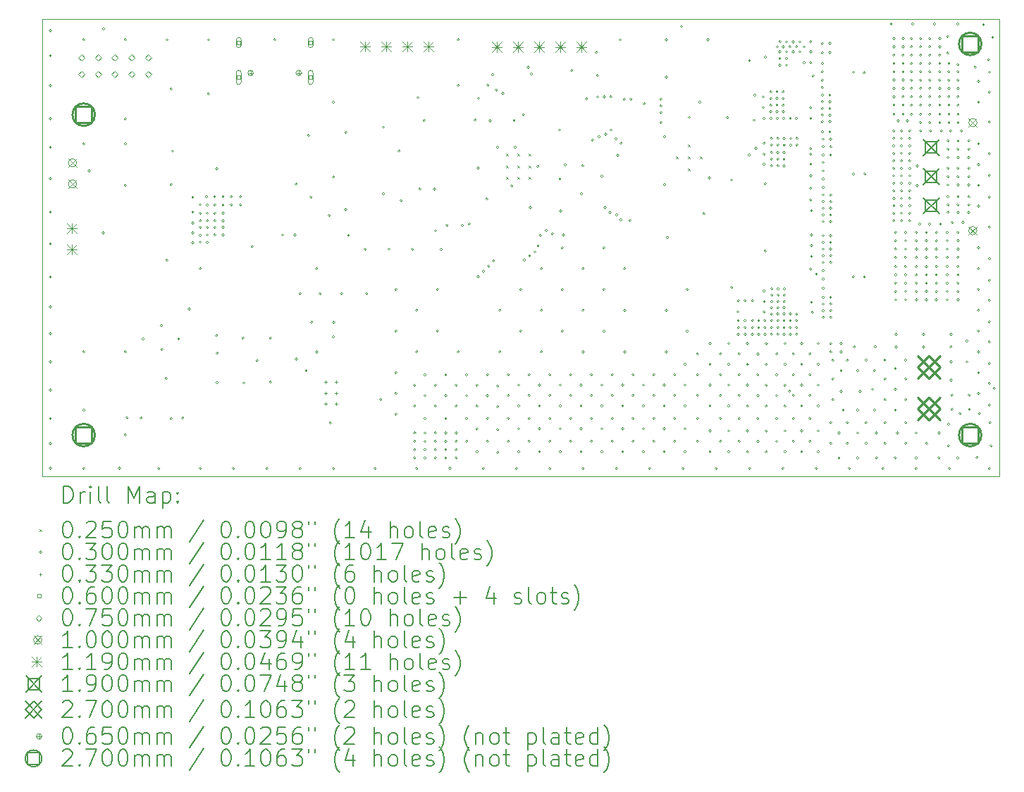
<source format=gbr>
%TF.GenerationSoftware,KiCad,Pcbnew,9.0.3*%
%TF.CreationDate,2025-08-13T17:47:00+01:00*%
%TF.ProjectId,Pico-BLDC-Controller,5069636f-2d42-44c4-9443-2d436f6e7472,rev?*%
%TF.SameCoordinates,Original*%
%TF.FileFunction,Drillmap*%
%TF.FilePolarity,Positive*%
%FSLAX45Y45*%
G04 Gerber Fmt 4.5, Leading zero omitted, Abs format (unit mm)*
G04 Created by KiCad (PCBNEW 9.0.3) date 2025-08-13 17:47:00*
%MOMM*%
%LPD*%
G01*
G04 APERTURE LIST*
%ADD10C,0.050000*%
%ADD11C,0.200000*%
%ADD12C,0.100000*%
%ADD13C,0.119000*%
%ADD14C,0.190000*%
%ADD15C,0.270000*%
G04 APERTURE END LIST*
D10*
X9336000Y-4255250D02*
X20836000Y-4255250D01*
X20836000Y-9755250D01*
X9336000Y-9755250D01*
X9336000Y-4255250D01*
D11*
D12*
X14907500Y-5877500D02*
X14932500Y-5902500D01*
X14932500Y-5877500D02*
X14907500Y-5902500D01*
X14907500Y-6015000D02*
X14932500Y-6040000D01*
X14932500Y-6015000D02*
X14907500Y-6040000D01*
X14907500Y-6152500D02*
X14932500Y-6177500D01*
X14932500Y-6152500D02*
X14907500Y-6177500D01*
X15045000Y-5877500D02*
X15070000Y-5902500D01*
X15070000Y-5877500D02*
X15045000Y-5902500D01*
X15045000Y-6015000D02*
X15070000Y-6040000D01*
X15070000Y-6015000D02*
X15045000Y-6040000D01*
X15045000Y-6152500D02*
X15070000Y-6177500D01*
X15070000Y-6152500D02*
X15045000Y-6177500D01*
X15182500Y-5877500D02*
X15207500Y-5902500D01*
X15207500Y-5877500D02*
X15182500Y-5902500D01*
X15182500Y-6015000D02*
X15207500Y-6040000D01*
X15207500Y-6015000D02*
X15182500Y-6040000D01*
X15182500Y-6152500D02*
X15207500Y-6177500D01*
X15207500Y-6152500D02*
X15182500Y-6177500D01*
X16947500Y-5907500D02*
X16972500Y-5932500D01*
X16972500Y-5907500D02*
X16947500Y-5932500D01*
X17092500Y-5762500D02*
X17117500Y-5787500D01*
X17117500Y-5762500D02*
X17092500Y-5787500D01*
X17092500Y-5907500D02*
X17117500Y-5932500D01*
X17117500Y-5907500D02*
X17092500Y-5932500D01*
X17092500Y-6052500D02*
X17117500Y-6077500D01*
X17117500Y-6052500D02*
X17092500Y-6077500D01*
X17237500Y-5907500D02*
X17262500Y-5932500D01*
X17262500Y-5907500D02*
X17237500Y-5932500D01*
X9451000Y-4395250D02*
G75*
G02*
X9421000Y-4395250I-15000J0D01*
G01*
X9421000Y-4395250D02*
G75*
G02*
X9451000Y-4395250I15000J0D01*
G01*
X9451000Y-4695250D02*
G75*
G02*
X9421000Y-4695250I-15000J0D01*
G01*
X9421000Y-4695250D02*
G75*
G02*
X9451000Y-4695250I15000J0D01*
G01*
X9451000Y-5055250D02*
G75*
G02*
X9421000Y-5055250I-15000J0D01*
G01*
X9421000Y-5055250D02*
G75*
G02*
X9451000Y-5055250I15000J0D01*
G01*
X9451000Y-5455250D02*
G75*
G02*
X9421000Y-5455250I-15000J0D01*
G01*
X9421000Y-5455250D02*
G75*
G02*
X9451000Y-5455250I15000J0D01*
G01*
X9451000Y-5795250D02*
G75*
G02*
X9421000Y-5795250I-15000J0D01*
G01*
X9421000Y-5795250D02*
G75*
G02*
X9451000Y-5795250I15000J0D01*
G01*
X9451000Y-6175250D02*
G75*
G02*
X9421000Y-6175250I-15000J0D01*
G01*
X9421000Y-6175250D02*
G75*
G02*
X9451000Y-6175250I15000J0D01*
G01*
X9451000Y-6575250D02*
G75*
G02*
X9421000Y-6575250I-15000J0D01*
G01*
X9421000Y-6575250D02*
G75*
G02*
X9451000Y-6575250I15000J0D01*
G01*
X9451000Y-6955250D02*
G75*
G02*
X9421000Y-6955250I-15000J0D01*
G01*
X9421000Y-6955250D02*
G75*
G02*
X9451000Y-6955250I15000J0D01*
G01*
X9451000Y-7355250D02*
G75*
G02*
X9421000Y-7355250I-15000J0D01*
G01*
X9421000Y-7355250D02*
G75*
G02*
X9451000Y-7355250I15000J0D01*
G01*
X9451000Y-7715250D02*
G75*
G02*
X9421000Y-7715250I-15000J0D01*
G01*
X9421000Y-7715250D02*
G75*
G02*
X9451000Y-7715250I15000J0D01*
G01*
X9451000Y-8035250D02*
G75*
G02*
X9421000Y-8035250I-15000J0D01*
G01*
X9421000Y-8035250D02*
G75*
G02*
X9451000Y-8035250I15000J0D01*
G01*
X9451000Y-8375250D02*
G75*
G02*
X9421000Y-8375250I-15000J0D01*
G01*
X9421000Y-8375250D02*
G75*
G02*
X9451000Y-8375250I15000J0D01*
G01*
X9451000Y-8715250D02*
G75*
G02*
X9421000Y-8715250I-15000J0D01*
G01*
X9421000Y-8715250D02*
G75*
G02*
X9451000Y-8715250I15000J0D01*
G01*
X9451000Y-9055250D02*
G75*
G02*
X9421000Y-9055250I-15000J0D01*
G01*
X9421000Y-9055250D02*
G75*
G02*
X9451000Y-9055250I15000J0D01*
G01*
X9451000Y-9355250D02*
G75*
G02*
X9421000Y-9355250I-15000J0D01*
G01*
X9421000Y-9355250D02*
G75*
G02*
X9451000Y-9355250I15000J0D01*
G01*
X9451000Y-9655250D02*
G75*
G02*
X9421000Y-9655250I-15000J0D01*
G01*
X9421000Y-9655250D02*
G75*
G02*
X9451000Y-9655250I15000J0D01*
G01*
X9851000Y-4505250D02*
G75*
G02*
X9821000Y-4505250I-15000J0D01*
G01*
X9821000Y-4505250D02*
G75*
G02*
X9851000Y-4505250I15000J0D01*
G01*
X9851000Y-5755250D02*
G75*
G02*
X9821000Y-5755250I-15000J0D01*
G01*
X9821000Y-5755250D02*
G75*
G02*
X9851000Y-5755250I15000J0D01*
G01*
X9851000Y-8255000D02*
G75*
G02*
X9821000Y-8255000I-15000J0D01*
G01*
X9821000Y-8255000D02*
G75*
G02*
X9851000Y-8255000I15000J0D01*
G01*
X9851000Y-9655250D02*
G75*
G02*
X9821000Y-9655250I-15000J0D01*
G01*
X9821000Y-9655250D02*
G75*
G02*
X9851000Y-9655250I15000J0D01*
G01*
X9852000Y-8955250D02*
G75*
G02*
X9822000Y-8955250I-15000J0D01*
G01*
X9822000Y-8955250D02*
G75*
G02*
X9852000Y-8955250I15000J0D01*
G01*
X9915000Y-6080250D02*
G75*
G02*
X9885000Y-6080250I-15000J0D01*
G01*
X9885000Y-6080250D02*
G75*
G02*
X9915000Y-6080250I15000J0D01*
G01*
X10086000Y-6825250D02*
G75*
G02*
X10056000Y-6825250I-15000J0D01*
G01*
X10056000Y-6825250D02*
G75*
G02*
X10086000Y-6825250I15000J0D01*
G01*
X10091000Y-4375250D02*
G75*
G02*
X10061000Y-4375250I-15000J0D01*
G01*
X10061000Y-4375250D02*
G75*
G02*
X10091000Y-4375250I15000J0D01*
G01*
X10281349Y-9655250D02*
G75*
G02*
X10251349Y-9655250I-15000J0D01*
G01*
X10251349Y-9655250D02*
G75*
G02*
X10281349Y-9655250I15000J0D01*
G01*
X10351000Y-4505250D02*
G75*
G02*
X10321000Y-4505250I-15000J0D01*
G01*
X10321000Y-4505250D02*
G75*
G02*
X10351000Y-4505250I15000J0D01*
G01*
X10351000Y-5455250D02*
G75*
G02*
X10321000Y-5455250I-15000J0D01*
G01*
X10321000Y-5455250D02*
G75*
G02*
X10351000Y-5455250I15000J0D01*
G01*
X10351000Y-5755250D02*
G75*
G02*
X10321000Y-5755250I-15000J0D01*
G01*
X10321000Y-5755250D02*
G75*
G02*
X10351000Y-5755250I15000J0D01*
G01*
X10351000Y-6255250D02*
G75*
G02*
X10321000Y-6255250I-15000J0D01*
G01*
X10321000Y-6255250D02*
G75*
G02*
X10351000Y-6255250I15000J0D01*
G01*
X10351000Y-8255000D02*
G75*
G02*
X10321000Y-8255000I-15000J0D01*
G01*
X10321000Y-8255000D02*
G75*
G02*
X10351000Y-8255000I15000J0D01*
G01*
X10351000Y-9255250D02*
G75*
G02*
X10321000Y-9255250I-15000J0D01*
G01*
X10321000Y-9255250D02*
G75*
G02*
X10351000Y-9255250I15000J0D01*
G01*
X10371000Y-9045250D02*
G75*
G02*
X10341000Y-9045250I-15000J0D01*
G01*
X10341000Y-9045250D02*
G75*
G02*
X10371000Y-9045250I15000J0D01*
G01*
X10540000Y-9050000D02*
G75*
G02*
X10510000Y-9050000I-15000J0D01*
G01*
X10510000Y-9050000D02*
G75*
G02*
X10540000Y-9050000I15000J0D01*
G01*
X10565000Y-8100000D02*
G75*
G02*
X10535000Y-8100000I-15000J0D01*
G01*
X10535000Y-8100000D02*
G75*
G02*
X10565000Y-8100000I15000J0D01*
G01*
X10751000Y-9655250D02*
G75*
G02*
X10721000Y-9655250I-15000J0D01*
G01*
X10721000Y-9655250D02*
G75*
G02*
X10751000Y-9655250I15000J0D01*
G01*
X10785000Y-7938750D02*
G75*
G02*
X10755000Y-7938750I-15000J0D01*
G01*
X10755000Y-7938750D02*
G75*
G02*
X10785000Y-7938750I15000J0D01*
G01*
X10790000Y-8225000D02*
G75*
G02*
X10760000Y-8225000I-15000J0D01*
G01*
X10760000Y-8225000D02*
G75*
G02*
X10790000Y-8225000I15000J0D01*
G01*
X10841000Y-8575250D02*
G75*
G02*
X10811000Y-8575250I-15000J0D01*
G01*
X10811000Y-8575250D02*
G75*
G02*
X10841000Y-8575250I15000J0D01*
G01*
X10851000Y-4505250D02*
G75*
G02*
X10821000Y-4505250I-15000J0D01*
G01*
X10821000Y-4505250D02*
G75*
G02*
X10851000Y-4505250I15000J0D01*
G01*
X10851000Y-7155250D02*
G75*
G02*
X10821000Y-7155250I-15000J0D01*
G01*
X10821000Y-7155250D02*
G75*
G02*
X10851000Y-7155250I15000J0D01*
G01*
X10900000Y-5097250D02*
G75*
G02*
X10870000Y-5097250I-15000J0D01*
G01*
X10870000Y-5097250D02*
G75*
G02*
X10900000Y-5097250I15000J0D01*
G01*
X10901000Y-6245250D02*
G75*
G02*
X10871000Y-6245250I-15000J0D01*
G01*
X10871000Y-6245250D02*
G75*
G02*
X10901000Y-6245250I15000J0D01*
G01*
X10901000Y-9055250D02*
G75*
G02*
X10871000Y-9055250I-15000J0D01*
G01*
X10871000Y-9055250D02*
G75*
G02*
X10901000Y-9055250I15000J0D01*
G01*
X10921000Y-5843642D02*
G75*
G02*
X10891000Y-5843642I-15000J0D01*
G01*
X10891000Y-5843642D02*
G75*
G02*
X10921000Y-5843642I15000J0D01*
G01*
X10990000Y-8100000D02*
G75*
G02*
X10960000Y-8100000I-15000J0D01*
G01*
X10960000Y-8100000D02*
G75*
G02*
X10990000Y-8100000I15000J0D01*
G01*
X11040000Y-9050000D02*
G75*
G02*
X11010000Y-9050000I-15000J0D01*
G01*
X11010000Y-9050000D02*
G75*
G02*
X11040000Y-9050000I15000J0D01*
G01*
X11117000Y-7740250D02*
G75*
G02*
X11087000Y-7740250I-15000J0D01*
G01*
X11087000Y-7740250D02*
G75*
G02*
X11117000Y-7740250I15000J0D01*
G01*
X11161000Y-6397000D02*
G75*
G02*
X11131000Y-6397000I-15000J0D01*
G01*
X11131000Y-6397000D02*
G75*
G02*
X11161000Y-6397000I15000J0D01*
G01*
X11161000Y-6577000D02*
G75*
G02*
X11131000Y-6577000I-15000J0D01*
G01*
X11131000Y-6577000D02*
G75*
G02*
X11161000Y-6577000I15000J0D01*
G01*
X11161000Y-6705250D02*
G75*
G02*
X11131000Y-6705250I-15000J0D01*
G01*
X11131000Y-6705250D02*
G75*
G02*
X11161000Y-6705250I15000J0D01*
G01*
X11161000Y-6825250D02*
G75*
G02*
X11131000Y-6825250I-15000J0D01*
G01*
X11131000Y-6825250D02*
G75*
G02*
X11161000Y-6825250I15000J0D01*
G01*
X11161000Y-6945250D02*
G75*
G02*
X11131000Y-6945250I-15000J0D01*
G01*
X11131000Y-6945250D02*
G75*
G02*
X11161000Y-6945250I15000J0D01*
G01*
X11251000Y-6487000D02*
G75*
G02*
X11221000Y-6487000I-15000J0D01*
G01*
X11221000Y-6487000D02*
G75*
G02*
X11251000Y-6487000I15000J0D01*
G01*
X11251000Y-6590000D02*
G75*
G02*
X11221000Y-6590000I-15000J0D01*
G01*
X11221000Y-6590000D02*
G75*
G02*
X11251000Y-6590000I15000J0D01*
G01*
X11251000Y-6680000D02*
G75*
G02*
X11221000Y-6680000I-15000J0D01*
G01*
X11221000Y-6680000D02*
G75*
G02*
X11251000Y-6680000I15000J0D01*
G01*
X11251000Y-6760000D02*
G75*
G02*
X11221000Y-6760000I-15000J0D01*
G01*
X11221000Y-6760000D02*
G75*
G02*
X11251000Y-6760000I15000J0D01*
G01*
X11251000Y-6855250D02*
G75*
G02*
X11221000Y-6855250I-15000J0D01*
G01*
X11221000Y-6855250D02*
G75*
G02*
X11251000Y-6855250I15000J0D01*
G01*
X11251000Y-6935250D02*
G75*
G02*
X11221000Y-6935250I-15000J0D01*
G01*
X11221000Y-6935250D02*
G75*
G02*
X11251000Y-6935250I15000J0D01*
G01*
X11251000Y-7255250D02*
G75*
G02*
X11221000Y-7255250I-15000J0D01*
G01*
X11221000Y-7255250D02*
G75*
G02*
X11251000Y-7255250I15000J0D01*
G01*
X11251000Y-9655250D02*
G75*
G02*
X11221000Y-9655250I-15000J0D01*
G01*
X11221000Y-9655250D02*
G75*
G02*
X11251000Y-9655250I15000J0D01*
G01*
X11325000Y-6390000D02*
G75*
G02*
X11295000Y-6390000I-15000J0D01*
G01*
X11295000Y-6390000D02*
G75*
G02*
X11325000Y-6390000I15000J0D01*
G01*
X11335000Y-6490000D02*
G75*
G02*
X11305000Y-6490000I-15000J0D01*
G01*
X11305000Y-6490000D02*
G75*
G02*
X11335000Y-6490000I15000J0D01*
G01*
X11335000Y-6590000D02*
G75*
G02*
X11305000Y-6590000I-15000J0D01*
G01*
X11305000Y-6590000D02*
G75*
G02*
X11335000Y-6590000I15000J0D01*
G01*
X11335000Y-6680000D02*
G75*
G02*
X11305000Y-6680000I-15000J0D01*
G01*
X11305000Y-6680000D02*
G75*
G02*
X11335000Y-6680000I15000J0D01*
G01*
X11335000Y-6760000D02*
G75*
G02*
X11305000Y-6760000I-15000J0D01*
G01*
X11305000Y-6760000D02*
G75*
G02*
X11335000Y-6760000I15000J0D01*
G01*
X11335000Y-6850000D02*
G75*
G02*
X11305000Y-6850000I-15000J0D01*
G01*
X11305000Y-6850000D02*
G75*
G02*
X11335000Y-6850000I15000J0D01*
G01*
X11335000Y-6940000D02*
G75*
G02*
X11305000Y-6940000I-15000J0D01*
G01*
X11305000Y-6940000D02*
G75*
G02*
X11335000Y-6940000I15000J0D01*
G01*
X11351000Y-4505250D02*
G75*
G02*
X11321000Y-4505250I-15000J0D01*
G01*
X11321000Y-4505250D02*
G75*
G02*
X11351000Y-4505250I15000J0D01*
G01*
X11351000Y-5155250D02*
G75*
G02*
X11321000Y-5155250I-15000J0D01*
G01*
X11321000Y-5155250D02*
G75*
G02*
X11351000Y-5155250I15000J0D01*
G01*
X11425000Y-6390000D02*
G75*
G02*
X11395000Y-6390000I-15000J0D01*
G01*
X11395000Y-6390000D02*
G75*
G02*
X11425000Y-6390000I15000J0D01*
G01*
X11425000Y-6490000D02*
G75*
G02*
X11395000Y-6490000I-15000J0D01*
G01*
X11395000Y-6490000D02*
G75*
G02*
X11425000Y-6490000I15000J0D01*
G01*
X11425000Y-6590000D02*
G75*
G02*
X11395000Y-6590000I-15000J0D01*
G01*
X11395000Y-6590000D02*
G75*
G02*
X11425000Y-6590000I15000J0D01*
G01*
X11425000Y-6680000D02*
G75*
G02*
X11395000Y-6680000I-15000J0D01*
G01*
X11395000Y-6680000D02*
G75*
G02*
X11425000Y-6680000I15000J0D01*
G01*
X11425000Y-6760000D02*
G75*
G02*
X11395000Y-6760000I-15000J0D01*
G01*
X11395000Y-6760000D02*
G75*
G02*
X11425000Y-6760000I15000J0D01*
G01*
X11425000Y-6850000D02*
G75*
G02*
X11395000Y-6850000I-15000J0D01*
G01*
X11395000Y-6850000D02*
G75*
G02*
X11425000Y-6850000I15000J0D01*
G01*
X11445000Y-8060000D02*
G75*
G02*
X11415000Y-8060000I-15000J0D01*
G01*
X11415000Y-8060000D02*
G75*
G02*
X11445000Y-8060000I15000J0D01*
G01*
X11451000Y-6055250D02*
G75*
G02*
X11421000Y-6055250I-15000J0D01*
G01*
X11421000Y-6055250D02*
G75*
G02*
X11451000Y-6055250I15000J0D01*
G01*
X11452500Y-8625000D02*
G75*
G02*
X11422500Y-8625000I-15000J0D01*
G01*
X11422500Y-8625000D02*
G75*
G02*
X11452500Y-8625000I15000J0D01*
G01*
X11455000Y-8270000D02*
G75*
G02*
X11425000Y-8270000I-15000J0D01*
G01*
X11425000Y-8270000D02*
G75*
G02*
X11455000Y-8270000I15000J0D01*
G01*
X11525000Y-6390000D02*
G75*
G02*
X11495000Y-6390000I-15000J0D01*
G01*
X11495000Y-6390000D02*
G75*
G02*
X11525000Y-6390000I15000J0D01*
G01*
X11525000Y-6490000D02*
G75*
G02*
X11495000Y-6490000I-15000J0D01*
G01*
X11495000Y-6490000D02*
G75*
G02*
X11525000Y-6490000I15000J0D01*
G01*
X11525000Y-6590000D02*
G75*
G02*
X11495000Y-6590000I-15000J0D01*
G01*
X11495000Y-6590000D02*
G75*
G02*
X11525000Y-6590000I15000J0D01*
G01*
X11525000Y-6680000D02*
G75*
G02*
X11495000Y-6680000I-15000J0D01*
G01*
X11495000Y-6680000D02*
G75*
G02*
X11525000Y-6680000I15000J0D01*
G01*
X11525000Y-6760000D02*
G75*
G02*
X11495000Y-6760000I-15000J0D01*
G01*
X11495000Y-6760000D02*
G75*
G02*
X11525000Y-6760000I15000J0D01*
G01*
X11525000Y-6850000D02*
G75*
G02*
X11495000Y-6850000I-15000J0D01*
G01*
X11495000Y-6850000D02*
G75*
G02*
X11525000Y-6850000I15000J0D01*
G01*
X11625000Y-6390000D02*
G75*
G02*
X11595000Y-6390000I-15000J0D01*
G01*
X11595000Y-6390000D02*
G75*
G02*
X11625000Y-6390000I15000J0D01*
G01*
X11625000Y-6490000D02*
G75*
G02*
X11595000Y-6490000I-15000J0D01*
G01*
X11595000Y-6490000D02*
G75*
G02*
X11625000Y-6490000I15000J0D01*
G01*
X11651000Y-9655250D02*
G75*
G02*
X11621000Y-9655250I-15000J0D01*
G01*
X11621000Y-9655250D02*
G75*
G02*
X11651000Y-9655250I15000J0D01*
G01*
X11735000Y-6390000D02*
G75*
G02*
X11705000Y-6390000I-15000J0D01*
G01*
X11705000Y-6390000D02*
G75*
G02*
X11735000Y-6390000I15000J0D01*
G01*
X11735000Y-6490000D02*
G75*
G02*
X11705000Y-6490000I-15000J0D01*
G01*
X11705000Y-6490000D02*
G75*
G02*
X11735000Y-6490000I15000J0D01*
G01*
X11765000Y-8090000D02*
G75*
G02*
X11735000Y-8090000I-15000J0D01*
G01*
X11735000Y-8090000D02*
G75*
G02*
X11765000Y-8090000I15000J0D01*
G01*
X11775000Y-8630000D02*
G75*
G02*
X11745000Y-8630000I-15000J0D01*
G01*
X11745000Y-8630000D02*
G75*
G02*
X11775000Y-8630000I15000J0D01*
G01*
X11875000Y-6990000D02*
G75*
G02*
X11845000Y-6990000I-15000J0D01*
G01*
X11845000Y-6990000D02*
G75*
G02*
X11875000Y-6990000I15000J0D01*
G01*
X11935000Y-8360000D02*
G75*
G02*
X11905000Y-8360000I-15000J0D01*
G01*
X11905000Y-8360000D02*
G75*
G02*
X11935000Y-8360000I15000J0D01*
G01*
X12051000Y-9655250D02*
G75*
G02*
X12021000Y-9655250I-15000J0D01*
G01*
X12021000Y-9655250D02*
G75*
G02*
X12051000Y-9655250I15000J0D01*
G01*
X12095000Y-8090000D02*
G75*
G02*
X12065000Y-8090000I-15000J0D01*
G01*
X12065000Y-8090000D02*
G75*
G02*
X12095000Y-8090000I15000J0D01*
G01*
X12095000Y-8620000D02*
G75*
G02*
X12065000Y-8620000I-15000J0D01*
G01*
X12065000Y-8620000D02*
G75*
G02*
X12095000Y-8620000I15000J0D01*
G01*
X12145000Y-4505250D02*
G75*
G02*
X12115000Y-4505250I-15000J0D01*
G01*
X12115000Y-4505250D02*
G75*
G02*
X12145000Y-4505250I15000J0D01*
G01*
X12240000Y-6850000D02*
G75*
G02*
X12210000Y-6850000I-15000J0D01*
G01*
X12210000Y-6850000D02*
G75*
G02*
X12240000Y-6850000I15000J0D01*
G01*
X12390000Y-6850000D02*
G75*
G02*
X12360000Y-6850000I-15000J0D01*
G01*
X12360000Y-6850000D02*
G75*
G02*
X12390000Y-6850000I15000J0D01*
G01*
X12405000Y-6240000D02*
G75*
G02*
X12375000Y-6240000I-15000J0D01*
G01*
X12375000Y-6240000D02*
G75*
G02*
X12405000Y-6240000I15000J0D01*
G01*
X12405000Y-8340000D02*
G75*
G02*
X12375000Y-8340000I-15000J0D01*
G01*
X12375000Y-8340000D02*
G75*
G02*
X12405000Y-8340000I15000J0D01*
G01*
X12451000Y-7555250D02*
G75*
G02*
X12421000Y-7555250I-15000J0D01*
G01*
X12421000Y-7555250D02*
G75*
G02*
X12451000Y-7555250I15000J0D01*
G01*
X12451000Y-9655250D02*
G75*
G02*
X12421000Y-9655250I-15000J0D01*
G01*
X12421000Y-9655250D02*
G75*
G02*
X12451000Y-9655250I15000J0D01*
G01*
X12525000Y-8480000D02*
G75*
G02*
X12495000Y-8480000I-15000J0D01*
G01*
X12495000Y-8480000D02*
G75*
G02*
X12525000Y-8480000I15000J0D01*
G01*
X12551000Y-5655250D02*
G75*
G02*
X12521000Y-5655250I-15000J0D01*
G01*
X12521000Y-5655250D02*
G75*
G02*
X12551000Y-5655250I15000J0D01*
G01*
X12581000Y-6395250D02*
G75*
G02*
X12551000Y-6395250I-15000J0D01*
G01*
X12551000Y-6395250D02*
G75*
G02*
X12581000Y-6395250I15000J0D01*
G01*
X12590000Y-7900000D02*
G75*
G02*
X12560000Y-7900000I-15000J0D01*
G01*
X12560000Y-7900000D02*
G75*
G02*
X12590000Y-7900000I15000J0D01*
G01*
X12651000Y-7255250D02*
G75*
G02*
X12621000Y-7255250I-15000J0D01*
G01*
X12621000Y-7255250D02*
G75*
G02*
X12651000Y-7255250I15000J0D01*
G01*
X12651000Y-8255250D02*
G75*
G02*
X12621000Y-8255250I-15000J0D01*
G01*
X12621000Y-8255250D02*
G75*
G02*
X12651000Y-8255250I15000J0D01*
G01*
X12691000Y-7555250D02*
G75*
G02*
X12661000Y-7555250I-15000J0D01*
G01*
X12661000Y-7555250D02*
G75*
G02*
X12691000Y-7555250I15000J0D01*
G01*
X12801000Y-6615250D02*
G75*
G02*
X12771000Y-6615250I-15000J0D01*
G01*
X12771000Y-6615250D02*
G75*
G02*
X12801000Y-6615250I15000J0D01*
G01*
X12815000Y-9110000D02*
G75*
G02*
X12785000Y-9110000I-15000J0D01*
G01*
X12785000Y-9110000D02*
G75*
G02*
X12815000Y-9110000I15000J0D01*
G01*
X12851000Y-4505250D02*
G75*
G02*
X12821000Y-4505250I-15000J0D01*
G01*
X12821000Y-4505250D02*
G75*
G02*
X12851000Y-4505250I15000J0D01*
G01*
X12851000Y-5255250D02*
G75*
G02*
X12821000Y-5255250I-15000J0D01*
G01*
X12821000Y-5255250D02*
G75*
G02*
X12851000Y-5255250I15000J0D01*
G01*
X12851000Y-6155250D02*
G75*
G02*
X12821000Y-6155250I-15000J0D01*
G01*
X12821000Y-6155250D02*
G75*
G02*
X12851000Y-6155250I15000J0D01*
G01*
X12851000Y-8075250D02*
G75*
G02*
X12821000Y-8075250I-15000J0D01*
G01*
X12821000Y-8075250D02*
G75*
G02*
X12851000Y-8075250I15000J0D01*
G01*
X12851000Y-9655250D02*
G75*
G02*
X12821000Y-9655250I-15000J0D01*
G01*
X12821000Y-9655250D02*
G75*
G02*
X12851000Y-9655250I15000J0D01*
G01*
X12855000Y-7900000D02*
G75*
G02*
X12825000Y-7900000I-15000J0D01*
G01*
X12825000Y-7900000D02*
G75*
G02*
X12855000Y-7900000I15000J0D01*
G01*
X12951000Y-7555250D02*
G75*
G02*
X12921000Y-7555250I-15000J0D01*
G01*
X12921000Y-7555250D02*
G75*
G02*
X12951000Y-7555250I15000J0D01*
G01*
X12998500Y-6544367D02*
G75*
G02*
X12968500Y-6544367I-15000J0D01*
G01*
X12968500Y-6544367D02*
G75*
G02*
X12998500Y-6544367I15000J0D01*
G01*
X13002210Y-5617289D02*
G75*
G02*
X12972210Y-5617289I-15000J0D01*
G01*
X12972210Y-5617289D02*
G75*
G02*
X13002210Y-5617289I15000J0D01*
G01*
X13031000Y-6855250D02*
G75*
G02*
X13001000Y-6855250I-15000J0D01*
G01*
X13001000Y-6855250D02*
G75*
G02*
X13031000Y-6855250I15000J0D01*
G01*
X13233000Y-7022250D02*
G75*
G02*
X13203000Y-7022250I-15000J0D01*
G01*
X13203000Y-7022250D02*
G75*
G02*
X13233000Y-7022250I15000J0D01*
G01*
X13251000Y-7555250D02*
G75*
G02*
X13221000Y-7555250I-15000J0D01*
G01*
X13221000Y-7555250D02*
G75*
G02*
X13251000Y-7555250I15000J0D01*
G01*
X13351000Y-9655250D02*
G75*
G02*
X13321000Y-9655250I-15000J0D01*
G01*
X13321000Y-9655250D02*
G75*
G02*
X13351000Y-9655250I15000J0D01*
G01*
X13420100Y-8825000D02*
G75*
G02*
X13390100Y-8825000I-15000J0D01*
G01*
X13390100Y-8825000D02*
G75*
G02*
X13420100Y-8825000I15000J0D01*
G01*
X13451000Y-5555250D02*
G75*
G02*
X13421000Y-5555250I-15000J0D01*
G01*
X13421000Y-5555250D02*
G75*
G02*
X13451000Y-5555250I15000J0D01*
G01*
X13451000Y-6355250D02*
G75*
G02*
X13421000Y-6355250I-15000J0D01*
G01*
X13421000Y-6355250D02*
G75*
G02*
X13451000Y-6355250I15000J0D01*
G01*
X13519000Y-7022250D02*
G75*
G02*
X13489000Y-7022250I-15000J0D01*
G01*
X13489000Y-7022250D02*
G75*
G02*
X13519000Y-7022250I15000J0D01*
G01*
X13601000Y-7505250D02*
G75*
G02*
X13571000Y-7505250I-15000J0D01*
G01*
X13571000Y-7505250D02*
G75*
G02*
X13601000Y-7505250I15000J0D01*
G01*
X13601000Y-8005250D02*
G75*
G02*
X13571000Y-8005250I-15000J0D01*
G01*
X13571000Y-8005250D02*
G75*
G02*
X13601000Y-8005250I15000J0D01*
G01*
X13601000Y-8505250D02*
G75*
G02*
X13571000Y-8505250I-15000J0D01*
G01*
X13571000Y-8505250D02*
G75*
G02*
X13601000Y-8505250I15000J0D01*
G01*
X13601000Y-8755250D02*
G75*
G02*
X13571000Y-8755250I-15000J0D01*
G01*
X13571000Y-8755250D02*
G75*
G02*
X13601000Y-8755250I15000J0D01*
G01*
X13601000Y-9005250D02*
G75*
G02*
X13571000Y-9005250I-15000J0D01*
G01*
X13571000Y-9005250D02*
G75*
G02*
X13601000Y-9005250I15000J0D01*
G01*
X13640000Y-5840000D02*
G75*
G02*
X13610000Y-5840000I-15000J0D01*
G01*
X13610000Y-5840000D02*
G75*
G02*
X13640000Y-5840000I15000J0D01*
G01*
X13665000Y-6440000D02*
G75*
G02*
X13635000Y-6440000I-15000J0D01*
G01*
X13635000Y-6440000D02*
G75*
G02*
X13665000Y-6440000I15000J0D01*
G01*
X13801000Y-7024250D02*
G75*
G02*
X13771000Y-7024250I-15000J0D01*
G01*
X13771000Y-7024250D02*
G75*
G02*
X13801000Y-7024250I15000J0D01*
G01*
X13826000Y-8655250D02*
G75*
G02*
X13796000Y-8655250I-15000J0D01*
G01*
X13796000Y-8655250D02*
G75*
G02*
X13826000Y-8655250I15000J0D01*
G01*
X13826000Y-8905250D02*
G75*
G02*
X13796000Y-8905250I-15000J0D01*
G01*
X13796000Y-8905250D02*
G75*
G02*
X13826000Y-8905250I15000J0D01*
G01*
X13826000Y-9230250D02*
G75*
G02*
X13796000Y-9230250I-15000J0D01*
G01*
X13796000Y-9230250D02*
G75*
G02*
X13826000Y-9230250I15000J0D01*
G01*
X13826000Y-9330250D02*
G75*
G02*
X13796000Y-9330250I-15000J0D01*
G01*
X13796000Y-9330250D02*
G75*
G02*
X13826000Y-9330250I15000J0D01*
G01*
X13826000Y-9430250D02*
G75*
G02*
X13796000Y-9430250I-15000J0D01*
G01*
X13796000Y-9430250D02*
G75*
G02*
X13826000Y-9430250I15000J0D01*
G01*
X13826000Y-9530250D02*
G75*
G02*
X13796000Y-9530250I-15000J0D01*
G01*
X13796000Y-9530250D02*
G75*
G02*
X13826000Y-9530250I15000J0D01*
G01*
X13851000Y-7755250D02*
G75*
G02*
X13821000Y-7755250I-15000J0D01*
G01*
X13821000Y-7755250D02*
G75*
G02*
X13851000Y-7755250I15000J0D01*
G01*
X13851000Y-8255250D02*
G75*
G02*
X13821000Y-8255250I-15000J0D01*
G01*
X13821000Y-8255250D02*
G75*
G02*
X13851000Y-8255250I15000J0D01*
G01*
X13851000Y-9655250D02*
G75*
G02*
X13821000Y-9655250I-15000J0D01*
G01*
X13821000Y-9655250D02*
G75*
G02*
X13851000Y-9655250I15000J0D01*
G01*
X13865000Y-5200000D02*
G75*
G02*
X13835000Y-5200000I-15000J0D01*
G01*
X13835000Y-5200000D02*
G75*
G02*
X13865000Y-5200000I15000J0D01*
G01*
X13890000Y-6300000D02*
G75*
G02*
X13860000Y-6300000I-15000J0D01*
G01*
X13860000Y-6300000D02*
G75*
G02*
X13890000Y-6300000I15000J0D01*
G01*
X13940000Y-5475000D02*
G75*
G02*
X13910000Y-5475000I-15000J0D01*
G01*
X13910000Y-5475000D02*
G75*
G02*
X13940000Y-5475000I15000J0D01*
G01*
X13951000Y-8530250D02*
G75*
G02*
X13921000Y-8530250I-15000J0D01*
G01*
X13921000Y-8530250D02*
G75*
G02*
X13951000Y-8530250I15000J0D01*
G01*
X13951000Y-8780250D02*
G75*
G02*
X13921000Y-8780250I-15000J0D01*
G01*
X13921000Y-8780250D02*
G75*
G02*
X13951000Y-8780250I15000J0D01*
G01*
X13951000Y-9055250D02*
G75*
G02*
X13921000Y-9055250I-15000J0D01*
G01*
X13921000Y-9055250D02*
G75*
G02*
X13951000Y-9055250I15000J0D01*
G01*
X13951000Y-9230250D02*
G75*
G02*
X13921000Y-9230250I-15000J0D01*
G01*
X13921000Y-9230250D02*
G75*
G02*
X13951000Y-9230250I15000J0D01*
G01*
X13951000Y-9330250D02*
G75*
G02*
X13921000Y-9330250I-15000J0D01*
G01*
X13921000Y-9330250D02*
G75*
G02*
X13951000Y-9330250I15000J0D01*
G01*
X13951000Y-9430250D02*
G75*
G02*
X13921000Y-9430250I-15000J0D01*
G01*
X13921000Y-9430250D02*
G75*
G02*
X13951000Y-9430250I15000J0D01*
G01*
X13951000Y-9530250D02*
G75*
G02*
X13921000Y-9530250I-15000J0D01*
G01*
X13921000Y-9530250D02*
G75*
G02*
X13951000Y-9530250I15000J0D01*
G01*
X14065000Y-6300000D02*
G75*
G02*
X14035000Y-6300000I-15000J0D01*
G01*
X14035000Y-6300000D02*
G75*
G02*
X14065000Y-6300000I15000J0D01*
G01*
X14076000Y-8655250D02*
G75*
G02*
X14046000Y-8655250I-15000J0D01*
G01*
X14046000Y-8655250D02*
G75*
G02*
X14076000Y-8655250I15000J0D01*
G01*
X14076000Y-8905250D02*
G75*
G02*
X14046000Y-8905250I-15000J0D01*
G01*
X14046000Y-8905250D02*
G75*
G02*
X14076000Y-8905250I15000J0D01*
G01*
X14076000Y-9230250D02*
G75*
G02*
X14046000Y-9230250I-15000J0D01*
G01*
X14046000Y-9230250D02*
G75*
G02*
X14076000Y-9230250I15000J0D01*
G01*
X14076000Y-9330250D02*
G75*
G02*
X14046000Y-9330250I-15000J0D01*
G01*
X14046000Y-9330250D02*
G75*
G02*
X14076000Y-9330250I15000J0D01*
G01*
X14076000Y-9430250D02*
G75*
G02*
X14046000Y-9430250I-15000J0D01*
G01*
X14046000Y-9430250D02*
G75*
G02*
X14076000Y-9430250I15000J0D01*
G01*
X14076000Y-9530250D02*
G75*
G02*
X14046000Y-9530250I-15000J0D01*
G01*
X14046000Y-9530250D02*
G75*
G02*
X14076000Y-9530250I15000J0D01*
G01*
X14079500Y-6800000D02*
G75*
G02*
X14049500Y-6800000I-15000J0D01*
G01*
X14049500Y-6800000D02*
G75*
G02*
X14079500Y-6800000I15000J0D01*
G01*
X14101000Y-7505250D02*
G75*
G02*
X14071000Y-7505250I-15000J0D01*
G01*
X14071000Y-7505250D02*
G75*
G02*
X14101000Y-7505250I15000J0D01*
G01*
X14101000Y-8005250D02*
G75*
G02*
X14071000Y-8005250I-15000J0D01*
G01*
X14071000Y-8005250D02*
G75*
G02*
X14101000Y-8005250I15000J0D01*
G01*
X14146500Y-7023250D02*
G75*
G02*
X14116500Y-7023250I-15000J0D01*
G01*
X14116500Y-7023250D02*
G75*
G02*
X14146500Y-7023250I15000J0D01*
G01*
X14201000Y-8530250D02*
G75*
G02*
X14171000Y-8530250I-15000J0D01*
G01*
X14171000Y-8530250D02*
G75*
G02*
X14201000Y-8530250I15000J0D01*
G01*
X14201000Y-8780250D02*
G75*
G02*
X14171000Y-8780250I-15000J0D01*
G01*
X14171000Y-8780250D02*
G75*
G02*
X14201000Y-8780250I15000J0D01*
G01*
X14201000Y-9055250D02*
G75*
G02*
X14171000Y-9055250I-15000J0D01*
G01*
X14171000Y-9055250D02*
G75*
G02*
X14201000Y-9055250I15000J0D01*
G01*
X14201000Y-9230250D02*
G75*
G02*
X14171000Y-9230250I-15000J0D01*
G01*
X14171000Y-9230250D02*
G75*
G02*
X14201000Y-9230250I15000J0D01*
G01*
X14201000Y-9330250D02*
G75*
G02*
X14171000Y-9330250I-15000J0D01*
G01*
X14171000Y-9330250D02*
G75*
G02*
X14201000Y-9330250I15000J0D01*
G01*
X14201000Y-9430250D02*
G75*
G02*
X14171000Y-9430250I-15000J0D01*
G01*
X14171000Y-9430250D02*
G75*
G02*
X14201000Y-9430250I15000J0D01*
G01*
X14201000Y-9530250D02*
G75*
G02*
X14171000Y-9530250I-15000J0D01*
G01*
X14171000Y-9530250D02*
G75*
G02*
X14201000Y-9530250I15000J0D01*
G01*
X14215000Y-6735000D02*
G75*
G02*
X14185000Y-6735000I-15000J0D01*
G01*
X14185000Y-6735000D02*
G75*
G02*
X14215000Y-6735000I15000J0D01*
G01*
X14251000Y-9655250D02*
G75*
G02*
X14221000Y-9655250I-15000J0D01*
G01*
X14221000Y-9655250D02*
G75*
G02*
X14251000Y-9655250I15000J0D01*
G01*
X14326000Y-8655250D02*
G75*
G02*
X14296000Y-8655250I-15000J0D01*
G01*
X14296000Y-8655250D02*
G75*
G02*
X14326000Y-8655250I15000J0D01*
G01*
X14326000Y-8905250D02*
G75*
G02*
X14296000Y-8905250I-15000J0D01*
G01*
X14296000Y-8905250D02*
G75*
G02*
X14326000Y-8905250I15000J0D01*
G01*
X14326000Y-9230250D02*
G75*
G02*
X14296000Y-9230250I-15000J0D01*
G01*
X14296000Y-9230250D02*
G75*
G02*
X14326000Y-9230250I15000J0D01*
G01*
X14326000Y-9330250D02*
G75*
G02*
X14296000Y-9330250I-15000J0D01*
G01*
X14296000Y-9330250D02*
G75*
G02*
X14326000Y-9330250I15000J0D01*
G01*
X14326000Y-9430250D02*
G75*
G02*
X14296000Y-9430250I-15000J0D01*
G01*
X14296000Y-9430250D02*
G75*
G02*
X14326000Y-9430250I15000J0D01*
G01*
X14326000Y-9530250D02*
G75*
G02*
X14296000Y-9530250I-15000J0D01*
G01*
X14296000Y-9530250D02*
G75*
G02*
X14326000Y-9530250I15000J0D01*
G01*
X14351000Y-4505250D02*
G75*
G02*
X14321000Y-4505250I-15000J0D01*
G01*
X14321000Y-4505250D02*
G75*
G02*
X14351000Y-4505250I15000J0D01*
G01*
X14351000Y-5055250D02*
G75*
G02*
X14321000Y-5055250I-15000J0D01*
G01*
X14321000Y-5055250D02*
G75*
G02*
X14351000Y-5055250I15000J0D01*
G01*
X14351000Y-8255250D02*
G75*
G02*
X14321000Y-8255250I-15000J0D01*
G01*
X14321000Y-8255250D02*
G75*
G02*
X14351000Y-8255250I15000J0D01*
G01*
X14399676Y-6736176D02*
G75*
G02*
X14369676Y-6736176I-15000J0D01*
G01*
X14369676Y-6736176D02*
G75*
G02*
X14399676Y-6736176I15000J0D01*
G01*
X14451000Y-8530250D02*
G75*
G02*
X14421000Y-8530250I-15000J0D01*
G01*
X14421000Y-8530250D02*
G75*
G02*
X14451000Y-8530250I15000J0D01*
G01*
X14451000Y-8780250D02*
G75*
G02*
X14421000Y-8780250I-15000J0D01*
G01*
X14421000Y-8780250D02*
G75*
G02*
X14451000Y-8780250I15000J0D01*
G01*
X14451000Y-9055250D02*
G75*
G02*
X14421000Y-9055250I-15000J0D01*
G01*
X14421000Y-9055250D02*
G75*
G02*
X14451000Y-9055250I15000J0D01*
G01*
X14451000Y-9330250D02*
G75*
G02*
X14421000Y-9330250I-15000J0D01*
G01*
X14421000Y-9330250D02*
G75*
G02*
X14451000Y-9330250I15000J0D01*
G01*
X14481853Y-6717999D02*
G75*
G02*
X14451853Y-6717999I-15000J0D01*
G01*
X14451853Y-6717999D02*
G75*
G02*
X14481853Y-6717999I15000J0D01*
G01*
X14553750Y-5470000D02*
G75*
G02*
X14523750Y-5470000I-15000J0D01*
G01*
X14523750Y-5470000D02*
G75*
G02*
X14553750Y-5470000I15000J0D01*
G01*
X14576000Y-8655250D02*
G75*
G02*
X14546000Y-8655250I-15000J0D01*
G01*
X14546000Y-8655250D02*
G75*
G02*
X14576000Y-8655250I15000J0D01*
G01*
X14576000Y-8905250D02*
G75*
G02*
X14546000Y-8905250I-15000J0D01*
G01*
X14546000Y-8905250D02*
G75*
G02*
X14576000Y-8905250I15000J0D01*
G01*
X14576000Y-9180250D02*
G75*
G02*
X14546000Y-9180250I-15000J0D01*
G01*
X14546000Y-9180250D02*
G75*
G02*
X14576000Y-9180250I15000J0D01*
G01*
X14576000Y-9455250D02*
G75*
G02*
X14546000Y-9455250I-15000J0D01*
G01*
X14546000Y-9455250D02*
G75*
G02*
X14576000Y-9455250I15000J0D01*
G01*
X14590000Y-7350000D02*
G75*
G02*
X14560000Y-7350000I-15000J0D01*
G01*
X14560000Y-7350000D02*
G75*
G02*
X14590000Y-7350000I15000J0D01*
G01*
X14590941Y-6048230D02*
G75*
G02*
X14560941Y-6048230I-15000J0D01*
G01*
X14560941Y-6048230D02*
G75*
G02*
X14590941Y-6048230I15000J0D01*
G01*
X14595000Y-5210000D02*
G75*
G02*
X14565000Y-5210000I-15000J0D01*
G01*
X14565000Y-5210000D02*
G75*
G02*
X14595000Y-5210000I15000J0D01*
G01*
X14651000Y-9655250D02*
G75*
G02*
X14621000Y-9655250I-15000J0D01*
G01*
X14621000Y-9655250D02*
G75*
G02*
X14651000Y-9655250I15000J0D01*
G01*
X14655000Y-7287530D02*
G75*
G02*
X14625000Y-7287530I-15000J0D01*
G01*
X14625000Y-7287530D02*
G75*
G02*
X14655000Y-7287530I15000J0D01*
G01*
X14695000Y-6417000D02*
G75*
G02*
X14665000Y-6417000I-15000J0D01*
G01*
X14665000Y-6417000D02*
G75*
G02*
X14695000Y-6417000I15000J0D01*
G01*
X14701000Y-8530250D02*
G75*
G02*
X14671000Y-8530250I-15000J0D01*
G01*
X14671000Y-8530250D02*
G75*
G02*
X14701000Y-8530250I15000J0D01*
G01*
X14701000Y-8780250D02*
G75*
G02*
X14671000Y-8780250I-15000J0D01*
G01*
X14671000Y-8780250D02*
G75*
G02*
X14701000Y-8780250I15000J0D01*
G01*
X14701000Y-9055250D02*
G75*
G02*
X14671000Y-9055250I-15000J0D01*
G01*
X14671000Y-9055250D02*
G75*
G02*
X14701000Y-9055250I15000J0D01*
G01*
X14701000Y-9330250D02*
G75*
G02*
X14671000Y-9330250I-15000J0D01*
G01*
X14671000Y-9330250D02*
G75*
G02*
X14701000Y-9330250I15000J0D01*
G01*
X14705954Y-5050000D02*
G75*
G02*
X14675954Y-5050000I-15000J0D01*
G01*
X14675954Y-5050000D02*
G75*
G02*
X14705954Y-5050000I15000J0D01*
G01*
X14715000Y-7226775D02*
G75*
G02*
X14685000Y-7226775I-15000J0D01*
G01*
X14685000Y-7226775D02*
G75*
G02*
X14715000Y-7226775I15000J0D01*
G01*
X14734500Y-5480250D02*
G75*
G02*
X14704500Y-5480250I-15000J0D01*
G01*
X14704500Y-5480250D02*
G75*
G02*
X14734500Y-5480250I15000J0D01*
G01*
X14765000Y-4925000D02*
G75*
G02*
X14735000Y-4925000I-15000J0D01*
G01*
X14735000Y-4925000D02*
G75*
G02*
X14765000Y-4925000I15000J0D01*
G01*
X14775000Y-7163162D02*
G75*
G02*
X14745000Y-7163162I-15000J0D01*
G01*
X14745000Y-7163162D02*
G75*
G02*
X14775000Y-7163162I15000J0D01*
G01*
X14807426Y-5110000D02*
G75*
G02*
X14777426Y-5110000I-15000J0D01*
G01*
X14777426Y-5110000D02*
G75*
G02*
X14807426Y-5110000I15000J0D01*
G01*
X14822370Y-5796594D02*
G75*
G02*
X14792370Y-5796594I-15000J0D01*
G01*
X14792370Y-5796594D02*
G75*
G02*
X14822370Y-5796594I15000J0D01*
G01*
X14825000Y-8665000D02*
G75*
G02*
X14795000Y-8665000I-15000J0D01*
G01*
X14795000Y-8665000D02*
G75*
G02*
X14825000Y-8665000I15000J0D01*
G01*
X14825000Y-8915000D02*
G75*
G02*
X14795000Y-8915000I-15000J0D01*
G01*
X14795000Y-8915000D02*
G75*
G02*
X14825000Y-8915000I15000J0D01*
G01*
X14825000Y-9190000D02*
G75*
G02*
X14795000Y-9190000I-15000J0D01*
G01*
X14795000Y-9190000D02*
G75*
G02*
X14825000Y-9190000I15000J0D01*
G01*
X14825000Y-9465000D02*
G75*
G02*
X14795000Y-9465000I-15000J0D01*
G01*
X14795000Y-9465000D02*
G75*
G02*
X14825000Y-9465000I15000J0D01*
G01*
X14851000Y-7755250D02*
G75*
G02*
X14821000Y-7755250I-15000J0D01*
G01*
X14821000Y-7755250D02*
G75*
G02*
X14851000Y-7755250I15000J0D01*
G01*
X14851000Y-8255250D02*
G75*
G02*
X14821000Y-8255250I-15000J0D01*
G01*
X14821000Y-8255250D02*
G75*
G02*
X14851000Y-8255250I15000J0D01*
G01*
X14886132Y-5150100D02*
G75*
G02*
X14856132Y-5150100I-15000J0D01*
G01*
X14856132Y-5150100D02*
G75*
G02*
X14886132Y-5150100I15000J0D01*
G01*
X14951000Y-8530250D02*
G75*
G02*
X14921000Y-8530250I-15000J0D01*
G01*
X14921000Y-8530250D02*
G75*
G02*
X14951000Y-8530250I15000J0D01*
G01*
X14951000Y-8780250D02*
G75*
G02*
X14921000Y-8780250I-15000J0D01*
G01*
X14921000Y-8780250D02*
G75*
G02*
X14951000Y-8780250I15000J0D01*
G01*
X14951000Y-9055250D02*
G75*
G02*
X14921000Y-9055250I-15000J0D01*
G01*
X14921000Y-9055250D02*
G75*
G02*
X14951000Y-9055250I15000J0D01*
G01*
X14951000Y-9330250D02*
G75*
G02*
X14921000Y-9330250I-15000J0D01*
G01*
X14921000Y-9330250D02*
G75*
G02*
X14951000Y-9330250I15000J0D01*
G01*
X14994000Y-6262000D02*
G75*
G02*
X14964000Y-6262000I-15000J0D01*
G01*
X14964000Y-6262000D02*
G75*
G02*
X14994000Y-6262000I15000J0D01*
G01*
X15021500Y-5476140D02*
G75*
G02*
X14991500Y-5476140I-15000J0D01*
G01*
X14991500Y-5476140D02*
G75*
G02*
X15021500Y-5476140I15000J0D01*
G01*
X15036000Y-5798000D02*
G75*
G02*
X15006000Y-5798000I-15000J0D01*
G01*
X15006000Y-5798000D02*
G75*
G02*
X15036000Y-5798000I15000J0D01*
G01*
X15051000Y-9655250D02*
G75*
G02*
X15021000Y-9655250I-15000J0D01*
G01*
X15021000Y-9655250D02*
G75*
G02*
X15051000Y-9655250I15000J0D01*
G01*
X15076000Y-8655250D02*
G75*
G02*
X15046000Y-8655250I-15000J0D01*
G01*
X15046000Y-8655250D02*
G75*
G02*
X15076000Y-8655250I15000J0D01*
G01*
X15076000Y-8905250D02*
G75*
G02*
X15046000Y-8905250I-15000J0D01*
G01*
X15046000Y-8905250D02*
G75*
G02*
X15076000Y-8905250I15000J0D01*
G01*
X15076000Y-9180250D02*
G75*
G02*
X15046000Y-9180250I-15000J0D01*
G01*
X15046000Y-9180250D02*
G75*
G02*
X15076000Y-9180250I15000J0D01*
G01*
X15076000Y-9455250D02*
G75*
G02*
X15046000Y-9455250I-15000J0D01*
G01*
X15046000Y-9455250D02*
G75*
G02*
X15076000Y-9455250I15000J0D01*
G01*
X15101000Y-7505250D02*
G75*
G02*
X15071000Y-7505250I-15000J0D01*
G01*
X15071000Y-7505250D02*
G75*
G02*
X15101000Y-7505250I15000J0D01*
G01*
X15101000Y-8005250D02*
G75*
G02*
X15071000Y-8005250I-15000J0D01*
G01*
X15071000Y-8005250D02*
G75*
G02*
X15101000Y-8005250I15000J0D01*
G01*
X15132500Y-5405920D02*
G75*
G02*
X15102500Y-5405920I-15000J0D01*
G01*
X15102500Y-5405920D02*
G75*
G02*
X15132500Y-5405920I15000J0D01*
G01*
X15145000Y-7150000D02*
G75*
G02*
X15115000Y-7150000I-15000J0D01*
G01*
X15115000Y-7150000D02*
G75*
G02*
X15145000Y-7150000I15000J0D01*
G01*
X15191000Y-4835250D02*
G75*
G02*
X15161000Y-4835250I-15000J0D01*
G01*
X15161000Y-4835250D02*
G75*
G02*
X15191000Y-4835250I15000J0D01*
G01*
X15201000Y-8530250D02*
G75*
G02*
X15171000Y-8530250I-15000J0D01*
G01*
X15171000Y-8530250D02*
G75*
G02*
X15201000Y-8530250I15000J0D01*
G01*
X15201000Y-8780250D02*
G75*
G02*
X15171000Y-8780250I-15000J0D01*
G01*
X15171000Y-8780250D02*
G75*
G02*
X15201000Y-8780250I15000J0D01*
G01*
X15201000Y-9055250D02*
G75*
G02*
X15171000Y-9055250I-15000J0D01*
G01*
X15171000Y-9055250D02*
G75*
G02*
X15201000Y-9055250I15000J0D01*
G01*
X15201000Y-9330250D02*
G75*
G02*
X15171000Y-9330250I-15000J0D01*
G01*
X15171000Y-9330250D02*
G75*
G02*
X15201000Y-9330250I15000J0D01*
G01*
X15208502Y-7101343D02*
G75*
G02*
X15178502Y-7101343I-15000J0D01*
G01*
X15178502Y-7101343D02*
G75*
G02*
X15208502Y-7101343I15000J0D01*
G01*
X15215000Y-6520581D02*
G75*
G02*
X15185000Y-6520581I-15000J0D01*
G01*
X15185000Y-6520581D02*
G75*
G02*
X15215000Y-6520581I15000J0D01*
G01*
X15229034Y-4917525D02*
G75*
G02*
X15199034Y-4917525I-15000J0D01*
G01*
X15199034Y-4917525D02*
G75*
G02*
X15229034Y-4917525I15000J0D01*
G01*
X15272340Y-7053127D02*
G75*
G02*
X15242340Y-7053127I-15000J0D01*
G01*
X15242340Y-7053127D02*
G75*
G02*
X15272340Y-7053127I15000J0D01*
G01*
X15308000Y-6028000D02*
G75*
G02*
X15278000Y-6028000I-15000J0D01*
G01*
X15278000Y-6028000D02*
G75*
G02*
X15308000Y-6028000I15000J0D01*
G01*
X15309889Y-6982486D02*
G75*
G02*
X15279889Y-6982486I-15000J0D01*
G01*
X15279889Y-6982486D02*
G75*
G02*
X15309889Y-6982486I15000J0D01*
G01*
X15326000Y-8655250D02*
G75*
G02*
X15296000Y-8655250I-15000J0D01*
G01*
X15296000Y-8655250D02*
G75*
G02*
X15326000Y-8655250I15000J0D01*
G01*
X15326000Y-8905250D02*
G75*
G02*
X15296000Y-8905250I-15000J0D01*
G01*
X15296000Y-8905250D02*
G75*
G02*
X15326000Y-8905250I15000J0D01*
G01*
X15326000Y-9180250D02*
G75*
G02*
X15296000Y-9180250I-15000J0D01*
G01*
X15296000Y-9180250D02*
G75*
G02*
X15326000Y-9180250I15000J0D01*
G01*
X15326000Y-9455250D02*
G75*
G02*
X15296000Y-9455250I-15000J0D01*
G01*
X15296000Y-9455250D02*
G75*
G02*
X15326000Y-9455250I15000J0D01*
G01*
X15336783Y-6856250D02*
G75*
G02*
X15306783Y-6856250I-15000J0D01*
G01*
X15306783Y-6856250D02*
G75*
G02*
X15336783Y-6856250I15000J0D01*
G01*
X15351000Y-7255250D02*
G75*
G02*
X15321000Y-7255250I-15000J0D01*
G01*
X15321000Y-7255250D02*
G75*
G02*
X15351000Y-7255250I15000J0D01*
G01*
X15351000Y-7755250D02*
G75*
G02*
X15321000Y-7755250I-15000J0D01*
G01*
X15321000Y-7755250D02*
G75*
G02*
X15351000Y-7755250I15000J0D01*
G01*
X15351000Y-8255250D02*
G75*
G02*
X15321000Y-8255250I-15000J0D01*
G01*
X15321000Y-8255250D02*
G75*
G02*
X15351000Y-8255250I15000J0D01*
G01*
X15406228Y-6795000D02*
G75*
G02*
X15376228Y-6795000I-15000J0D01*
G01*
X15376228Y-6795000D02*
G75*
G02*
X15406228Y-6795000I15000J0D01*
G01*
X15451000Y-8530250D02*
G75*
G02*
X15421000Y-8530250I-15000J0D01*
G01*
X15421000Y-8530250D02*
G75*
G02*
X15451000Y-8530250I15000J0D01*
G01*
X15451000Y-8780250D02*
G75*
G02*
X15421000Y-8780250I-15000J0D01*
G01*
X15421000Y-8780250D02*
G75*
G02*
X15451000Y-8780250I15000J0D01*
G01*
X15451000Y-9055250D02*
G75*
G02*
X15421000Y-9055250I-15000J0D01*
G01*
X15421000Y-9055250D02*
G75*
G02*
X15451000Y-9055250I15000J0D01*
G01*
X15451000Y-9330250D02*
G75*
G02*
X15421000Y-9330250I-15000J0D01*
G01*
X15421000Y-9330250D02*
G75*
G02*
X15451000Y-9330250I15000J0D01*
G01*
X15451000Y-9655250D02*
G75*
G02*
X15421000Y-9655250I-15000J0D01*
G01*
X15421000Y-9655250D02*
G75*
G02*
X15451000Y-9655250I15000J0D01*
G01*
X15481021Y-6835681D02*
G75*
G02*
X15451021Y-6835681I-15000J0D01*
G01*
X15451021Y-6835681D02*
G75*
G02*
X15481021Y-6835681I15000J0D01*
G01*
X15567250Y-5590000D02*
G75*
G02*
X15537250Y-5590000I-15000J0D01*
G01*
X15537250Y-5590000D02*
G75*
G02*
X15567250Y-5590000I15000J0D01*
G01*
X15573085Y-6176915D02*
G75*
G02*
X15543085Y-6176915I-15000J0D01*
G01*
X15543085Y-6176915D02*
G75*
G02*
X15573085Y-6176915I15000J0D01*
G01*
X15576000Y-8655250D02*
G75*
G02*
X15546000Y-8655250I-15000J0D01*
G01*
X15546000Y-8655250D02*
G75*
G02*
X15576000Y-8655250I15000J0D01*
G01*
X15576000Y-8905250D02*
G75*
G02*
X15546000Y-8905250I-15000J0D01*
G01*
X15546000Y-8905250D02*
G75*
G02*
X15576000Y-8905250I15000J0D01*
G01*
X15576000Y-9180250D02*
G75*
G02*
X15546000Y-9180250I-15000J0D01*
G01*
X15546000Y-9180250D02*
G75*
G02*
X15576000Y-9180250I15000J0D01*
G01*
X15576000Y-9455250D02*
G75*
G02*
X15546000Y-9455250I-15000J0D01*
G01*
X15546000Y-9455250D02*
G75*
G02*
X15576000Y-9455250I15000J0D01*
G01*
X15581000Y-6565250D02*
G75*
G02*
X15551000Y-6565250I-15000J0D01*
G01*
X15551000Y-6565250D02*
G75*
G02*
X15581000Y-6565250I15000J0D01*
G01*
X15601000Y-7005250D02*
G75*
G02*
X15571000Y-7005250I-15000J0D01*
G01*
X15571000Y-7005250D02*
G75*
G02*
X15601000Y-7005250I15000J0D01*
G01*
X15601000Y-7505250D02*
G75*
G02*
X15571000Y-7505250I-15000J0D01*
G01*
X15571000Y-7505250D02*
G75*
G02*
X15601000Y-7505250I15000J0D01*
G01*
X15601000Y-8005250D02*
G75*
G02*
X15571000Y-8005250I-15000J0D01*
G01*
X15571000Y-8005250D02*
G75*
G02*
X15601000Y-8005250I15000J0D01*
G01*
X15615000Y-6850000D02*
G75*
G02*
X15585000Y-6850000I-15000J0D01*
G01*
X15585000Y-6850000D02*
G75*
G02*
X15615000Y-6850000I15000J0D01*
G01*
X15636250Y-6008000D02*
G75*
G02*
X15606250Y-6008000I-15000J0D01*
G01*
X15606250Y-6008000D02*
G75*
G02*
X15636250Y-6008000I15000J0D01*
G01*
X15701000Y-8530250D02*
G75*
G02*
X15671000Y-8530250I-15000J0D01*
G01*
X15671000Y-8530250D02*
G75*
G02*
X15701000Y-8530250I15000J0D01*
G01*
X15701000Y-8780250D02*
G75*
G02*
X15671000Y-8780250I-15000J0D01*
G01*
X15671000Y-8780250D02*
G75*
G02*
X15701000Y-8780250I15000J0D01*
G01*
X15701000Y-9055250D02*
G75*
G02*
X15671000Y-9055250I-15000J0D01*
G01*
X15671000Y-9055250D02*
G75*
G02*
X15701000Y-9055250I15000J0D01*
G01*
X15701000Y-9330250D02*
G75*
G02*
X15671000Y-9330250I-15000J0D01*
G01*
X15671000Y-9330250D02*
G75*
G02*
X15701000Y-9330250I15000J0D01*
G01*
X15715000Y-4875000D02*
G75*
G02*
X15685000Y-4875000I-15000J0D01*
G01*
X15685000Y-4875000D02*
G75*
G02*
X15715000Y-4875000I15000J0D01*
G01*
X15826000Y-8655250D02*
G75*
G02*
X15796000Y-8655250I-15000J0D01*
G01*
X15796000Y-8655250D02*
G75*
G02*
X15826000Y-8655250I15000J0D01*
G01*
X15826000Y-8905250D02*
G75*
G02*
X15796000Y-8905250I-15000J0D01*
G01*
X15796000Y-8905250D02*
G75*
G02*
X15826000Y-8905250I15000J0D01*
G01*
X15826000Y-9180250D02*
G75*
G02*
X15796000Y-9180250I-15000J0D01*
G01*
X15796000Y-9180250D02*
G75*
G02*
X15826000Y-9180250I15000J0D01*
G01*
X15826000Y-9455250D02*
G75*
G02*
X15796000Y-9455250I-15000J0D01*
G01*
X15796000Y-9455250D02*
G75*
G02*
X15826000Y-9455250I15000J0D01*
G01*
X15830000Y-6355000D02*
G75*
G02*
X15800000Y-6355000I-15000J0D01*
G01*
X15800000Y-6355000D02*
G75*
G02*
X15830000Y-6355000I15000J0D01*
G01*
X15845000Y-6020000D02*
G75*
G02*
X15815000Y-6020000I-15000J0D01*
G01*
X15815000Y-6020000D02*
G75*
G02*
X15845000Y-6020000I15000J0D01*
G01*
X15851000Y-7255250D02*
G75*
G02*
X15821000Y-7255250I-15000J0D01*
G01*
X15821000Y-7255250D02*
G75*
G02*
X15851000Y-7255250I15000J0D01*
G01*
X15851000Y-7755250D02*
G75*
G02*
X15821000Y-7755250I-15000J0D01*
G01*
X15821000Y-7755250D02*
G75*
G02*
X15851000Y-7755250I15000J0D01*
G01*
X15851000Y-8255250D02*
G75*
G02*
X15821000Y-8255250I-15000J0D01*
G01*
X15821000Y-8255250D02*
G75*
G02*
X15851000Y-8255250I15000J0D01*
G01*
X15851000Y-9655250D02*
G75*
G02*
X15821000Y-9655250I-15000J0D01*
G01*
X15821000Y-9655250D02*
G75*
G02*
X15851000Y-9655250I15000J0D01*
G01*
X15891000Y-5215250D02*
G75*
G02*
X15861000Y-5215250I-15000J0D01*
G01*
X15861000Y-5215250D02*
G75*
G02*
X15891000Y-5215250I15000J0D01*
G01*
X15951000Y-8530250D02*
G75*
G02*
X15921000Y-8530250I-15000J0D01*
G01*
X15921000Y-8530250D02*
G75*
G02*
X15951000Y-8530250I15000J0D01*
G01*
X15951000Y-8780250D02*
G75*
G02*
X15921000Y-8780250I-15000J0D01*
G01*
X15921000Y-8780250D02*
G75*
G02*
X15951000Y-8780250I15000J0D01*
G01*
X15951000Y-9055250D02*
G75*
G02*
X15921000Y-9055250I-15000J0D01*
G01*
X15921000Y-9055250D02*
G75*
G02*
X15951000Y-9055250I15000J0D01*
G01*
X15951000Y-9330250D02*
G75*
G02*
X15921000Y-9330250I-15000J0D01*
G01*
X15921000Y-9330250D02*
G75*
G02*
X15951000Y-9330250I15000J0D01*
G01*
X15965000Y-5710500D02*
G75*
G02*
X15935000Y-5710500I-15000J0D01*
G01*
X15935000Y-5710500D02*
G75*
G02*
X15965000Y-5710500I15000J0D01*
G01*
X16011000Y-4655250D02*
G75*
G02*
X15981000Y-4655250I-15000J0D01*
G01*
X15981000Y-4655250D02*
G75*
G02*
X16011000Y-4655250I15000J0D01*
G01*
X16022000Y-4936000D02*
G75*
G02*
X15992000Y-4936000I-15000J0D01*
G01*
X15992000Y-4936000D02*
G75*
G02*
X16022000Y-4936000I15000J0D01*
G01*
X16024999Y-5190200D02*
G75*
G02*
X15994999Y-5190200I-15000J0D01*
G01*
X15994999Y-5190200D02*
G75*
G02*
X16024999Y-5190200I15000J0D01*
G01*
X16042262Y-5668600D02*
G75*
G02*
X16012262Y-5668600I-15000J0D01*
G01*
X16012262Y-5668600D02*
G75*
G02*
X16042262Y-5668600I15000J0D01*
G01*
X16075000Y-6145000D02*
G75*
G02*
X16045000Y-6145000I-15000J0D01*
G01*
X16045000Y-6145000D02*
G75*
G02*
X16075000Y-6145000I15000J0D01*
G01*
X16076000Y-8655250D02*
G75*
G02*
X16046000Y-8655250I-15000J0D01*
G01*
X16046000Y-8655250D02*
G75*
G02*
X16076000Y-8655250I15000J0D01*
G01*
X16076000Y-8905250D02*
G75*
G02*
X16046000Y-8905250I-15000J0D01*
G01*
X16046000Y-8905250D02*
G75*
G02*
X16076000Y-8905250I15000J0D01*
G01*
X16076000Y-9180250D02*
G75*
G02*
X16046000Y-9180250I-15000J0D01*
G01*
X16046000Y-9180250D02*
G75*
G02*
X16076000Y-9180250I15000J0D01*
G01*
X16076000Y-9455250D02*
G75*
G02*
X16046000Y-9455250I-15000J0D01*
G01*
X16046000Y-9455250D02*
G75*
G02*
X16076000Y-9455250I15000J0D01*
G01*
X16101000Y-7005250D02*
G75*
G02*
X16071000Y-7005250I-15000J0D01*
G01*
X16071000Y-7005250D02*
G75*
G02*
X16101000Y-7005250I15000J0D01*
G01*
X16101000Y-7505250D02*
G75*
G02*
X16071000Y-7505250I-15000J0D01*
G01*
X16071000Y-7505250D02*
G75*
G02*
X16101000Y-7505250I15000J0D01*
G01*
X16101000Y-8005250D02*
G75*
G02*
X16071000Y-8005250I-15000J0D01*
G01*
X16071000Y-8005250D02*
G75*
G02*
X16101000Y-8005250I15000J0D01*
G01*
X16105000Y-5190200D02*
G75*
G02*
X16075000Y-5190200I-15000J0D01*
G01*
X16075000Y-5190200D02*
G75*
G02*
X16105000Y-5190200I15000J0D01*
G01*
X16115000Y-6520000D02*
G75*
G02*
X16085000Y-6520000I-15000J0D01*
G01*
X16085000Y-6520000D02*
G75*
G02*
X16115000Y-6520000I15000J0D01*
G01*
X16122244Y-5638977D02*
G75*
G02*
X16092244Y-5638977I-15000J0D01*
G01*
X16092244Y-5638977D02*
G75*
G02*
X16122244Y-5638977I15000J0D01*
G01*
X16172118Y-6580500D02*
G75*
G02*
X16142118Y-6580500I-15000J0D01*
G01*
X16142118Y-6580500D02*
G75*
G02*
X16172118Y-6580500I15000J0D01*
G01*
X16185000Y-5190200D02*
G75*
G02*
X16155000Y-5190200I-15000J0D01*
G01*
X16155000Y-5190200D02*
G75*
G02*
X16185000Y-5190200I15000J0D01*
G01*
X16185500Y-5590000D02*
G75*
G02*
X16155500Y-5590000I-15000J0D01*
G01*
X16155500Y-5590000D02*
G75*
G02*
X16185500Y-5590000I15000J0D01*
G01*
X16201000Y-8530250D02*
G75*
G02*
X16171000Y-8530250I-15000J0D01*
G01*
X16171000Y-8530250D02*
G75*
G02*
X16201000Y-8530250I15000J0D01*
G01*
X16201000Y-8780250D02*
G75*
G02*
X16171000Y-8780250I-15000J0D01*
G01*
X16171000Y-8780250D02*
G75*
G02*
X16201000Y-8780250I15000J0D01*
G01*
X16201000Y-9055250D02*
G75*
G02*
X16171000Y-9055250I-15000J0D01*
G01*
X16171000Y-9055250D02*
G75*
G02*
X16201000Y-9055250I15000J0D01*
G01*
X16201000Y-9330250D02*
G75*
G02*
X16171000Y-9330250I-15000J0D01*
G01*
X16171000Y-9330250D02*
G75*
G02*
X16201000Y-9330250I15000J0D01*
G01*
X16246805Y-5694648D02*
G75*
G02*
X16216805Y-5694648I-15000J0D01*
G01*
X16216805Y-5694648D02*
G75*
G02*
X16246805Y-5694648I15000J0D01*
G01*
X16251000Y-9655250D02*
G75*
G02*
X16221000Y-9655250I-15000J0D01*
G01*
X16221000Y-9655250D02*
G75*
G02*
X16251000Y-9655250I15000J0D01*
G01*
X16254161Y-6608231D02*
G75*
G02*
X16224161Y-6608231I-15000J0D01*
G01*
X16224161Y-6608231D02*
G75*
G02*
X16254161Y-6608231I15000J0D01*
G01*
X16265000Y-5895000D02*
G75*
G02*
X16235000Y-5895000I-15000J0D01*
G01*
X16235000Y-5895000D02*
G75*
G02*
X16265000Y-5895000I15000J0D01*
G01*
X16296000Y-4505250D02*
G75*
G02*
X16266000Y-4505250I-15000J0D01*
G01*
X16266000Y-4505250D02*
G75*
G02*
X16296000Y-4505250I15000J0D01*
G01*
X16305000Y-6670000D02*
G75*
G02*
X16275000Y-6670000I-15000J0D01*
G01*
X16275000Y-6670000D02*
G75*
G02*
X16305000Y-6670000I15000J0D01*
G01*
X16306305Y-5750000D02*
G75*
G02*
X16276305Y-5750000I-15000J0D01*
G01*
X16276305Y-5750000D02*
G75*
G02*
X16306305Y-5750000I15000J0D01*
G01*
X16326000Y-8655250D02*
G75*
G02*
X16296000Y-8655250I-15000J0D01*
G01*
X16296000Y-8655250D02*
G75*
G02*
X16326000Y-8655250I15000J0D01*
G01*
X16326000Y-8905250D02*
G75*
G02*
X16296000Y-8905250I-15000J0D01*
G01*
X16296000Y-8905250D02*
G75*
G02*
X16326000Y-8905250I15000J0D01*
G01*
X16326000Y-9180250D02*
G75*
G02*
X16296000Y-9180250I-15000J0D01*
G01*
X16296000Y-9180250D02*
G75*
G02*
X16326000Y-9180250I15000J0D01*
G01*
X16326000Y-9455250D02*
G75*
G02*
X16296000Y-9455250I-15000J0D01*
G01*
X16296000Y-9455250D02*
G75*
G02*
X16326000Y-9455250I15000J0D01*
G01*
X16344232Y-5219232D02*
G75*
G02*
X16314232Y-5219232I-15000J0D01*
G01*
X16314232Y-5219232D02*
G75*
G02*
X16344232Y-5219232I15000J0D01*
G01*
X16351000Y-7255250D02*
G75*
G02*
X16321000Y-7255250I-15000J0D01*
G01*
X16321000Y-7255250D02*
G75*
G02*
X16351000Y-7255250I15000J0D01*
G01*
X16351000Y-7755250D02*
G75*
G02*
X16321000Y-7755250I-15000J0D01*
G01*
X16321000Y-7755250D02*
G75*
G02*
X16351000Y-7755250I15000J0D01*
G01*
X16351000Y-8255250D02*
G75*
G02*
X16321000Y-8255250I-15000J0D01*
G01*
X16321000Y-8255250D02*
G75*
G02*
X16351000Y-8255250I15000J0D01*
G01*
X16411336Y-6676336D02*
G75*
G02*
X16381336Y-6676336I-15000J0D01*
G01*
X16381336Y-6676336D02*
G75*
G02*
X16411336Y-6676336I15000J0D01*
G01*
X16424226Y-5218222D02*
G75*
G02*
X16394226Y-5218222I-15000J0D01*
G01*
X16394226Y-5218222D02*
G75*
G02*
X16424226Y-5218222I15000J0D01*
G01*
X16451000Y-8530250D02*
G75*
G02*
X16421000Y-8530250I-15000J0D01*
G01*
X16421000Y-8530250D02*
G75*
G02*
X16451000Y-8530250I15000J0D01*
G01*
X16451000Y-8780250D02*
G75*
G02*
X16421000Y-8780250I-15000J0D01*
G01*
X16421000Y-8780250D02*
G75*
G02*
X16451000Y-8780250I15000J0D01*
G01*
X16451000Y-9055250D02*
G75*
G02*
X16421000Y-9055250I-15000J0D01*
G01*
X16421000Y-9055250D02*
G75*
G02*
X16451000Y-9055250I15000J0D01*
G01*
X16451000Y-9330250D02*
G75*
G02*
X16421000Y-9330250I-15000J0D01*
G01*
X16421000Y-9330250D02*
G75*
G02*
X16451000Y-9330250I15000J0D01*
G01*
X16576000Y-8655250D02*
G75*
G02*
X16546000Y-8655250I-15000J0D01*
G01*
X16546000Y-8655250D02*
G75*
G02*
X16576000Y-8655250I15000J0D01*
G01*
X16576000Y-8905250D02*
G75*
G02*
X16546000Y-8905250I-15000J0D01*
G01*
X16546000Y-8905250D02*
G75*
G02*
X16576000Y-8905250I15000J0D01*
G01*
X16576000Y-9180250D02*
G75*
G02*
X16546000Y-9180250I-15000J0D01*
G01*
X16546000Y-9180250D02*
G75*
G02*
X16576000Y-9180250I15000J0D01*
G01*
X16576000Y-9455250D02*
G75*
G02*
X16546000Y-9455250I-15000J0D01*
G01*
X16546000Y-9455250D02*
G75*
G02*
X16576000Y-9455250I15000J0D01*
G01*
X16586000Y-5275250D02*
G75*
G02*
X16556000Y-5275250I-15000J0D01*
G01*
X16556000Y-5275250D02*
G75*
G02*
X16586000Y-5275250I15000J0D01*
G01*
X16651000Y-9655250D02*
G75*
G02*
X16621000Y-9655250I-15000J0D01*
G01*
X16621000Y-9655250D02*
G75*
G02*
X16651000Y-9655250I15000J0D01*
G01*
X16701000Y-8530250D02*
G75*
G02*
X16671000Y-8530250I-15000J0D01*
G01*
X16671000Y-8530250D02*
G75*
G02*
X16701000Y-8530250I15000J0D01*
G01*
X16701000Y-8780250D02*
G75*
G02*
X16671000Y-8780250I-15000J0D01*
G01*
X16671000Y-8780250D02*
G75*
G02*
X16701000Y-8780250I15000J0D01*
G01*
X16701000Y-9055250D02*
G75*
G02*
X16671000Y-9055250I-15000J0D01*
G01*
X16671000Y-9055250D02*
G75*
G02*
X16701000Y-9055250I15000J0D01*
G01*
X16701000Y-9330250D02*
G75*
G02*
X16671000Y-9330250I-15000J0D01*
G01*
X16671000Y-9330250D02*
G75*
G02*
X16701000Y-9330250I15000J0D01*
G01*
X16785000Y-5218427D02*
G75*
G02*
X16755000Y-5218427I-15000J0D01*
G01*
X16755000Y-5218427D02*
G75*
G02*
X16785000Y-5218427I15000J0D01*
G01*
X16785000Y-5298427D02*
G75*
G02*
X16755000Y-5298427I-15000J0D01*
G01*
X16755000Y-5298427D02*
G75*
G02*
X16785000Y-5298427I15000J0D01*
G01*
X16785000Y-5378427D02*
G75*
G02*
X16755000Y-5378427I-15000J0D01*
G01*
X16755000Y-5378427D02*
G75*
G02*
X16785000Y-5378427I15000J0D01*
G01*
X16785000Y-5500500D02*
G75*
G02*
X16755000Y-5500500I-15000J0D01*
G01*
X16755000Y-5500500D02*
G75*
G02*
X16785000Y-5500500I15000J0D01*
G01*
X16826000Y-8655250D02*
G75*
G02*
X16796000Y-8655250I-15000J0D01*
G01*
X16796000Y-8655250D02*
G75*
G02*
X16826000Y-8655250I15000J0D01*
G01*
X16826000Y-8905250D02*
G75*
G02*
X16796000Y-8905250I-15000J0D01*
G01*
X16796000Y-8905250D02*
G75*
G02*
X16826000Y-8905250I15000J0D01*
G01*
X16826000Y-9180250D02*
G75*
G02*
X16796000Y-9180250I-15000J0D01*
G01*
X16796000Y-9180250D02*
G75*
G02*
X16826000Y-9180250I15000J0D01*
G01*
X16826000Y-9455250D02*
G75*
G02*
X16796000Y-9455250I-15000J0D01*
G01*
X16796000Y-9455250D02*
G75*
G02*
X16826000Y-9455250I15000J0D01*
G01*
X16831000Y-5670250D02*
G75*
G02*
X16801000Y-5670250I-15000J0D01*
G01*
X16801000Y-5670250D02*
G75*
G02*
X16831000Y-5670250I15000J0D01*
G01*
X16831000Y-6245250D02*
G75*
G02*
X16801000Y-6245250I-15000J0D01*
G01*
X16801000Y-6245250D02*
G75*
G02*
X16831000Y-6245250I15000J0D01*
G01*
X16851000Y-4505250D02*
G75*
G02*
X16821000Y-4505250I-15000J0D01*
G01*
X16821000Y-4505250D02*
G75*
G02*
X16851000Y-4505250I15000J0D01*
G01*
X16851000Y-4955250D02*
G75*
G02*
X16821000Y-4955250I-15000J0D01*
G01*
X16821000Y-4955250D02*
G75*
G02*
X16851000Y-4955250I15000J0D01*
G01*
X16851000Y-7755250D02*
G75*
G02*
X16821000Y-7755250I-15000J0D01*
G01*
X16821000Y-7755250D02*
G75*
G02*
X16851000Y-7755250I15000J0D01*
G01*
X16851000Y-8255250D02*
G75*
G02*
X16821000Y-8255250I-15000J0D01*
G01*
X16821000Y-8255250D02*
G75*
G02*
X16851000Y-8255250I15000J0D01*
G01*
X16865000Y-6880000D02*
G75*
G02*
X16835000Y-6880000I-15000J0D01*
G01*
X16835000Y-6880000D02*
G75*
G02*
X16865000Y-6880000I15000J0D01*
G01*
X16951000Y-8530250D02*
G75*
G02*
X16921000Y-8530250I-15000J0D01*
G01*
X16921000Y-8530250D02*
G75*
G02*
X16951000Y-8530250I15000J0D01*
G01*
X16951000Y-8780250D02*
G75*
G02*
X16921000Y-8780250I-15000J0D01*
G01*
X16921000Y-8780250D02*
G75*
G02*
X16951000Y-8780250I15000J0D01*
G01*
X16951000Y-9055250D02*
G75*
G02*
X16921000Y-9055250I-15000J0D01*
G01*
X16921000Y-9055250D02*
G75*
G02*
X16951000Y-9055250I15000J0D01*
G01*
X16951000Y-9330250D02*
G75*
G02*
X16921000Y-9330250I-15000J0D01*
G01*
X16921000Y-9330250D02*
G75*
G02*
X16951000Y-9330250I15000J0D01*
G01*
X17032000Y-4345350D02*
G75*
G02*
X17002000Y-4345350I-15000J0D01*
G01*
X17002000Y-4345350D02*
G75*
G02*
X17032000Y-4345350I15000J0D01*
G01*
X17051000Y-9655250D02*
G75*
G02*
X17021000Y-9655250I-15000J0D01*
G01*
X17021000Y-9655250D02*
G75*
G02*
X17051000Y-9655250I15000J0D01*
G01*
X17076000Y-8405250D02*
G75*
G02*
X17046000Y-8405250I-15000J0D01*
G01*
X17046000Y-8405250D02*
G75*
G02*
X17076000Y-8405250I15000J0D01*
G01*
X17076000Y-8655250D02*
G75*
G02*
X17046000Y-8655250I-15000J0D01*
G01*
X17046000Y-8655250D02*
G75*
G02*
X17076000Y-8655250I15000J0D01*
G01*
X17076000Y-8905250D02*
G75*
G02*
X17046000Y-8905250I-15000J0D01*
G01*
X17046000Y-8905250D02*
G75*
G02*
X17076000Y-8905250I15000J0D01*
G01*
X17076000Y-9180250D02*
G75*
G02*
X17046000Y-9180250I-15000J0D01*
G01*
X17046000Y-9180250D02*
G75*
G02*
X17076000Y-9180250I15000J0D01*
G01*
X17076000Y-9455250D02*
G75*
G02*
X17046000Y-9455250I-15000J0D01*
G01*
X17046000Y-9455250D02*
G75*
G02*
X17076000Y-9455250I15000J0D01*
G01*
X17101000Y-7505250D02*
G75*
G02*
X17071000Y-7505250I-15000J0D01*
G01*
X17071000Y-7505250D02*
G75*
G02*
X17101000Y-7505250I15000J0D01*
G01*
X17101000Y-8005250D02*
G75*
G02*
X17071000Y-8005250I-15000J0D01*
G01*
X17071000Y-8005250D02*
G75*
G02*
X17101000Y-8005250I15000J0D01*
G01*
X17127073Y-5437927D02*
G75*
G02*
X17097073Y-5437927I-15000J0D01*
G01*
X17097073Y-5437927D02*
G75*
G02*
X17127073Y-5437927I15000J0D01*
G01*
X17226000Y-8280250D02*
G75*
G02*
X17196000Y-8280250I-15000J0D01*
G01*
X17196000Y-8280250D02*
G75*
G02*
X17226000Y-8280250I15000J0D01*
G01*
X17226000Y-8530250D02*
G75*
G02*
X17196000Y-8530250I-15000J0D01*
G01*
X17196000Y-8530250D02*
G75*
G02*
X17226000Y-8530250I15000J0D01*
G01*
X17226000Y-8780250D02*
G75*
G02*
X17196000Y-8780250I-15000J0D01*
G01*
X17196000Y-8780250D02*
G75*
G02*
X17226000Y-8780250I15000J0D01*
G01*
X17226000Y-9055250D02*
G75*
G02*
X17196000Y-9055250I-15000J0D01*
G01*
X17196000Y-9055250D02*
G75*
G02*
X17226000Y-9055250I15000J0D01*
G01*
X17226000Y-9330250D02*
G75*
G02*
X17196000Y-9330250I-15000J0D01*
G01*
X17196000Y-9330250D02*
G75*
G02*
X17226000Y-9330250I15000J0D01*
G01*
X17251000Y-5255250D02*
G75*
G02*
X17221000Y-5255250I-15000J0D01*
G01*
X17221000Y-5255250D02*
G75*
G02*
X17251000Y-5255250I15000J0D01*
G01*
X17301499Y-6593501D02*
G75*
G02*
X17271499Y-6593501I-15000J0D01*
G01*
X17271499Y-6593501D02*
G75*
G02*
X17301499Y-6593501I15000J0D01*
G01*
X17351000Y-4505250D02*
G75*
G02*
X17321000Y-4505250I-15000J0D01*
G01*
X17321000Y-4505250D02*
G75*
G02*
X17351000Y-4505250I15000J0D01*
G01*
X17366000Y-6165250D02*
G75*
G02*
X17336000Y-6165250I-15000J0D01*
G01*
X17336000Y-6165250D02*
G75*
G02*
X17366000Y-6165250I15000J0D01*
G01*
X17376000Y-8155250D02*
G75*
G02*
X17346000Y-8155250I-15000J0D01*
G01*
X17346000Y-8155250D02*
G75*
G02*
X17376000Y-8155250I15000J0D01*
G01*
X17376000Y-8405250D02*
G75*
G02*
X17346000Y-8405250I-15000J0D01*
G01*
X17346000Y-8405250D02*
G75*
G02*
X17376000Y-8405250I15000J0D01*
G01*
X17376000Y-8655250D02*
G75*
G02*
X17346000Y-8655250I-15000J0D01*
G01*
X17346000Y-8655250D02*
G75*
G02*
X17376000Y-8655250I15000J0D01*
G01*
X17376000Y-8905250D02*
G75*
G02*
X17346000Y-8905250I-15000J0D01*
G01*
X17346000Y-8905250D02*
G75*
G02*
X17376000Y-8905250I15000J0D01*
G01*
X17376000Y-9205250D02*
G75*
G02*
X17346000Y-9205250I-15000J0D01*
G01*
X17346000Y-9205250D02*
G75*
G02*
X17376000Y-9205250I15000J0D01*
G01*
X17376000Y-9455250D02*
G75*
G02*
X17346000Y-9455250I-15000J0D01*
G01*
X17346000Y-9455250D02*
G75*
G02*
X17376000Y-9455250I15000J0D01*
G01*
X17451000Y-9655250D02*
G75*
G02*
X17421000Y-9655250I-15000J0D01*
G01*
X17421000Y-9655250D02*
G75*
G02*
X17451000Y-9655250I15000J0D01*
G01*
X17501000Y-8280250D02*
G75*
G02*
X17471000Y-8280250I-15000J0D01*
G01*
X17471000Y-8280250D02*
G75*
G02*
X17501000Y-8280250I15000J0D01*
G01*
X17501000Y-8530250D02*
G75*
G02*
X17471000Y-8530250I-15000J0D01*
G01*
X17471000Y-8530250D02*
G75*
G02*
X17501000Y-8530250I15000J0D01*
G01*
X17501000Y-8780250D02*
G75*
G02*
X17471000Y-8780250I-15000J0D01*
G01*
X17471000Y-8780250D02*
G75*
G02*
X17501000Y-8780250I15000J0D01*
G01*
X17501000Y-9055250D02*
G75*
G02*
X17471000Y-9055250I-15000J0D01*
G01*
X17471000Y-9055250D02*
G75*
G02*
X17501000Y-9055250I15000J0D01*
G01*
X17501000Y-9330250D02*
G75*
G02*
X17471000Y-9330250I-15000J0D01*
G01*
X17471000Y-9330250D02*
G75*
G02*
X17501000Y-9330250I15000J0D01*
G01*
X17585000Y-5440000D02*
G75*
G02*
X17555000Y-5440000I-15000J0D01*
G01*
X17555000Y-5440000D02*
G75*
G02*
X17585000Y-5440000I15000J0D01*
G01*
X17601000Y-8155250D02*
G75*
G02*
X17571000Y-8155250I-15000J0D01*
G01*
X17571000Y-8155250D02*
G75*
G02*
X17601000Y-8155250I15000J0D01*
G01*
X17601000Y-8405250D02*
G75*
G02*
X17571000Y-8405250I-15000J0D01*
G01*
X17571000Y-8405250D02*
G75*
G02*
X17601000Y-8405250I15000J0D01*
G01*
X17601000Y-8655250D02*
G75*
G02*
X17571000Y-8655250I-15000J0D01*
G01*
X17571000Y-8655250D02*
G75*
G02*
X17601000Y-8655250I15000J0D01*
G01*
X17601000Y-8905250D02*
G75*
G02*
X17571000Y-8905250I-15000J0D01*
G01*
X17571000Y-8905250D02*
G75*
G02*
X17601000Y-8905250I15000J0D01*
G01*
X17601000Y-9205250D02*
G75*
G02*
X17571000Y-9205250I-15000J0D01*
G01*
X17571000Y-9205250D02*
G75*
G02*
X17601000Y-9205250I15000J0D01*
G01*
X17601000Y-9455250D02*
G75*
G02*
X17571000Y-9455250I-15000J0D01*
G01*
X17571000Y-9455250D02*
G75*
G02*
X17601000Y-9455250I15000J0D01*
G01*
X17635000Y-6190000D02*
G75*
G02*
X17605000Y-6190000I-15000J0D01*
G01*
X17605000Y-6190000D02*
G75*
G02*
X17635000Y-6190000I15000J0D01*
G01*
X17635000Y-7480000D02*
G75*
G02*
X17605000Y-7480000I-15000J0D01*
G01*
X17605000Y-7480000D02*
G75*
G02*
X17635000Y-7480000I15000J0D01*
G01*
X17711000Y-7773000D02*
G75*
G02*
X17681000Y-7773000I-15000J0D01*
G01*
X17681000Y-7773000D02*
G75*
G02*
X17711000Y-7773000I15000J0D01*
G01*
X17716000Y-7880000D02*
G75*
G02*
X17686000Y-7880000I-15000J0D01*
G01*
X17686000Y-7880000D02*
G75*
G02*
X17716000Y-7880000I15000J0D01*
G01*
X17716000Y-7964000D02*
G75*
G02*
X17686000Y-7964000I-15000J0D01*
G01*
X17686000Y-7964000D02*
G75*
G02*
X17716000Y-7964000I15000J0D01*
G01*
X17716000Y-8045000D02*
G75*
G02*
X17686000Y-8045000I-15000J0D01*
G01*
X17686000Y-8045000D02*
G75*
G02*
X17716000Y-8045000I15000J0D01*
G01*
X17717000Y-7640000D02*
G75*
G02*
X17687000Y-7640000I-15000J0D01*
G01*
X17687000Y-7640000D02*
G75*
G02*
X17717000Y-7640000I15000J0D01*
G01*
X17726000Y-8280250D02*
G75*
G02*
X17696000Y-8280250I-15000J0D01*
G01*
X17696000Y-8280250D02*
G75*
G02*
X17726000Y-8280250I15000J0D01*
G01*
X17726000Y-8530250D02*
G75*
G02*
X17696000Y-8530250I-15000J0D01*
G01*
X17696000Y-8530250D02*
G75*
G02*
X17726000Y-8530250I15000J0D01*
G01*
X17726000Y-8780250D02*
G75*
G02*
X17696000Y-8780250I-15000J0D01*
G01*
X17696000Y-8780250D02*
G75*
G02*
X17726000Y-8780250I15000J0D01*
G01*
X17726000Y-9055250D02*
G75*
G02*
X17696000Y-9055250I-15000J0D01*
G01*
X17696000Y-9055250D02*
G75*
G02*
X17726000Y-9055250I15000J0D01*
G01*
X17726000Y-9330250D02*
G75*
G02*
X17696000Y-9330250I-15000J0D01*
G01*
X17696000Y-9330250D02*
G75*
G02*
X17726000Y-9330250I15000J0D01*
G01*
X17796000Y-7641000D02*
G75*
G02*
X17766000Y-7641000I-15000J0D01*
G01*
X17766000Y-7641000D02*
G75*
G02*
X17796000Y-7641000I15000J0D01*
G01*
X17797000Y-7880000D02*
G75*
G02*
X17767000Y-7880000I-15000J0D01*
G01*
X17767000Y-7880000D02*
G75*
G02*
X17797000Y-7880000I15000J0D01*
G01*
X17797000Y-7964000D02*
G75*
G02*
X17767000Y-7964000I-15000J0D01*
G01*
X17767000Y-7964000D02*
G75*
G02*
X17797000Y-7964000I15000J0D01*
G01*
X17797000Y-8045000D02*
G75*
G02*
X17767000Y-8045000I-15000J0D01*
G01*
X17767000Y-8045000D02*
G75*
G02*
X17797000Y-8045000I15000J0D01*
G01*
X17826000Y-8155250D02*
G75*
G02*
X17796000Y-8155250I-15000J0D01*
G01*
X17796000Y-8155250D02*
G75*
G02*
X17826000Y-8155250I15000J0D01*
G01*
X17826000Y-8405250D02*
G75*
G02*
X17796000Y-8405250I-15000J0D01*
G01*
X17796000Y-8405250D02*
G75*
G02*
X17826000Y-8405250I15000J0D01*
G01*
X17826000Y-8655250D02*
G75*
G02*
X17796000Y-8655250I-15000J0D01*
G01*
X17796000Y-8655250D02*
G75*
G02*
X17826000Y-8655250I15000J0D01*
G01*
X17826000Y-8905250D02*
G75*
G02*
X17796000Y-8905250I-15000J0D01*
G01*
X17796000Y-8905250D02*
G75*
G02*
X17826000Y-8905250I15000J0D01*
G01*
X17826000Y-9205250D02*
G75*
G02*
X17796000Y-9205250I-15000J0D01*
G01*
X17796000Y-9205250D02*
G75*
G02*
X17826000Y-9205250I15000J0D01*
G01*
X17826000Y-9455250D02*
G75*
G02*
X17796000Y-9455250I-15000J0D01*
G01*
X17796000Y-9455250D02*
G75*
G02*
X17826000Y-9455250I15000J0D01*
G01*
X17845000Y-5890000D02*
G75*
G02*
X17815000Y-5890000I-15000J0D01*
G01*
X17815000Y-5890000D02*
G75*
G02*
X17845000Y-5890000I15000J0D01*
G01*
X17851000Y-4755250D02*
G75*
G02*
X17821000Y-4755250I-15000J0D01*
G01*
X17821000Y-4755250D02*
G75*
G02*
X17851000Y-4755250I15000J0D01*
G01*
X17851000Y-9655250D02*
G75*
G02*
X17821000Y-9655250I-15000J0D01*
G01*
X17821000Y-9655250D02*
G75*
G02*
X17851000Y-9655250I15000J0D01*
G01*
X17885000Y-7642000D02*
G75*
G02*
X17855000Y-7642000I-15000J0D01*
G01*
X17855000Y-7642000D02*
G75*
G02*
X17885000Y-7642000I15000J0D01*
G01*
X17885000Y-7879000D02*
G75*
G02*
X17855000Y-7879000I-15000J0D01*
G01*
X17855000Y-7879000D02*
G75*
G02*
X17885000Y-7879000I15000J0D01*
G01*
X17885000Y-7963000D02*
G75*
G02*
X17855000Y-7963000I-15000J0D01*
G01*
X17855000Y-7963000D02*
G75*
G02*
X17885000Y-7963000I15000J0D01*
G01*
X17885000Y-8044000D02*
G75*
G02*
X17855000Y-8044000I-15000J0D01*
G01*
X17855000Y-8044000D02*
G75*
G02*
X17885000Y-8044000I15000J0D01*
G01*
X17905000Y-5470000D02*
G75*
G02*
X17875000Y-5470000I-15000J0D01*
G01*
X17875000Y-5470000D02*
G75*
G02*
X17905000Y-5470000I15000J0D01*
G01*
X17915000Y-5170000D02*
G75*
G02*
X17885000Y-5170000I-15000J0D01*
G01*
X17885000Y-5170000D02*
G75*
G02*
X17915000Y-5170000I15000J0D01*
G01*
X17925000Y-5810000D02*
G75*
G02*
X17895000Y-5810000I-15000J0D01*
G01*
X17895000Y-5810000D02*
G75*
G02*
X17925000Y-5810000I15000J0D01*
G01*
X17951000Y-8280250D02*
G75*
G02*
X17921000Y-8280250I-15000J0D01*
G01*
X17921000Y-8280250D02*
G75*
G02*
X17951000Y-8280250I15000J0D01*
G01*
X17951000Y-8530250D02*
G75*
G02*
X17921000Y-8530250I-15000J0D01*
G01*
X17921000Y-8530250D02*
G75*
G02*
X17951000Y-8530250I15000J0D01*
G01*
X17951000Y-8780250D02*
G75*
G02*
X17921000Y-8780250I-15000J0D01*
G01*
X17921000Y-8780250D02*
G75*
G02*
X17951000Y-8780250I15000J0D01*
G01*
X17951000Y-9055250D02*
G75*
G02*
X17921000Y-9055250I-15000J0D01*
G01*
X17921000Y-9055250D02*
G75*
G02*
X17951000Y-9055250I15000J0D01*
G01*
X17951000Y-9330250D02*
G75*
G02*
X17921000Y-9330250I-15000J0D01*
G01*
X17921000Y-9330250D02*
G75*
G02*
X17951000Y-9330250I15000J0D01*
G01*
X17960000Y-7879000D02*
G75*
G02*
X17930000Y-7879000I-15000J0D01*
G01*
X17930000Y-7879000D02*
G75*
G02*
X17960000Y-7879000I15000J0D01*
G01*
X17960000Y-7963000D02*
G75*
G02*
X17930000Y-7963000I-15000J0D01*
G01*
X17930000Y-7963000D02*
G75*
G02*
X17960000Y-7963000I15000J0D01*
G01*
X17960000Y-8044000D02*
G75*
G02*
X17930000Y-8044000I-15000J0D01*
G01*
X17930000Y-8044000D02*
G75*
G02*
X17960000Y-8044000I15000J0D01*
G01*
X18015000Y-5190000D02*
G75*
G02*
X17985000Y-5190000I-15000J0D01*
G01*
X17985000Y-5190000D02*
G75*
G02*
X18015000Y-5190000I15000J0D01*
G01*
X18015000Y-5320000D02*
G75*
G02*
X17985000Y-5320000I-15000J0D01*
G01*
X17985000Y-5320000D02*
G75*
G02*
X18015000Y-5320000I15000J0D01*
G01*
X18025000Y-5450000D02*
G75*
G02*
X17995000Y-5450000I-15000J0D01*
G01*
X17995000Y-5450000D02*
G75*
G02*
X18025000Y-5450000I15000J0D01*
G01*
X18025000Y-5750000D02*
G75*
G02*
X17995000Y-5750000I-15000J0D01*
G01*
X17995000Y-5750000D02*
G75*
G02*
X18025000Y-5750000I15000J0D01*
G01*
X18025000Y-5880000D02*
G75*
G02*
X17995000Y-5880000I-15000J0D01*
G01*
X17995000Y-5880000D02*
G75*
G02*
X18025000Y-5880000I15000J0D01*
G01*
X18025000Y-6000000D02*
G75*
G02*
X17995000Y-6000000I-15000J0D01*
G01*
X17995000Y-6000000D02*
G75*
G02*
X18025000Y-6000000I15000J0D01*
G01*
X18025000Y-7525000D02*
G75*
G02*
X17995000Y-7525000I-15000J0D01*
G01*
X17995000Y-7525000D02*
G75*
G02*
X18025000Y-7525000I15000J0D01*
G01*
X18027000Y-7777000D02*
G75*
G02*
X17997000Y-7777000I-15000J0D01*
G01*
X17997000Y-7777000D02*
G75*
G02*
X18027000Y-7777000I15000J0D01*
G01*
X18028000Y-7651000D02*
G75*
G02*
X17998000Y-7651000I-15000J0D01*
G01*
X17998000Y-7651000D02*
G75*
G02*
X18028000Y-7651000I15000J0D01*
G01*
X18035000Y-7879000D02*
G75*
G02*
X18005000Y-7879000I-15000J0D01*
G01*
X18005000Y-7879000D02*
G75*
G02*
X18035000Y-7879000I15000J0D01*
G01*
X18035000Y-7963000D02*
G75*
G02*
X18005000Y-7963000I-15000J0D01*
G01*
X18005000Y-7963000D02*
G75*
G02*
X18035000Y-7963000I15000J0D01*
G01*
X18035000Y-8044000D02*
G75*
G02*
X18005000Y-8044000I-15000J0D01*
G01*
X18005000Y-8044000D02*
G75*
G02*
X18035000Y-8044000I15000J0D01*
G01*
X18038500Y-6234500D02*
G75*
G02*
X18008500Y-6234500I-15000J0D01*
G01*
X18008500Y-6234500D02*
G75*
G02*
X18038500Y-6234500I15000J0D01*
G01*
X18039000Y-4712500D02*
G75*
G02*
X18009000Y-4712500I-15000J0D01*
G01*
X18009000Y-4712500D02*
G75*
G02*
X18039000Y-4712500I15000J0D01*
G01*
X18039000Y-7043500D02*
G75*
G02*
X18009000Y-7043500I-15000J0D01*
G01*
X18009000Y-7043500D02*
G75*
G02*
X18039000Y-7043500I15000J0D01*
G01*
X18051000Y-8155250D02*
G75*
G02*
X18021000Y-8155250I-15000J0D01*
G01*
X18021000Y-8155250D02*
G75*
G02*
X18051000Y-8155250I15000J0D01*
G01*
X18051000Y-8405250D02*
G75*
G02*
X18021000Y-8405250I-15000J0D01*
G01*
X18021000Y-8405250D02*
G75*
G02*
X18051000Y-8405250I15000J0D01*
G01*
X18051000Y-8655250D02*
G75*
G02*
X18021000Y-8655250I-15000J0D01*
G01*
X18021000Y-8655250D02*
G75*
G02*
X18051000Y-8655250I15000J0D01*
G01*
X18051000Y-8905250D02*
G75*
G02*
X18021000Y-8905250I-15000J0D01*
G01*
X18021000Y-8905250D02*
G75*
G02*
X18051000Y-8905250I15000J0D01*
G01*
X18051000Y-9205250D02*
G75*
G02*
X18021000Y-9205250I-15000J0D01*
G01*
X18021000Y-9205250D02*
G75*
G02*
X18051000Y-9205250I15000J0D01*
G01*
X18051000Y-9455250D02*
G75*
G02*
X18021000Y-9455250I-15000J0D01*
G01*
X18021000Y-9455250D02*
G75*
G02*
X18051000Y-9455250I15000J0D01*
G01*
X18105000Y-5130000D02*
G75*
G02*
X18075000Y-5130000I-15000J0D01*
G01*
X18075000Y-5130000D02*
G75*
G02*
X18105000Y-5130000I15000J0D01*
G01*
X18105000Y-5210000D02*
G75*
G02*
X18075000Y-5210000I-15000J0D01*
G01*
X18075000Y-5210000D02*
G75*
G02*
X18105000Y-5210000I15000J0D01*
G01*
X18105000Y-5290000D02*
G75*
G02*
X18075000Y-5290000I-15000J0D01*
G01*
X18075000Y-5290000D02*
G75*
G02*
X18105000Y-5290000I15000J0D01*
G01*
X18105000Y-5370000D02*
G75*
G02*
X18075000Y-5370000I-15000J0D01*
G01*
X18075000Y-5370000D02*
G75*
G02*
X18105000Y-5370000I15000J0D01*
G01*
X18110000Y-5450000D02*
G75*
G02*
X18080000Y-5450000I-15000J0D01*
G01*
X18080000Y-5450000D02*
G75*
G02*
X18110000Y-5450000I15000J0D01*
G01*
X18115000Y-5690000D02*
G75*
G02*
X18085000Y-5690000I-15000J0D01*
G01*
X18085000Y-5690000D02*
G75*
G02*
X18115000Y-5690000I15000J0D01*
G01*
X18115000Y-5770000D02*
G75*
G02*
X18085000Y-5770000I-15000J0D01*
G01*
X18085000Y-5770000D02*
G75*
G02*
X18115000Y-5770000I15000J0D01*
G01*
X18115000Y-5860000D02*
G75*
G02*
X18085000Y-5860000I-15000J0D01*
G01*
X18085000Y-5860000D02*
G75*
G02*
X18115000Y-5860000I15000J0D01*
G01*
X18115000Y-5940000D02*
G75*
G02*
X18085000Y-5940000I-15000J0D01*
G01*
X18085000Y-5940000D02*
G75*
G02*
X18115000Y-5940000I15000J0D01*
G01*
X18115000Y-6020000D02*
G75*
G02*
X18085000Y-6020000I-15000J0D01*
G01*
X18085000Y-6020000D02*
G75*
G02*
X18115000Y-6020000I15000J0D01*
G01*
X18115000Y-7725000D02*
G75*
G02*
X18085000Y-7725000I-15000J0D01*
G01*
X18085000Y-7725000D02*
G75*
G02*
X18115000Y-7725000I15000J0D01*
G01*
X18115000Y-7800000D02*
G75*
G02*
X18085000Y-7800000I-15000J0D01*
G01*
X18085000Y-7800000D02*
G75*
G02*
X18115000Y-7800000I15000J0D01*
G01*
X18115000Y-7879000D02*
G75*
G02*
X18085000Y-7879000I-15000J0D01*
G01*
X18085000Y-7879000D02*
G75*
G02*
X18115000Y-7879000I15000J0D01*
G01*
X18115000Y-7963000D02*
G75*
G02*
X18085000Y-7963000I-15000J0D01*
G01*
X18085000Y-7963000D02*
G75*
G02*
X18115000Y-7963000I15000J0D01*
G01*
X18115000Y-8044000D02*
G75*
G02*
X18085000Y-8044000I-15000J0D01*
G01*
X18085000Y-8044000D02*
G75*
G02*
X18115000Y-8044000I15000J0D01*
G01*
X18116000Y-7650000D02*
G75*
G02*
X18086000Y-7650000I-15000J0D01*
G01*
X18086000Y-7650000D02*
G75*
G02*
X18116000Y-7650000I15000J0D01*
G01*
X18118000Y-7573000D02*
G75*
G02*
X18088000Y-7573000I-15000J0D01*
G01*
X18088000Y-7573000D02*
G75*
G02*
X18118000Y-7573000I15000J0D01*
G01*
X18119000Y-7498000D02*
G75*
G02*
X18089000Y-7498000I-15000J0D01*
G01*
X18089000Y-7498000D02*
G75*
G02*
X18119000Y-7498000I15000J0D01*
G01*
X18176000Y-8280250D02*
G75*
G02*
X18146000Y-8280250I-15000J0D01*
G01*
X18146000Y-8280250D02*
G75*
G02*
X18176000Y-8280250I15000J0D01*
G01*
X18176000Y-8530250D02*
G75*
G02*
X18146000Y-8530250I-15000J0D01*
G01*
X18146000Y-8530250D02*
G75*
G02*
X18176000Y-8530250I15000J0D01*
G01*
X18176000Y-8780250D02*
G75*
G02*
X18146000Y-8780250I-15000J0D01*
G01*
X18146000Y-8780250D02*
G75*
G02*
X18176000Y-8780250I15000J0D01*
G01*
X18176000Y-9055250D02*
G75*
G02*
X18146000Y-9055250I-15000J0D01*
G01*
X18146000Y-9055250D02*
G75*
G02*
X18176000Y-9055250I15000J0D01*
G01*
X18176000Y-9330250D02*
G75*
G02*
X18146000Y-9330250I-15000J0D01*
G01*
X18146000Y-9330250D02*
G75*
G02*
X18176000Y-9330250I15000J0D01*
G01*
X18180000Y-5130000D02*
G75*
G02*
X18150000Y-5130000I-15000J0D01*
G01*
X18150000Y-5130000D02*
G75*
G02*
X18180000Y-5130000I15000J0D01*
G01*
X18180000Y-5210000D02*
G75*
G02*
X18150000Y-5210000I-15000J0D01*
G01*
X18150000Y-5210000D02*
G75*
G02*
X18180000Y-5210000I15000J0D01*
G01*
X18180000Y-5290000D02*
G75*
G02*
X18150000Y-5290000I-15000J0D01*
G01*
X18150000Y-5290000D02*
G75*
G02*
X18180000Y-5290000I15000J0D01*
G01*
X18180000Y-5370000D02*
G75*
G02*
X18150000Y-5370000I-15000J0D01*
G01*
X18150000Y-5370000D02*
G75*
G02*
X18180000Y-5370000I15000J0D01*
G01*
X18185000Y-4590000D02*
G75*
G02*
X18155000Y-4590000I-15000J0D01*
G01*
X18155000Y-4590000D02*
G75*
G02*
X18185000Y-4590000I15000J0D01*
G01*
X18185000Y-5450000D02*
G75*
G02*
X18155000Y-5450000I-15000J0D01*
G01*
X18155000Y-5450000D02*
G75*
G02*
X18185000Y-5450000I15000J0D01*
G01*
X18190000Y-5690000D02*
G75*
G02*
X18160000Y-5690000I-15000J0D01*
G01*
X18160000Y-5690000D02*
G75*
G02*
X18190000Y-5690000I15000J0D01*
G01*
X18190000Y-5770000D02*
G75*
G02*
X18160000Y-5770000I-15000J0D01*
G01*
X18160000Y-5770000D02*
G75*
G02*
X18190000Y-5770000I15000J0D01*
G01*
X18190000Y-5860000D02*
G75*
G02*
X18160000Y-5860000I-15000J0D01*
G01*
X18160000Y-5860000D02*
G75*
G02*
X18190000Y-5860000I15000J0D01*
G01*
X18190000Y-5940000D02*
G75*
G02*
X18160000Y-5940000I-15000J0D01*
G01*
X18160000Y-5940000D02*
G75*
G02*
X18190000Y-5940000I15000J0D01*
G01*
X18190000Y-6020000D02*
G75*
G02*
X18160000Y-6020000I-15000J0D01*
G01*
X18160000Y-6020000D02*
G75*
G02*
X18190000Y-6020000I15000J0D01*
G01*
X18190000Y-7725000D02*
G75*
G02*
X18160000Y-7725000I-15000J0D01*
G01*
X18160000Y-7725000D02*
G75*
G02*
X18190000Y-7725000I15000J0D01*
G01*
X18190000Y-7800000D02*
G75*
G02*
X18160000Y-7800000I-15000J0D01*
G01*
X18160000Y-7800000D02*
G75*
G02*
X18190000Y-7800000I15000J0D01*
G01*
X18190000Y-7879000D02*
G75*
G02*
X18160000Y-7879000I-15000J0D01*
G01*
X18160000Y-7879000D02*
G75*
G02*
X18190000Y-7879000I15000J0D01*
G01*
X18190000Y-7963000D02*
G75*
G02*
X18160000Y-7963000I-15000J0D01*
G01*
X18160000Y-7963000D02*
G75*
G02*
X18190000Y-7963000I15000J0D01*
G01*
X18190000Y-8044000D02*
G75*
G02*
X18160000Y-8044000I-15000J0D01*
G01*
X18160000Y-8044000D02*
G75*
G02*
X18190000Y-8044000I15000J0D01*
G01*
X18191000Y-7650000D02*
G75*
G02*
X18161000Y-7650000I-15000J0D01*
G01*
X18161000Y-7650000D02*
G75*
G02*
X18191000Y-7650000I15000J0D01*
G01*
X18193000Y-7573000D02*
G75*
G02*
X18163000Y-7573000I-15000J0D01*
G01*
X18163000Y-7573000D02*
G75*
G02*
X18193000Y-7573000I15000J0D01*
G01*
X18194000Y-7498000D02*
G75*
G02*
X18164000Y-7498000I-15000J0D01*
G01*
X18164000Y-7498000D02*
G75*
G02*
X18194000Y-7498000I15000J0D01*
G01*
X18215000Y-4530000D02*
G75*
G02*
X18185000Y-4530000I-15000J0D01*
G01*
X18185000Y-4530000D02*
G75*
G02*
X18215000Y-4530000I15000J0D01*
G01*
X18215000Y-4650000D02*
G75*
G02*
X18185000Y-4650000I-15000J0D01*
G01*
X18185000Y-4650000D02*
G75*
G02*
X18215000Y-4650000I15000J0D01*
G01*
X18215000Y-4730000D02*
G75*
G02*
X18185000Y-4730000I-15000J0D01*
G01*
X18185000Y-4730000D02*
G75*
G02*
X18215000Y-4730000I15000J0D01*
G01*
X18215000Y-4810000D02*
G75*
G02*
X18185000Y-4810000I-15000J0D01*
G01*
X18185000Y-4810000D02*
G75*
G02*
X18215000Y-4810000I15000J0D01*
G01*
X18251000Y-9655250D02*
G75*
G02*
X18221000Y-9655250I-15000J0D01*
G01*
X18221000Y-9655250D02*
G75*
G02*
X18251000Y-9655250I15000J0D01*
G01*
X18255000Y-4590000D02*
G75*
G02*
X18225000Y-4590000I-15000J0D01*
G01*
X18225000Y-4590000D02*
G75*
G02*
X18255000Y-4590000I15000J0D01*
G01*
X18255000Y-5130000D02*
G75*
G02*
X18225000Y-5130000I-15000J0D01*
G01*
X18225000Y-5130000D02*
G75*
G02*
X18255000Y-5130000I15000J0D01*
G01*
X18255000Y-5210000D02*
G75*
G02*
X18225000Y-5210000I-15000J0D01*
G01*
X18225000Y-5210000D02*
G75*
G02*
X18255000Y-5210000I15000J0D01*
G01*
X18255000Y-5290000D02*
G75*
G02*
X18225000Y-5290000I-15000J0D01*
G01*
X18225000Y-5290000D02*
G75*
G02*
X18255000Y-5290000I15000J0D01*
G01*
X18255000Y-5370000D02*
G75*
G02*
X18225000Y-5370000I-15000J0D01*
G01*
X18225000Y-5370000D02*
G75*
G02*
X18255000Y-5370000I15000J0D01*
G01*
X18260000Y-5450000D02*
G75*
G02*
X18230000Y-5450000I-15000J0D01*
G01*
X18230000Y-5450000D02*
G75*
G02*
X18260000Y-5450000I15000J0D01*
G01*
X18265000Y-5690000D02*
G75*
G02*
X18235000Y-5690000I-15000J0D01*
G01*
X18235000Y-5690000D02*
G75*
G02*
X18265000Y-5690000I15000J0D01*
G01*
X18265000Y-5770000D02*
G75*
G02*
X18235000Y-5770000I-15000J0D01*
G01*
X18235000Y-5770000D02*
G75*
G02*
X18265000Y-5770000I15000J0D01*
G01*
X18265000Y-5860000D02*
G75*
G02*
X18235000Y-5860000I-15000J0D01*
G01*
X18235000Y-5860000D02*
G75*
G02*
X18265000Y-5860000I15000J0D01*
G01*
X18265000Y-5940000D02*
G75*
G02*
X18235000Y-5940000I-15000J0D01*
G01*
X18235000Y-5940000D02*
G75*
G02*
X18265000Y-5940000I15000J0D01*
G01*
X18265000Y-6020000D02*
G75*
G02*
X18235000Y-6020000I-15000J0D01*
G01*
X18235000Y-6020000D02*
G75*
G02*
X18265000Y-6020000I15000J0D01*
G01*
X18265000Y-7725000D02*
G75*
G02*
X18235000Y-7725000I-15000J0D01*
G01*
X18235000Y-7725000D02*
G75*
G02*
X18265000Y-7725000I15000J0D01*
G01*
X18265000Y-7800000D02*
G75*
G02*
X18235000Y-7800000I-15000J0D01*
G01*
X18235000Y-7800000D02*
G75*
G02*
X18265000Y-7800000I15000J0D01*
G01*
X18265000Y-7879000D02*
G75*
G02*
X18235000Y-7879000I-15000J0D01*
G01*
X18235000Y-7879000D02*
G75*
G02*
X18265000Y-7879000I15000J0D01*
G01*
X18265000Y-7963000D02*
G75*
G02*
X18235000Y-7963000I-15000J0D01*
G01*
X18235000Y-7963000D02*
G75*
G02*
X18265000Y-7963000I15000J0D01*
G01*
X18265000Y-8044000D02*
G75*
G02*
X18235000Y-8044000I-15000J0D01*
G01*
X18235000Y-8044000D02*
G75*
G02*
X18265000Y-8044000I15000J0D01*
G01*
X18266000Y-7650000D02*
G75*
G02*
X18236000Y-7650000I-15000J0D01*
G01*
X18236000Y-7650000D02*
G75*
G02*
X18266000Y-7650000I15000J0D01*
G01*
X18268000Y-7573000D02*
G75*
G02*
X18238000Y-7573000I-15000J0D01*
G01*
X18238000Y-7573000D02*
G75*
G02*
X18268000Y-7573000I15000J0D01*
G01*
X18269000Y-7498000D02*
G75*
G02*
X18239000Y-7498000I-15000J0D01*
G01*
X18239000Y-7498000D02*
G75*
G02*
X18269000Y-7498000I15000J0D01*
G01*
X18276000Y-8155250D02*
G75*
G02*
X18246000Y-8155250I-15000J0D01*
G01*
X18246000Y-8155250D02*
G75*
G02*
X18276000Y-8155250I15000J0D01*
G01*
X18276000Y-8405250D02*
G75*
G02*
X18246000Y-8405250I-15000J0D01*
G01*
X18246000Y-8405250D02*
G75*
G02*
X18276000Y-8405250I15000J0D01*
G01*
X18276000Y-8655250D02*
G75*
G02*
X18246000Y-8655250I-15000J0D01*
G01*
X18246000Y-8655250D02*
G75*
G02*
X18276000Y-8655250I15000J0D01*
G01*
X18276000Y-8905250D02*
G75*
G02*
X18246000Y-8905250I-15000J0D01*
G01*
X18246000Y-8905250D02*
G75*
G02*
X18276000Y-8905250I15000J0D01*
G01*
X18276000Y-9205250D02*
G75*
G02*
X18246000Y-9205250I-15000J0D01*
G01*
X18246000Y-9205250D02*
G75*
G02*
X18276000Y-9205250I15000J0D01*
G01*
X18276000Y-9455250D02*
G75*
G02*
X18246000Y-9455250I-15000J0D01*
G01*
X18246000Y-9455250D02*
G75*
G02*
X18276000Y-9455250I15000J0D01*
G01*
X18295000Y-4530000D02*
G75*
G02*
X18265000Y-4530000I-15000J0D01*
G01*
X18265000Y-4530000D02*
G75*
G02*
X18295000Y-4530000I15000J0D01*
G01*
X18295000Y-4649000D02*
G75*
G02*
X18265000Y-4649000I-15000J0D01*
G01*
X18265000Y-4649000D02*
G75*
G02*
X18295000Y-4649000I15000J0D01*
G01*
X18295000Y-4730000D02*
G75*
G02*
X18265000Y-4730000I-15000J0D01*
G01*
X18265000Y-4730000D02*
G75*
G02*
X18295000Y-4730000I15000J0D01*
G01*
X18295000Y-4810000D02*
G75*
G02*
X18265000Y-4810000I-15000J0D01*
G01*
X18265000Y-4810000D02*
G75*
G02*
X18295000Y-4810000I15000J0D01*
G01*
X18330000Y-8730000D02*
G75*
G02*
X18300000Y-8730000I-15000J0D01*
G01*
X18300000Y-8730000D02*
G75*
G02*
X18330000Y-8730000I15000J0D01*
G01*
X18335000Y-4590000D02*
G75*
G02*
X18305000Y-4590000I-15000J0D01*
G01*
X18305000Y-4590000D02*
G75*
G02*
X18335000Y-4590000I15000J0D01*
G01*
X18340000Y-5450000D02*
G75*
G02*
X18310000Y-5450000I-15000J0D01*
G01*
X18310000Y-5450000D02*
G75*
G02*
X18340000Y-5450000I15000J0D01*
G01*
X18340000Y-7800000D02*
G75*
G02*
X18310000Y-7800000I-15000J0D01*
G01*
X18310000Y-7800000D02*
G75*
G02*
X18340000Y-7800000I15000J0D01*
G01*
X18340000Y-7879000D02*
G75*
G02*
X18310000Y-7879000I-15000J0D01*
G01*
X18310000Y-7879000D02*
G75*
G02*
X18340000Y-7879000I15000J0D01*
G01*
X18340000Y-7963000D02*
G75*
G02*
X18310000Y-7963000I-15000J0D01*
G01*
X18310000Y-7963000D02*
G75*
G02*
X18340000Y-7963000I15000J0D01*
G01*
X18340000Y-8044000D02*
G75*
G02*
X18310000Y-8044000I-15000J0D01*
G01*
X18310000Y-8044000D02*
G75*
G02*
X18340000Y-8044000I15000J0D01*
G01*
X18345000Y-5690000D02*
G75*
G02*
X18315000Y-5690000I-15000J0D01*
G01*
X18315000Y-5690000D02*
G75*
G02*
X18345000Y-5690000I15000J0D01*
G01*
X18345000Y-5770000D02*
G75*
G02*
X18315000Y-5770000I-15000J0D01*
G01*
X18315000Y-5770000D02*
G75*
G02*
X18345000Y-5770000I15000J0D01*
G01*
X18375000Y-4530000D02*
G75*
G02*
X18345000Y-4530000I-15000J0D01*
G01*
X18345000Y-4530000D02*
G75*
G02*
X18375000Y-4530000I15000J0D01*
G01*
X18375000Y-4649000D02*
G75*
G02*
X18345000Y-4649000I-15000J0D01*
G01*
X18345000Y-4649000D02*
G75*
G02*
X18375000Y-4649000I15000J0D01*
G01*
X18376000Y-8280250D02*
G75*
G02*
X18346000Y-8280250I-15000J0D01*
G01*
X18346000Y-8280250D02*
G75*
G02*
X18376000Y-8280250I15000J0D01*
G01*
X18376000Y-8530250D02*
G75*
G02*
X18346000Y-8530250I-15000J0D01*
G01*
X18346000Y-8530250D02*
G75*
G02*
X18376000Y-8530250I15000J0D01*
G01*
X18376000Y-8780250D02*
G75*
G02*
X18346000Y-8780250I-15000J0D01*
G01*
X18346000Y-8780250D02*
G75*
G02*
X18376000Y-8780250I15000J0D01*
G01*
X18376000Y-9055250D02*
G75*
G02*
X18346000Y-9055250I-15000J0D01*
G01*
X18346000Y-9055250D02*
G75*
G02*
X18376000Y-9055250I15000J0D01*
G01*
X18376000Y-9330250D02*
G75*
G02*
X18346000Y-9330250I-15000J0D01*
G01*
X18346000Y-9330250D02*
G75*
G02*
X18376000Y-9330250I15000J0D01*
G01*
X18415000Y-4590000D02*
G75*
G02*
X18385000Y-4590000I-15000J0D01*
G01*
X18385000Y-4590000D02*
G75*
G02*
X18415000Y-4590000I15000J0D01*
G01*
X18415000Y-5450000D02*
G75*
G02*
X18385000Y-5450000I-15000J0D01*
G01*
X18385000Y-5450000D02*
G75*
G02*
X18415000Y-5450000I15000J0D01*
G01*
X18415000Y-7800000D02*
G75*
G02*
X18385000Y-7800000I-15000J0D01*
G01*
X18385000Y-7800000D02*
G75*
G02*
X18415000Y-7800000I15000J0D01*
G01*
X18415000Y-7879000D02*
G75*
G02*
X18385000Y-7879000I-15000J0D01*
G01*
X18385000Y-7879000D02*
G75*
G02*
X18415000Y-7879000I15000J0D01*
G01*
X18415000Y-7963000D02*
G75*
G02*
X18385000Y-7963000I-15000J0D01*
G01*
X18385000Y-7963000D02*
G75*
G02*
X18415000Y-7963000I15000J0D01*
G01*
X18415000Y-8044000D02*
G75*
G02*
X18385000Y-8044000I-15000J0D01*
G01*
X18385000Y-8044000D02*
G75*
G02*
X18415000Y-8044000I15000J0D01*
G01*
X18420000Y-5690000D02*
G75*
G02*
X18390000Y-5690000I-15000J0D01*
G01*
X18390000Y-5690000D02*
G75*
G02*
X18420000Y-5690000I15000J0D01*
G01*
X18420000Y-5770000D02*
G75*
G02*
X18390000Y-5770000I-15000J0D01*
G01*
X18390000Y-5770000D02*
G75*
G02*
X18420000Y-5770000I15000J0D01*
G01*
X18455000Y-4530000D02*
G75*
G02*
X18425000Y-4530000I-15000J0D01*
G01*
X18425000Y-4530000D02*
G75*
G02*
X18455000Y-4530000I15000J0D01*
G01*
X18455000Y-4650000D02*
G75*
G02*
X18425000Y-4650000I-15000J0D01*
G01*
X18425000Y-4650000D02*
G75*
G02*
X18455000Y-4650000I15000J0D01*
G01*
X18476000Y-8155250D02*
G75*
G02*
X18446000Y-8155250I-15000J0D01*
G01*
X18446000Y-8155250D02*
G75*
G02*
X18476000Y-8155250I15000J0D01*
G01*
X18476000Y-8405250D02*
G75*
G02*
X18446000Y-8405250I-15000J0D01*
G01*
X18446000Y-8405250D02*
G75*
G02*
X18476000Y-8405250I15000J0D01*
G01*
X18476000Y-8655250D02*
G75*
G02*
X18446000Y-8655250I-15000J0D01*
G01*
X18446000Y-8655250D02*
G75*
G02*
X18476000Y-8655250I15000J0D01*
G01*
X18476000Y-8905250D02*
G75*
G02*
X18446000Y-8905250I-15000J0D01*
G01*
X18446000Y-8905250D02*
G75*
G02*
X18476000Y-8905250I15000J0D01*
G01*
X18476000Y-9205250D02*
G75*
G02*
X18446000Y-9205250I-15000J0D01*
G01*
X18446000Y-9205250D02*
G75*
G02*
X18476000Y-9205250I15000J0D01*
G01*
X18476000Y-9455250D02*
G75*
G02*
X18446000Y-9455250I-15000J0D01*
G01*
X18446000Y-9455250D02*
G75*
G02*
X18476000Y-9455250I15000J0D01*
G01*
X18505000Y-4590000D02*
G75*
G02*
X18475000Y-4590000I-15000J0D01*
G01*
X18475000Y-4590000D02*
G75*
G02*
X18505000Y-4590000I15000J0D01*
G01*
X18505000Y-4780000D02*
G75*
G02*
X18475000Y-4780000I-15000J0D01*
G01*
X18475000Y-4780000D02*
G75*
G02*
X18505000Y-4780000I15000J0D01*
G01*
X18576000Y-8280250D02*
G75*
G02*
X18546000Y-8280250I-15000J0D01*
G01*
X18546000Y-8280250D02*
G75*
G02*
X18576000Y-8280250I15000J0D01*
G01*
X18576000Y-8530250D02*
G75*
G02*
X18546000Y-8530250I-15000J0D01*
G01*
X18546000Y-8530250D02*
G75*
G02*
X18576000Y-8530250I15000J0D01*
G01*
X18576000Y-8780250D02*
G75*
G02*
X18546000Y-8780250I-15000J0D01*
G01*
X18546000Y-8780250D02*
G75*
G02*
X18576000Y-8780250I15000J0D01*
G01*
X18576000Y-9055250D02*
G75*
G02*
X18546000Y-9055250I-15000J0D01*
G01*
X18546000Y-9055250D02*
G75*
G02*
X18576000Y-9055250I15000J0D01*
G01*
X18576000Y-9330250D02*
G75*
G02*
X18546000Y-9330250I-15000J0D01*
G01*
X18546000Y-9330250D02*
G75*
G02*
X18576000Y-9330250I15000J0D01*
G01*
X18585000Y-4530000D02*
G75*
G02*
X18555000Y-4530000I-15000J0D01*
G01*
X18555000Y-4530000D02*
G75*
G02*
X18585000Y-4530000I15000J0D01*
G01*
X18585000Y-4650000D02*
G75*
G02*
X18555000Y-4650000I-15000J0D01*
G01*
X18555000Y-4650000D02*
G75*
G02*
X18585000Y-4650000I15000J0D01*
G01*
X18585000Y-4780000D02*
G75*
G02*
X18555000Y-4780000I-15000J0D01*
G01*
X18555000Y-4780000D02*
G75*
G02*
X18585000Y-4780000I15000J0D01*
G01*
X18585000Y-5320000D02*
G75*
G02*
X18555000Y-5320000I-15000J0D01*
G01*
X18555000Y-5320000D02*
G75*
G02*
X18585000Y-5320000I15000J0D01*
G01*
X18585000Y-5450000D02*
G75*
G02*
X18555000Y-5450000I-15000J0D01*
G01*
X18555000Y-5450000D02*
G75*
G02*
X18585000Y-5450000I15000J0D01*
G01*
X18585000Y-5811500D02*
G75*
G02*
X18555000Y-5811500I-15000J0D01*
G01*
X18555000Y-5811500D02*
G75*
G02*
X18585000Y-5811500I15000J0D01*
G01*
X18585000Y-5880000D02*
G75*
G02*
X18555000Y-5880000I-15000J0D01*
G01*
X18555000Y-5880000D02*
G75*
G02*
X18585000Y-5880000I15000J0D01*
G01*
X18585000Y-6000000D02*
G75*
G02*
X18555000Y-6000000I-15000J0D01*
G01*
X18555000Y-6000000D02*
G75*
G02*
X18585000Y-6000000I15000J0D01*
G01*
X18585000Y-6140000D02*
G75*
G02*
X18555000Y-6140000I-15000J0D01*
G01*
X18555000Y-6140000D02*
G75*
G02*
X18585000Y-6140000I15000J0D01*
G01*
X18585000Y-6290000D02*
G75*
G02*
X18555000Y-6290000I-15000J0D01*
G01*
X18555000Y-6290000D02*
G75*
G02*
X18585000Y-6290000I15000J0D01*
G01*
X18585000Y-6430000D02*
G75*
G02*
X18555000Y-6430000I-15000J0D01*
G01*
X18555000Y-6430000D02*
G75*
G02*
X18585000Y-6430000I15000J0D01*
G01*
X18585000Y-7260000D02*
G75*
G02*
X18555000Y-7260000I-15000J0D01*
G01*
X18555000Y-7260000D02*
G75*
G02*
X18585000Y-7260000I15000J0D01*
G01*
X18595000Y-6560000D02*
G75*
G02*
X18565000Y-6560000I-15000J0D01*
G01*
X18565000Y-6560000D02*
G75*
G02*
X18595000Y-6560000I15000J0D01*
G01*
X18595000Y-6850000D02*
G75*
G02*
X18565000Y-6850000I-15000J0D01*
G01*
X18565000Y-6850000D02*
G75*
G02*
X18595000Y-6850000I15000J0D01*
G01*
X18595000Y-6980000D02*
G75*
G02*
X18565000Y-6980000I-15000J0D01*
G01*
X18565000Y-6980000D02*
G75*
G02*
X18595000Y-6980000I15000J0D01*
G01*
X18595000Y-7110000D02*
G75*
G02*
X18565000Y-7110000I-15000J0D01*
G01*
X18565000Y-7110000D02*
G75*
G02*
X18595000Y-7110000I15000J0D01*
G01*
X18595000Y-7660000D02*
G75*
G02*
X18565000Y-7660000I-15000J0D01*
G01*
X18565000Y-7660000D02*
G75*
G02*
X18595000Y-7660000I15000J0D01*
G01*
X18605000Y-7780000D02*
G75*
G02*
X18575000Y-7780000I-15000J0D01*
G01*
X18575000Y-7780000D02*
G75*
G02*
X18605000Y-7780000I15000J0D01*
G01*
X18615000Y-4940000D02*
G75*
G02*
X18585000Y-4940000I-15000J0D01*
G01*
X18585000Y-4940000D02*
G75*
G02*
X18615000Y-4940000I15000J0D01*
G01*
X18651000Y-9655250D02*
G75*
G02*
X18621000Y-9655250I-15000J0D01*
G01*
X18621000Y-9655250D02*
G75*
G02*
X18651000Y-9655250I15000J0D01*
G01*
X18655000Y-7320000D02*
G75*
G02*
X18625000Y-7320000I-15000J0D01*
G01*
X18625000Y-7320000D02*
G75*
G02*
X18655000Y-7320000I15000J0D01*
G01*
X18676000Y-8155250D02*
G75*
G02*
X18646000Y-8155250I-15000J0D01*
G01*
X18646000Y-8155250D02*
G75*
G02*
X18676000Y-8155250I15000J0D01*
G01*
X18676000Y-8405250D02*
G75*
G02*
X18646000Y-8405250I-15000J0D01*
G01*
X18646000Y-8405250D02*
G75*
G02*
X18676000Y-8405250I15000J0D01*
G01*
X18676000Y-8655250D02*
G75*
G02*
X18646000Y-8655250I-15000J0D01*
G01*
X18646000Y-8655250D02*
G75*
G02*
X18676000Y-8655250I15000J0D01*
G01*
X18676000Y-8905250D02*
G75*
G02*
X18646000Y-8905250I-15000J0D01*
G01*
X18646000Y-8905250D02*
G75*
G02*
X18676000Y-8905250I15000J0D01*
G01*
X18676000Y-9205250D02*
G75*
G02*
X18646000Y-9205250I-15000J0D01*
G01*
X18646000Y-9205250D02*
G75*
G02*
X18676000Y-9205250I15000J0D01*
G01*
X18676000Y-9455250D02*
G75*
G02*
X18646000Y-9455250I-15000J0D01*
G01*
X18646000Y-9455250D02*
G75*
G02*
X18676000Y-9455250I15000J0D01*
G01*
X18725000Y-4550000D02*
G75*
G02*
X18695000Y-4550000I-15000J0D01*
G01*
X18695000Y-4550000D02*
G75*
G02*
X18725000Y-4550000I15000J0D01*
G01*
X18725000Y-4660000D02*
G75*
G02*
X18695000Y-4660000I-15000J0D01*
G01*
X18695000Y-4660000D02*
G75*
G02*
X18725000Y-4660000I15000J0D01*
G01*
X18725000Y-4790000D02*
G75*
G02*
X18695000Y-4790000I-15000J0D01*
G01*
X18695000Y-4790000D02*
G75*
G02*
X18725000Y-4790000I15000J0D01*
G01*
X18725000Y-4890000D02*
G75*
G02*
X18695000Y-4890000I-15000J0D01*
G01*
X18695000Y-4890000D02*
G75*
G02*
X18725000Y-4890000I15000J0D01*
G01*
X18725000Y-4990000D02*
G75*
G02*
X18695000Y-4990000I-15000J0D01*
G01*
X18695000Y-4990000D02*
G75*
G02*
X18725000Y-4990000I15000J0D01*
G01*
X18725000Y-5080000D02*
G75*
G02*
X18695000Y-5080000I-15000J0D01*
G01*
X18695000Y-5080000D02*
G75*
G02*
X18725000Y-5080000I15000J0D01*
G01*
X18725000Y-5170000D02*
G75*
G02*
X18695000Y-5170000I-15000J0D01*
G01*
X18695000Y-5170000D02*
G75*
G02*
X18725000Y-5170000I15000J0D01*
G01*
X18725000Y-5250000D02*
G75*
G02*
X18695000Y-5250000I-15000J0D01*
G01*
X18695000Y-5250000D02*
G75*
G02*
X18725000Y-5250000I15000J0D01*
G01*
X18725000Y-5330000D02*
G75*
G02*
X18695000Y-5330000I-15000J0D01*
G01*
X18695000Y-5330000D02*
G75*
G02*
X18725000Y-5330000I15000J0D01*
G01*
X18725000Y-5410000D02*
G75*
G02*
X18695000Y-5410000I-15000J0D01*
G01*
X18695000Y-5410000D02*
G75*
G02*
X18725000Y-5410000I15000J0D01*
G01*
X18725000Y-5490000D02*
G75*
G02*
X18695000Y-5490000I-15000J0D01*
G01*
X18695000Y-5490000D02*
G75*
G02*
X18725000Y-5490000I15000J0D01*
G01*
X18725000Y-5610000D02*
G75*
G02*
X18695000Y-5610000I-15000J0D01*
G01*
X18695000Y-5610000D02*
G75*
G02*
X18725000Y-5610000I15000J0D01*
G01*
X18735000Y-5700000D02*
G75*
G02*
X18705000Y-5700000I-15000J0D01*
G01*
X18705000Y-5700000D02*
G75*
G02*
X18735000Y-5700000I15000J0D01*
G01*
X18735000Y-5790000D02*
G75*
G02*
X18705000Y-5790000I-15000J0D01*
G01*
X18705000Y-5790000D02*
G75*
G02*
X18735000Y-5790000I15000J0D01*
G01*
X18735000Y-5890000D02*
G75*
G02*
X18705000Y-5890000I-15000J0D01*
G01*
X18705000Y-5890000D02*
G75*
G02*
X18735000Y-5890000I15000J0D01*
G01*
X18735000Y-5980000D02*
G75*
G02*
X18705000Y-5980000I-15000J0D01*
G01*
X18705000Y-5980000D02*
G75*
G02*
X18735000Y-5980000I15000J0D01*
G01*
X18735000Y-6080000D02*
G75*
G02*
X18705000Y-6080000I-15000J0D01*
G01*
X18705000Y-6080000D02*
G75*
G02*
X18735000Y-6080000I15000J0D01*
G01*
X18735000Y-6180000D02*
G75*
G02*
X18705000Y-6180000I-15000J0D01*
G01*
X18705000Y-6180000D02*
G75*
G02*
X18735000Y-6180000I15000J0D01*
G01*
X18735000Y-6280000D02*
G75*
G02*
X18705000Y-6280000I-15000J0D01*
G01*
X18705000Y-6280000D02*
G75*
G02*
X18735000Y-6280000I15000J0D01*
G01*
X18735000Y-6370000D02*
G75*
G02*
X18705000Y-6370000I-15000J0D01*
G01*
X18705000Y-6370000D02*
G75*
G02*
X18735000Y-6370000I15000J0D01*
G01*
X18735000Y-6450000D02*
G75*
G02*
X18705000Y-6450000I-15000J0D01*
G01*
X18705000Y-6450000D02*
G75*
G02*
X18735000Y-6450000I15000J0D01*
G01*
X18735000Y-6530000D02*
G75*
G02*
X18705000Y-6530000I-15000J0D01*
G01*
X18705000Y-6530000D02*
G75*
G02*
X18735000Y-6530000I15000J0D01*
G01*
X18735000Y-6610000D02*
G75*
G02*
X18705000Y-6610000I-15000J0D01*
G01*
X18705000Y-6610000D02*
G75*
G02*
X18735000Y-6610000I15000J0D01*
G01*
X18735000Y-6690000D02*
G75*
G02*
X18705000Y-6690000I-15000J0D01*
G01*
X18705000Y-6690000D02*
G75*
G02*
X18735000Y-6690000I15000J0D01*
G01*
X18735000Y-6860000D02*
G75*
G02*
X18705000Y-6860000I-15000J0D01*
G01*
X18705000Y-6860000D02*
G75*
G02*
X18735000Y-6860000I15000J0D01*
G01*
X18735000Y-6940000D02*
G75*
G02*
X18705000Y-6940000I-15000J0D01*
G01*
X18705000Y-6940000D02*
G75*
G02*
X18735000Y-6940000I15000J0D01*
G01*
X18735000Y-7020000D02*
G75*
G02*
X18705000Y-7020000I-15000J0D01*
G01*
X18705000Y-7020000D02*
G75*
G02*
X18735000Y-7020000I15000J0D01*
G01*
X18735000Y-7100000D02*
G75*
G02*
X18705000Y-7100000I-15000J0D01*
G01*
X18705000Y-7100000D02*
G75*
G02*
X18735000Y-7100000I15000J0D01*
G01*
X18735000Y-7180000D02*
G75*
G02*
X18705000Y-7180000I-15000J0D01*
G01*
X18705000Y-7180000D02*
G75*
G02*
X18735000Y-7180000I15000J0D01*
G01*
X18735000Y-7280000D02*
G75*
G02*
X18705000Y-7280000I-15000J0D01*
G01*
X18705000Y-7280000D02*
G75*
G02*
X18735000Y-7280000I15000J0D01*
G01*
X18735000Y-7380000D02*
G75*
G02*
X18705000Y-7380000I-15000J0D01*
G01*
X18705000Y-7380000D02*
G75*
G02*
X18735000Y-7380000I15000J0D01*
G01*
X18735000Y-7490000D02*
G75*
G02*
X18705000Y-7490000I-15000J0D01*
G01*
X18705000Y-7490000D02*
G75*
G02*
X18735000Y-7490000I15000J0D01*
G01*
X18735000Y-7600000D02*
G75*
G02*
X18705000Y-7600000I-15000J0D01*
G01*
X18705000Y-7600000D02*
G75*
G02*
X18735000Y-7600000I15000J0D01*
G01*
X18735000Y-7680000D02*
G75*
G02*
X18705000Y-7680000I-15000J0D01*
G01*
X18705000Y-7680000D02*
G75*
G02*
X18735000Y-7680000I15000J0D01*
G01*
X18735000Y-7760000D02*
G75*
G02*
X18705000Y-7760000I-15000J0D01*
G01*
X18705000Y-7760000D02*
G75*
G02*
X18735000Y-7760000I15000J0D01*
G01*
X18735000Y-7840000D02*
G75*
G02*
X18705000Y-7840000I-15000J0D01*
G01*
X18705000Y-7840000D02*
G75*
G02*
X18735000Y-7840000I15000J0D01*
G01*
X18815000Y-4550000D02*
G75*
G02*
X18785000Y-4550000I-15000J0D01*
G01*
X18785000Y-4550000D02*
G75*
G02*
X18815000Y-4550000I15000J0D01*
G01*
X18815000Y-4660000D02*
G75*
G02*
X18785000Y-4660000I-15000J0D01*
G01*
X18785000Y-4660000D02*
G75*
G02*
X18815000Y-4660000I15000J0D01*
G01*
X18815000Y-5170000D02*
G75*
G02*
X18785000Y-5170000I-15000J0D01*
G01*
X18785000Y-5170000D02*
G75*
G02*
X18815000Y-5170000I15000J0D01*
G01*
X18815000Y-5250000D02*
G75*
G02*
X18785000Y-5250000I-15000J0D01*
G01*
X18785000Y-5250000D02*
G75*
G02*
X18815000Y-5250000I15000J0D01*
G01*
X18815000Y-5330000D02*
G75*
G02*
X18785000Y-5330000I-15000J0D01*
G01*
X18785000Y-5330000D02*
G75*
G02*
X18815000Y-5330000I15000J0D01*
G01*
X18815000Y-5410000D02*
G75*
G02*
X18785000Y-5410000I-15000J0D01*
G01*
X18785000Y-5410000D02*
G75*
G02*
X18815000Y-5410000I15000J0D01*
G01*
X18815000Y-5490000D02*
G75*
G02*
X18785000Y-5490000I-15000J0D01*
G01*
X18785000Y-5490000D02*
G75*
G02*
X18815000Y-5490000I15000J0D01*
G01*
X18815000Y-5610000D02*
G75*
G02*
X18785000Y-5610000I-15000J0D01*
G01*
X18785000Y-5610000D02*
G75*
G02*
X18815000Y-5610000I15000J0D01*
G01*
X18825000Y-5700000D02*
G75*
G02*
X18795000Y-5700000I-15000J0D01*
G01*
X18795000Y-5700000D02*
G75*
G02*
X18825000Y-5700000I15000J0D01*
G01*
X18825000Y-5790000D02*
G75*
G02*
X18795000Y-5790000I-15000J0D01*
G01*
X18795000Y-5790000D02*
G75*
G02*
X18825000Y-5790000I15000J0D01*
G01*
X18825000Y-5890000D02*
G75*
G02*
X18795000Y-5890000I-15000J0D01*
G01*
X18795000Y-5890000D02*
G75*
G02*
X18825000Y-5890000I15000J0D01*
G01*
X18825000Y-6370000D02*
G75*
G02*
X18795000Y-6370000I-15000J0D01*
G01*
X18795000Y-6370000D02*
G75*
G02*
X18825000Y-6370000I15000J0D01*
G01*
X18825000Y-6450000D02*
G75*
G02*
X18795000Y-6450000I-15000J0D01*
G01*
X18795000Y-6450000D02*
G75*
G02*
X18825000Y-6450000I15000J0D01*
G01*
X18825000Y-6530000D02*
G75*
G02*
X18795000Y-6530000I-15000J0D01*
G01*
X18795000Y-6530000D02*
G75*
G02*
X18825000Y-6530000I15000J0D01*
G01*
X18825000Y-6610000D02*
G75*
G02*
X18795000Y-6610000I-15000J0D01*
G01*
X18795000Y-6610000D02*
G75*
G02*
X18825000Y-6610000I15000J0D01*
G01*
X18825000Y-6690000D02*
G75*
G02*
X18795000Y-6690000I-15000J0D01*
G01*
X18795000Y-6690000D02*
G75*
G02*
X18825000Y-6690000I15000J0D01*
G01*
X18825000Y-6860000D02*
G75*
G02*
X18795000Y-6860000I-15000J0D01*
G01*
X18795000Y-6860000D02*
G75*
G02*
X18825000Y-6860000I15000J0D01*
G01*
X18825000Y-6940000D02*
G75*
G02*
X18795000Y-6940000I-15000J0D01*
G01*
X18795000Y-6940000D02*
G75*
G02*
X18825000Y-6940000I15000J0D01*
G01*
X18825000Y-7020000D02*
G75*
G02*
X18795000Y-7020000I-15000J0D01*
G01*
X18795000Y-7020000D02*
G75*
G02*
X18825000Y-7020000I15000J0D01*
G01*
X18825000Y-7100000D02*
G75*
G02*
X18795000Y-7100000I-15000J0D01*
G01*
X18795000Y-7100000D02*
G75*
G02*
X18825000Y-7100000I15000J0D01*
G01*
X18825000Y-7180000D02*
G75*
G02*
X18795000Y-7180000I-15000J0D01*
G01*
X18795000Y-7180000D02*
G75*
G02*
X18825000Y-7180000I15000J0D01*
G01*
X18825000Y-7600000D02*
G75*
G02*
X18795000Y-7600000I-15000J0D01*
G01*
X18795000Y-7600000D02*
G75*
G02*
X18825000Y-7600000I15000J0D01*
G01*
X18825000Y-7680000D02*
G75*
G02*
X18795000Y-7680000I-15000J0D01*
G01*
X18795000Y-7680000D02*
G75*
G02*
X18825000Y-7680000I15000J0D01*
G01*
X18825000Y-7760000D02*
G75*
G02*
X18795000Y-7760000I-15000J0D01*
G01*
X18795000Y-7760000D02*
G75*
G02*
X18825000Y-7760000I15000J0D01*
G01*
X18825000Y-7840000D02*
G75*
G02*
X18795000Y-7840000I-15000J0D01*
G01*
X18795000Y-7840000D02*
G75*
G02*
X18825000Y-7840000I15000J0D01*
G01*
X18826000Y-8155250D02*
G75*
G02*
X18796000Y-8155250I-15000J0D01*
G01*
X18796000Y-8155250D02*
G75*
G02*
X18826000Y-8155250I15000J0D01*
G01*
X18826000Y-8255250D02*
G75*
G02*
X18796000Y-8255250I-15000J0D01*
G01*
X18796000Y-8255250D02*
G75*
G02*
X18826000Y-8255250I15000J0D01*
G01*
X18826000Y-9105250D02*
G75*
G02*
X18796000Y-9105250I-15000J0D01*
G01*
X18796000Y-9105250D02*
G75*
G02*
X18826000Y-9105250I15000J0D01*
G01*
X18826000Y-9355250D02*
G75*
G02*
X18796000Y-9355250I-15000J0D01*
G01*
X18796000Y-9355250D02*
G75*
G02*
X18826000Y-9355250I15000J0D01*
G01*
X18851000Y-8355250D02*
G75*
G02*
X18821000Y-8355250I-15000J0D01*
G01*
X18821000Y-8355250D02*
G75*
G02*
X18851000Y-8355250I15000J0D01*
G01*
X18851000Y-8580250D02*
G75*
G02*
X18821000Y-8580250I-15000J0D01*
G01*
X18821000Y-8580250D02*
G75*
G02*
X18851000Y-8580250I15000J0D01*
G01*
X18851000Y-8830250D02*
G75*
G02*
X18821000Y-8830250I-15000J0D01*
G01*
X18821000Y-8830250D02*
G75*
G02*
X18851000Y-8830250I15000J0D01*
G01*
X18926000Y-9230250D02*
G75*
G02*
X18896000Y-9230250I-15000J0D01*
G01*
X18896000Y-9230250D02*
G75*
G02*
X18926000Y-9230250I15000J0D01*
G01*
X18926000Y-9530250D02*
G75*
G02*
X18896000Y-9530250I-15000J0D01*
G01*
X18896000Y-9530250D02*
G75*
G02*
X18926000Y-9530250I15000J0D01*
G01*
X18951000Y-8155250D02*
G75*
G02*
X18921000Y-8155250I-15000J0D01*
G01*
X18921000Y-8155250D02*
G75*
G02*
X18951000Y-8155250I15000J0D01*
G01*
X18951000Y-8255250D02*
G75*
G02*
X18921000Y-8255250I-15000J0D01*
G01*
X18921000Y-8255250D02*
G75*
G02*
X18951000Y-8255250I15000J0D01*
G01*
X18951000Y-8480250D02*
G75*
G02*
X18921000Y-8480250I-15000J0D01*
G01*
X18921000Y-8480250D02*
G75*
G02*
X18951000Y-8480250I15000J0D01*
G01*
X18951000Y-8730250D02*
G75*
G02*
X18921000Y-8730250I-15000J0D01*
G01*
X18921000Y-8730250D02*
G75*
G02*
X18951000Y-8730250I15000J0D01*
G01*
X18976000Y-8955250D02*
G75*
G02*
X18946000Y-8955250I-15000J0D01*
G01*
X18946000Y-8955250D02*
G75*
G02*
X18976000Y-8955250I15000J0D01*
G01*
X19026000Y-8355250D02*
G75*
G02*
X18996000Y-8355250I-15000J0D01*
G01*
X18996000Y-8355250D02*
G75*
G02*
X19026000Y-8355250I15000J0D01*
G01*
X19026000Y-9105250D02*
G75*
G02*
X18996000Y-9105250I-15000J0D01*
G01*
X18996000Y-9105250D02*
G75*
G02*
X19026000Y-9105250I15000J0D01*
G01*
X19026000Y-9355250D02*
G75*
G02*
X18996000Y-9355250I-15000J0D01*
G01*
X18996000Y-9355250D02*
G75*
G02*
X19026000Y-9355250I15000J0D01*
G01*
X19051000Y-9655250D02*
G75*
G02*
X19021000Y-9655250I-15000J0D01*
G01*
X19021000Y-9655250D02*
G75*
G02*
X19051000Y-9655250I15000J0D01*
G01*
X19096379Y-7352876D02*
G75*
G02*
X19066379Y-7352876I-15000J0D01*
G01*
X19066379Y-7352876D02*
G75*
G02*
X19096379Y-7352876I15000J0D01*
G01*
X19100000Y-4895000D02*
G75*
G02*
X19070000Y-4895000I-15000J0D01*
G01*
X19070000Y-4895000D02*
G75*
G02*
X19100000Y-4895000I15000J0D01*
G01*
X19100097Y-6119207D02*
G75*
G02*
X19070097Y-6119207I-15000J0D01*
G01*
X19070097Y-6119207D02*
G75*
G02*
X19100097Y-6119207I15000J0D01*
G01*
X19111000Y-8195250D02*
G75*
G02*
X19081000Y-8195250I-15000J0D01*
G01*
X19081000Y-8195250D02*
G75*
G02*
X19111000Y-8195250I15000J0D01*
G01*
X19151000Y-8480250D02*
G75*
G02*
X19121000Y-8480250I-15000J0D01*
G01*
X19121000Y-8480250D02*
G75*
G02*
X19151000Y-8480250I15000J0D01*
G01*
X19151000Y-8955250D02*
G75*
G02*
X19121000Y-8955250I-15000J0D01*
G01*
X19121000Y-8955250D02*
G75*
G02*
X19151000Y-8955250I15000J0D01*
G01*
X19151000Y-9230250D02*
G75*
G02*
X19121000Y-9230250I-15000J0D01*
G01*
X19121000Y-9230250D02*
G75*
G02*
X19151000Y-9230250I15000J0D01*
G01*
X19151000Y-9530250D02*
G75*
G02*
X19121000Y-9530250I-15000J0D01*
G01*
X19121000Y-9530250D02*
G75*
G02*
X19151000Y-9530250I15000J0D01*
G01*
X19180000Y-8730000D02*
G75*
G02*
X19150000Y-8730000I-15000J0D01*
G01*
X19150000Y-8730000D02*
G75*
G02*
X19180000Y-8730000I15000J0D01*
G01*
X19227080Y-4900588D02*
G75*
G02*
X19197080Y-4900588I-15000J0D01*
G01*
X19197080Y-4900588D02*
G75*
G02*
X19227080Y-4900588I15000J0D01*
G01*
X19230401Y-7354009D02*
G75*
G02*
X19200401Y-7354009I-15000J0D01*
G01*
X19200401Y-7354009D02*
G75*
G02*
X19230401Y-7354009I15000J0D01*
G01*
X19237749Y-6116771D02*
G75*
G02*
X19207749Y-6116771I-15000J0D01*
G01*
X19207749Y-6116771D02*
G75*
G02*
X19237749Y-6116771I15000J0D01*
G01*
X19251000Y-8355250D02*
G75*
G02*
X19221000Y-8355250I-15000J0D01*
G01*
X19221000Y-8355250D02*
G75*
G02*
X19251000Y-8355250I15000J0D01*
G01*
X19251000Y-9105250D02*
G75*
G02*
X19221000Y-9105250I-15000J0D01*
G01*
X19221000Y-9105250D02*
G75*
G02*
X19251000Y-9105250I15000J0D01*
G01*
X19251000Y-9355250D02*
G75*
G02*
X19221000Y-9355250I-15000J0D01*
G01*
X19221000Y-9355250D02*
G75*
G02*
X19251000Y-9355250I15000J0D01*
G01*
X19326000Y-8705250D02*
G75*
G02*
X19296000Y-8705250I-15000J0D01*
G01*
X19296000Y-8705250D02*
G75*
G02*
X19326000Y-8705250I15000J0D01*
G01*
X19351000Y-8480250D02*
G75*
G02*
X19321000Y-8480250I-15000J0D01*
G01*
X19321000Y-8480250D02*
G75*
G02*
X19351000Y-8480250I15000J0D01*
G01*
X19351000Y-8955250D02*
G75*
G02*
X19321000Y-8955250I-15000J0D01*
G01*
X19321000Y-8955250D02*
G75*
G02*
X19351000Y-8955250I15000J0D01*
G01*
X19361000Y-8195250D02*
G75*
G02*
X19331000Y-8195250I-15000J0D01*
G01*
X19331000Y-8195250D02*
G75*
G02*
X19361000Y-8195250I15000J0D01*
G01*
X19376000Y-9230250D02*
G75*
G02*
X19346000Y-9230250I-15000J0D01*
G01*
X19346000Y-9230250D02*
G75*
G02*
X19376000Y-9230250I15000J0D01*
G01*
X19376000Y-9530250D02*
G75*
G02*
X19346000Y-9530250I-15000J0D01*
G01*
X19346000Y-9530250D02*
G75*
G02*
X19376000Y-9530250I15000J0D01*
G01*
X19451000Y-9655250D02*
G75*
G02*
X19421000Y-9655250I-15000J0D01*
G01*
X19421000Y-9655250D02*
G75*
G02*
X19451000Y-9655250I15000J0D01*
G01*
X19476000Y-8355250D02*
G75*
G02*
X19446000Y-8355250I-15000J0D01*
G01*
X19446000Y-8355250D02*
G75*
G02*
X19476000Y-8355250I15000J0D01*
G01*
X19476000Y-8580250D02*
G75*
G02*
X19446000Y-8580250I-15000J0D01*
G01*
X19446000Y-8580250D02*
G75*
G02*
X19476000Y-8580250I15000J0D01*
G01*
X19476000Y-8830250D02*
G75*
G02*
X19446000Y-8830250I-15000J0D01*
G01*
X19446000Y-8830250D02*
G75*
G02*
X19476000Y-8830250I15000J0D01*
G01*
X19476000Y-9105250D02*
G75*
G02*
X19446000Y-9105250I-15000J0D01*
G01*
X19446000Y-9105250D02*
G75*
G02*
X19476000Y-9105250I15000J0D01*
G01*
X19476000Y-9355250D02*
G75*
G02*
X19446000Y-9355250I-15000J0D01*
G01*
X19446000Y-9355250D02*
G75*
G02*
X19476000Y-9355250I15000J0D01*
G01*
X19551000Y-4315250D02*
G75*
G02*
X19521000Y-4315250I-15000J0D01*
G01*
X19521000Y-4315250D02*
G75*
G02*
X19551000Y-4315250I15000J0D01*
G01*
X19582600Y-5601310D02*
G75*
G02*
X19552600Y-5601310I-15000J0D01*
G01*
X19552600Y-5601310D02*
G75*
G02*
X19582600Y-5601310I15000J0D01*
G01*
X19582600Y-5690000D02*
G75*
G02*
X19552600Y-5690000I-15000J0D01*
G01*
X19552600Y-5690000D02*
G75*
G02*
X19582600Y-5690000I15000J0D01*
G01*
X19582600Y-5780000D02*
G75*
G02*
X19552600Y-5780000I-15000J0D01*
G01*
X19552600Y-5780000D02*
G75*
G02*
X19582600Y-5780000I15000J0D01*
G01*
X19582600Y-5870000D02*
G75*
G02*
X19552600Y-5870000I-15000J0D01*
G01*
X19552600Y-5870000D02*
G75*
G02*
X19582600Y-5870000I15000J0D01*
G01*
X19582600Y-5960000D02*
G75*
G02*
X19552600Y-5960000I-15000J0D01*
G01*
X19552600Y-5960000D02*
G75*
G02*
X19582600Y-5960000I15000J0D01*
G01*
X19582600Y-6050000D02*
G75*
G02*
X19552600Y-6050000I-15000J0D01*
G01*
X19552600Y-6050000D02*
G75*
G02*
X19582600Y-6050000I15000J0D01*
G01*
X19582600Y-6140000D02*
G75*
G02*
X19552600Y-6140000I-15000J0D01*
G01*
X19552600Y-6140000D02*
G75*
G02*
X19582600Y-6140000I15000J0D01*
G01*
X19582600Y-6230000D02*
G75*
G02*
X19552600Y-6230000I-15000J0D01*
G01*
X19552600Y-6230000D02*
G75*
G02*
X19582600Y-6230000I15000J0D01*
G01*
X19582600Y-6320000D02*
G75*
G02*
X19552600Y-6320000I-15000J0D01*
G01*
X19552600Y-6320000D02*
G75*
G02*
X19582600Y-6320000I15000J0D01*
G01*
X19582600Y-6590000D02*
G75*
G02*
X19552600Y-6590000I-15000J0D01*
G01*
X19552600Y-6590000D02*
G75*
G02*
X19582600Y-6590000I15000J0D01*
G01*
X19585000Y-4490000D02*
G75*
G02*
X19555000Y-4490000I-15000J0D01*
G01*
X19555000Y-4490000D02*
G75*
G02*
X19585000Y-4490000I15000J0D01*
G01*
X19585000Y-4590000D02*
G75*
G02*
X19555000Y-4590000I-15000J0D01*
G01*
X19555000Y-4590000D02*
G75*
G02*
X19585000Y-4590000I15000J0D01*
G01*
X19585000Y-4690000D02*
G75*
G02*
X19555000Y-4690000I-15000J0D01*
G01*
X19555000Y-4690000D02*
G75*
G02*
X19585000Y-4690000I15000J0D01*
G01*
X19585000Y-4790000D02*
G75*
G02*
X19555000Y-4790000I-15000J0D01*
G01*
X19555000Y-4790000D02*
G75*
G02*
X19585000Y-4790000I15000J0D01*
G01*
X19585000Y-4890000D02*
G75*
G02*
X19555000Y-4890000I-15000J0D01*
G01*
X19555000Y-4890000D02*
G75*
G02*
X19585000Y-4890000I15000J0D01*
G01*
X19585000Y-4990000D02*
G75*
G02*
X19555000Y-4990000I-15000J0D01*
G01*
X19555000Y-4990000D02*
G75*
G02*
X19585000Y-4990000I15000J0D01*
G01*
X19585000Y-5090000D02*
G75*
G02*
X19555000Y-5090000I-15000J0D01*
G01*
X19555000Y-5090000D02*
G75*
G02*
X19585000Y-5090000I15000J0D01*
G01*
X19585000Y-5190000D02*
G75*
G02*
X19555000Y-5190000I-15000J0D01*
G01*
X19555000Y-5190000D02*
G75*
G02*
X19585000Y-5190000I15000J0D01*
G01*
X19585000Y-5290000D02*
G75*
G02*
X19555000Y-5290000I-15000J0D01*
G01*
X19555000Y-5290000D02*
G75*
G02*
X19585000Y-5290000I15000J0D01*
G01*
X19585000Y-5400000D02*
G75*
G02*
X19555000Y-5400000I-15000J0D01*
G01*
X19555000Y-5400000D02*
G75*
G02*
X19585000Y-5400000I15000J0D01*
G01*
X19585000Y-6410000D02*
G75*
G02*
X19555000Y-6410000I-15000J0D01*
G01*
X19555000Y-6410000D02*
G75*
G02*
X19585000Y-6410000I15000J0D01*
G01*
X19585000Y-6500000D02*
G75*
G02*
X19555000Y-6500000I-15000J0D01*
G01*
X19555000Y-6500000D02*
G75*
G02*
X19585000Y-6500000I15000J0D01*
G01*
X19585000Y-6680000D02*
G75*
G02*
X19555000Y-6680000I-15000J0D01*
G01*
X19555000Y-6680000D02*
G75*
G02*
X19585000Y-6680000I15000J0D01*
G01*
X19601000Y-8455250D02*
G75*
G02*
X19571000Y-8455250I-15000J0D01*
G01*
X19571000Y-8455250D02*
G75*
G02*
X19601000Y-8455250I15000J0D01*
G01*
X19601000Y-8705250D02*
G75*
G02*
X19571000Y-8705250I-15000J0D01*
G01*
X19571000Y-8705250D02*
G75*
G02*
X19601000Y-8705250I15000J0D01*
G01*
X19601000Y-8955250D02*
G75*
G02*
X19571000Y-8955250I-15000J0D01*
G01*
X19571000Y-8955250D02*
G75*
G02*
X19601000Y-8955250I15000J0D01*
G01*
X19601000Y-9530250D02*
G75*
G02*
X19571000Y-9530250I-15000J0D01*
G01*
X19571000Y-9530250D02*
G75*
G02*
X19601000Y-9530250I15000J0D01*
G01*
X19605000Y-6820000D02*
G75*
G02*
X19575000Y-6820000I-15000J0D01*
G01*
X19575000Y-6820000D02*
G75*
G02*
X19605000Y-6820000I15000J0D01*
G01*
X19605000Y-6920000D02*
G75*
G02*
X19575000Y-6920000I-15000J0D01*
G01*
X19575000Y-6920000D02*
G75*
G02*
X19605000Y-6920000I15000J0D01*
G01*
X19605000Y-7020000D02*
G75*
G02*
X19575000Y-7020000I-15000J0D01*
G01*
X19575000Y-7020000D02*
G75*
G02*
X19605000Y-7020000I15000J0D01*
G01*
X19605000Y-7120000D02*
G75*
G02*
X19575000Y-7120000I-15000J0D01*
G01*
X19575000Y-7120000D02*
G75*
G02*
X19605000Y-7120000I15000J0D01*
G01*
X19605000Y-7230000D02*
G75*
G02*
X19575000Y-7230000I-15000J0D01*
G01*
X19575000Y-7230000D02*
G75*
G02*
X19605000Y-7230000I15000J0D01*
G01*
X19605000Y-7330000D02*
G75*
G02*
X19575000Y-7330000I-15000J0D01*
G01*
X19575000Y-7330000D02*
G75*
G02*
X19605000Y-7330000I15000J0D01*
G01*
X19605000Y-7430000D02*
G75*
G02*
X19575000Y-7430000I-15000J0D01*
G01*
X19575000Y-7430000D02*
G75*
G02*
X19605000Y-7430000I15000J0D01*
G01*
X19605000Y-7530000D02*
G75*
G02*
X19575000Y-7530000I-15000J0D01*
G01*
X19575000Y-7530000D02*
G75*
G02*
X19605000Y-7530000I15000J0D01*
G01*
X19605000Y-7630000D02*
G75*
G02*
X19575000Y-7630000I-15000J0D01*
G01*
X19575000Y-7630000D02*
G75*
G02*
X19605000Y-7630000I15000J0D01*
G01*
X19611000Y-8045250D02*
G75*
G02*
X19581000Y-8045250I-15000J0D01*
G01*
X19581000Y-8045250D02*
G75*
G02*
X19611000Y-8045250I15000J0D01*
G01*
X19611000Y-8195250D02*
G75*
G02*
X19581000Y-8195250I-15000J0D01*
G01*
X19581000Y-8195250D02*
G75*
G02*
X19611000Y-8195250I15000J0D01*
G01*
X19626000Y-9230250D02*
G75*
G02*
X19596000Y-9230250I-15000J0D01*
G01*
X19596000Y-9230250D02*
G75*
G02*
X19626000Y-9230250I15000J0D01*
G01*
X19635000Y-5480000D02*
G75*
G02*
X19605000Y-5480000I-15000J0D01*
G01*
X19605000Y-5480000D02*
G75*
G02*
X19635000Y-5480000I15000J0D01*
G01*
X19675000Y-5600000D02*
G75*
G02*
X19645000Y-5600000I-15000J0D01*
G01*
X19645000Y-5600000D02*
G75*
G02*
X19675000Y-5600000I15000J0D01*
G01*
X19675000Y-5690000D02*
G75*
G02*
X19645000Y-5690000I-15000J0D01*
G01*
X19645000Y-5690000D02*
G75*
G02*
X19675000Y-5690000I15000J0D01*
G01*
X19675000Y-5780000D02*
G75*
G02*
X19645000Y-5780000I-15000J0D01*
G01*
X19645000Y-5780000D02*
G75*
G02*
X19675000Y-5780000I15000J0D01*
G01*
X19675000Y-5870000D02*
G75*
G02*
X19645000Y-5870000I-15000J0D01*
G01*
X19645000Y-5870000D02*
G75*
G02*
X19675000Y-5870000I15000J0D01*
G01*
X19675000Y-5960000D02*
G75*
G02*
X19645000Y-5960000I-15000J0D01*
G01*
X19645000Y-5960000D02*
G75*
G02*
X19675000Y-5960000I15000J0D01*
G01*
X19675000Y-6050000D02*
G75*
G02*
X19645000Y-6050000I-15000J0D01*
G01*
X19645000Y-6050000D02*
G75*
G02*
X19675000Y-6050000I15000J0D01*
G01*
X19675000Y-6140000D02*
G75*
G02*
X19645000Y-6140000I-15000J0D01*
G01*
X19645000Y-6140000D02*
G75*
G02*
X19675000Y-6140000I15000J0D01*
G01*
X19675000Y-6230000D02*
G75*
G02*
X19645000Y-6230000I-15000J0D01*
G01*
X19645000Y-6230000D02*
G75*
G02*
X19675000Y-6230000I15000J0D01*
G01*
X19675000Y-6320000D02*
G75*
G02*
X19645000Y-6320000I-15000J0D01*
G01*
X19645000Y-6320000D02*
G75*
G02*
X19675000Y-6320000I15000J0D01*
G01*
X19675000Y-6410000D02*
G75*
G02*
X19645000Y-6410000I-15000J0D01*
G01*
X19645000Y-6410000D02*
G75*
G02*
X19675000Y-6410000I15000J0D01*
G01*
X19675000Y-6500000D02*
G75*
G02*
X19645000Y-6500000I-15000J0D01*
G01*
X19645000Y-6500000D02*
G75*
G02*
X19675000Y-6500000I15000J0D01*
G01*
X19675000Y-6590000D02*
G75*
G02*
X19645000Y-6590000I-15000J0D01*
G01*
X19645000Y-6590000D02*
G75*
G02*
X19675000Y-6590000I15000J0D01*
G01*
X19675000Y-6680000D02*
G75*
G02*
X19645000Y-6680000I-15000J0D01*
G01*
X19645000Y-6680000D02*
G75*
G02*
X19675000Y-6680000I15000J0D01*
G01*
X19695000Y-4490000D02*
G75*
G02*
X19665000Y-4490000I-15000J0D01*
G01*
X19665000Y-4490000D02*
G75*
G02*
X19695000Y-4490000I15000J0D01*
G01*
X19695000Y-4590000D02*
G75*
G02*
X19665000Y-4590000I-15000J0D01*
G01*
X19665000Y-4590000D02*
G75*
G02*
X19695000Y-4590000I15000J0D01*
G01*
X19695000Y-4690000D02*
G75*
G02*
X19665000Y-4690000I-15000J0D01*
G01*
X19665000Y-4690000D02*
G75*
G02*
X19695000Y-4690000I15000J0D01*
G01*
X19695000Y-4790000D02*
G75*
G02*
X19665000Y-4790000I-15000J0D01*
G01*
X19665000Y-4790000D02*
G75*
G02*
X19695000Y-4790000I15000J0D01*
G01*
X19695000Y-4890000D02*
G75*
G02*
X19665000Y-4890000I-15000J0D01*
G01*
X19665000Y-4890000D02*
G75*
G02*
X19695000Y-4890000I15000J0D01*
G01*
X19695000Y-4990000D02*
G75*
G02*
X19665000Y-4990000I-15000J0D01*
G01*
X19665000Y-4990000D02*
G75*
G02*
X19695000Y-4990000I15000J0D01*
G01*
X19695000Y-5090000D02*
G75*
G02*
X19665000Y-5090000I-15000J0D01*
G01*
X19665000Y-5090000D02*
G75*
G02*
X19695000Y-5090000I15000J0D01*
G01*
X19695000Y-5190000D02*
G75*
G02*
X19665000Y-5190000I-15000J0D01*
G01*
X19665000Y-5190000D02*
G75*
G02*
X19695000Y-5190000I15000J0D01*
G01*
X19695000Y-5290000D02*
G75*
G02*
X19665000Y-5290000I-15000J0D01*
G01*
X19665000Y-5290000D02*
G75*
G02*
X19695000Y-5290000I15000J0D01*
G01*
X19695000Y-5400000D02*
G75*
G02*
X19665000Y-5400000I-15000J0D01*
G01*
X19665000Y-5400000D02*
G75*
G02*
X19695000Y-5400000I15000J0D01*
G01*
X19725000Y-6820000D02*
G75*
G02*
X19695000Y-6820000I-15000J0D01*
G01*
X19695000Y-6820000D02*
G75*
G02*
X19725000Y-6820000I15000J0D01*
G01*
X19725000Y-6920000D02*
G75*
G02*
X19695000Y-6920000I-15000J0D01*
G01*
X19695000Y-6920000D02*
G75*
G02*
X19725000Y-6920000I15000J0D01*
G01*
X19725000Y-7020000D02*
G75*
G02*
X19695000Y-7020000I-15000J0D01*
G01*
X19695000Y-7020000D02*
G75*
G02*
X19725000Y-7020000I15000J0D01*
G01*
X19725000Y-7120000D02*
G75*
G02*
X19695000Y-7120000I-15000J0D01*
G01*
X19695000Y-7120000D02*
G75*
G02*
X19725000Y-7120000I15000J0D01*
G01*
X19725000Y-7230000D02*
G75*
G02*
X19695000Y-7230000I-15000J0D01*
G01*
X19695000Y-7230000D02*
G75*
G02*
X19725000Y-7230000I15000J0D01*
G01*
X19725000Y-7330000D02*
G75*
G02*
X19695000Y-7330000I-15000J0D01*
G01*
X19695000Y-7330000D02*
G75*
G02*
X19725000Y-7330000I15000J0D01*
G01*
X19725000Y-7430000D02*
G75*
G02*
X19695000Y-7430000I-15000J0D01*
G01*
X19695000Y-7430000D02*
G75*
G02*
X19725000Y-7430000I15000J0D01*
G01*
X19725000Y-7530000D02*
G75*
G02*
X19695000Y-7530000I-15000J0D01*
G01*
X19695000Y-7530000D02*
G75*
G02*
X19725000Y-7530000I15000J0D01*
G01*
X19725000Y-7630000D02*
G75*
G02*
X19695000Y-7630000I-15000J0D01*
G01*
X19695000Y-7630000D02*
G75*
G02*
X19725000Y-7630000I15000J0D01*
G01*
X19726000Y-8355250D02*
G75*
G02*
X19696000Y-8355250I-15000J0D01*
G01*
X19696000Y-8355250D02*
G75*
G02*
X19726000Y-8355250I15000J0D01*
G01*
X19726000Y-8580250D02*
G75*
G02*
X19696000Y-8580250I-15000J0D01*
G01*
X19696000Y-8580250D02*
G75*
G02*
X19726000Y-8580250I15000J0D01*
G01*
X19726000Y-8830250D02*
G75*
G02*
X19696000Y-8830250I-15000J0D01*
G01*
X19696000Y-8830250D02*
G75*
G02*
X19726000Y-8830250I15000J0D01*
G01*
X19726000Y-9105250D02*
G75*
G02*
X19696000Y-9105250I-15000J0D01*
G01*
X19696000Y-9105250D02*
G75*
G02*
X19726000Y-9105250I15000J0D01*
G01*
X19726000Y-9355250D02*
G75*
G02*
X19696000Y-9355250I-15000J0D01*
G01*
X19696000Y-9355250D02*
G75*
G02*
X19726000Y-9355250I15000J0D01*
G01*
X19745000Y-5480000D02*
G75*
G02*
X19715000Y-5480000I-15000J0D01*
G01*
X19715000Y-5480000D02*
G75*
G02*
X19745000Y-5480000I15000J0D01*
G01*
X19775000Y-5600000D02*
G75*
G02*
X19745000Y-5600000I-15000J0D01*
G01*
X19745000Y-5600000D02*
G75*
G02*
X19775000Y-5600000I15000J0D01*
G01*
X19775000Y-5690000D02*
G75*
G02*
X19745000Y-5690000I-15000J0D01*
G01*
X19745000Y-5690000D02*
G75*
G02*
X19775000Y-5690000I15000J0D01*
G01*
X19775000Y-5780000D02*
G75*
G02*
X19745000Y-5780000I-15000J0D01*
G01*
X19745000Y-5780000D02*
G75*
G02*
X19775000Y-5780000I15000J0D01*
G01*
X19775000Y-5870000D02*
G75*
G02*
X19745000Y-5870000I-15000J0D01*
G01*
X19745000Y-5870000D02*
G75*
G02*
X19775000Y-5870000I15000J0D01*
G01*
X19775000Y-5960000D02*
G75*
G02*
X19745000Y-5960000I-15000J0D01*
G01*
X19745000Y-5960000D02*
G75*
G02*
X19775000Y-5960000I15000J0D01*
G01*
X19775000Y-6050000D02*
G75*
G02*
X19745000Y-6050000I-15000J0D01*
G01*
X19745000Y-6050000D02*
G75*
G02*
X19775000Y-6050000I15000J0D01*
G01*
X19775000Y-6140000D02*
G75*
G02*
X19745000Y-6140000I-15000J0D01*
G01*
X19745000Y-6140000D02*
G75*
G02*
X19775000Y-6140000I15000J0D01*
G01*
X19775000Y-6230000D02*
G75*
G02*
X19745000Y-6230000I-15000J0D01*
G01*
X19745000Y-6230000D02*
G75*
G02*
X19775000Y-6230000I15000J0D01*
G01*
X19775000Y-6320000D02*
G75*
G02*
X19745000Y-6320000I-15000J0D01*
G01*
X19745000Y-6320000D02*
G75*
G02*
X19775000Y-6320000I15000J0D01*
G01*
X19775000Y-6410000D02*
G75*
G02*
X19745000Y-6410000I-15000J0D01*
G01*
X19745000Y-6410000D02*
G75*
G02*
X19775000Y-6410000I15000J0D01*
G01*
X19775000Y-6500000D02*
G75*
G02*
X19745000Y-6500000I-15000J0D01*
G01*
X19745000Y-6500000D02*
G75*
G02*
X19775000Y-6500000I15000J0D01*
G01*
X19775000Y-6590000D02*
G75*
G02*
X19745000Y-6590000I-15000J0D01*
G01*
X19745000Y-6590000D02*
G75*
G02*
X19775000Y-6590000I15000J0D01*
G01*
X19775000Y-6680000D02*
G75*
G02*
X19745000Y-6680000I-15000J0D01*
G01*
X19745000Y-6680000D02*
G75*
G02*
X19775000Y-6680000I15000J0D01*
G01*
X19795000Y-4490000D02*
G75*
G02*
X19765000Y-4490000I-15000J0D01*
G01*
X19765000Y-4490000D02*
G75*
G02*
X19795000Y-4490000I15000J0D01*
G01*
X19795000Y-4590000D02*
G75*
G02*
X19765000Y-4590000I-15000J0D01*
G01*
X19765000Y-4590000D02*
G75*
G02*
X19795000Y-4590000I15000J0D01*
G01*
X19795000Y-4690000D02*
G75*
G02*
X19765000Y-4690000I-15000J0D01*
G01*
X19765000Y-4690000D02*
G75*
G02*
X19795000Y-4690000I15000J0D01*
G01*
X19795000Y-4790000D02*
G75*
G02*
X19765000Y-4790000I-15000J0D01*
G01*
X19765000Y-4790000D02*
G75*
G02*
X19795000Y-4790000I15000J0D01*
G01*
X19795000Y-4890000D02*
G75*
G02*
X19765000Y-4890000I-15000J0D01*
G01*
X19765000Y-4890000D02*
G75*
G02*
X19795000Y-4890000I15000J0D01*
G01*
X19795000Y-4990000D02*
G75*
G02*
X19765000Y-4990000I-15000J0D01*
G01*
X19765000Y-4990000D02*
G75*
G02*
X19795000Y-4990000I15000J0D01*
G01*
X19795000Y-5090000D02*
G75*
G02*
X19765000Y-5090000I-15000J0D01*
G01*
X19765000Y-5090000D02*
G75*
G02*
X19795000Y-5090000I15000J0D01*
G01*
X19795000Y-5190000D02*
G75*
G02*
X19765000Y-5190000I-15000J0D01*
G01*
X19765000Y-5190000D02*
G75*
G02*
X19795000Y-5190000I15000J0D01*
G01*
X19795000Y-5290000D02*
G75*
G02*
X19765000Y-5290000I-15000J0D01*
G01*
X19765000Y-5290000D02*
G75*
G02*
X19795000Y-5290000I15000J0D01*
G01*
X19795000Y-5400000D02*
G75*
G02*
X19765000Y-5400000I-15000J0D01*
G01*
X19765000Y-5400000D02*
G75*
G02*
X19795000Y-5400000I15000J0D01*
G01*
X19811000Y-4315250D02*
G75*
G02*
X19781000Y-4315250I-15000J0D01*
G01*
X19781000Y-4315250D02*
G75*
G02*
X19811000Y-4315250I15000J0D01*
G01*
X19851000Y-9230250D02*
G75*
G02*
X19821000Y-9230250I-15000J0D01*
G01*
X19821000Y-9230250D02*
G75*
G02*
X19851000Y-9230250I15000J0D01*
G01*
X19851000Y-9530250D02*
G75*
G02*
X19821000Y-9530250I-15000J0D01*
G01*
X19821000Y-9530250D02*
G75*
G02*
X19851000Y-9530250I15000J0D01*
G01*
X19851000Y-9655250D02*
G75*
G02*
X19821000Y-9655250I-15000J0D01*
G01*
X19821000Y-9655250D02*
G75*
G02*
X19851000Y-9655250I15000J0D01*
G01*
X19855000Y-6820000D02*
G75*
G02*
X19825000Y-6820000I-15000J0D01*
G01*
X19825000Y-6820000D02*
G75*
G02*
X19855000Y-6820000I15000J0D01*
G01*
X19855000Y-6920000D02*
G75*
G02*
X19825000Y-6920000I-15000J0D01*
G01*
X19825000Y-6920000D02*
G75*
G02*
X19855000Y-6920000I15000J0D01*
G01*
X19855000Y-7020000D02*
G75*
G02*
X19825000Y-7020000I-15000J0D01*
G01*
X19825000Y-7020000D02*
G75*
G02*
X19855000Y-7020000I15000J0D01*
G01*
X19855000Y-7120000D02*
G75*
G02*
X19825000Y-7120000I-15000J0D01*
G01*
X19825000Y-7120000D02*
G75*
G02*
X19855000Y-7120000I15000J0D01*
G01*
X19855000Y-7230000D02*
G75*
G02*
X19825000Y-7230000I-15000J0D01*
G01*
X19825000Y-7230000D02*
G75*
G02*
X19855000Y-7230000I15000J0D01*
G01*
X19855000Y-7330000D02*
G75*
G02*
X19825000Y-7330000I-15000J0D01*
G01*
X19825000Y-7330000D02*
G75*
G02*
X19855000Y-7330000I15000J0D01*
G01*
X19855000Y-7430000D02*
G75*
G02*
X19825000Y-7430000I-15000J0D01*
G01*
X19825000Y-7430000D02*
G75*
G02*
X19855000Y-7430000I15000J0D01*
G01*
X19855000Y-7530000D02*
G75*
G02*
X19825000Y-7530000I-15000J0D01*
G01*
X19825000Y-7530000D02*
G75*
G02*
X19855000Y-7530000I15000J0D01*
G01*
X19855000Y-7630000D02*
G75*
G02*
X19825000Y-7630000I-15000J0D01*
G01*
X19825000Y-7630000D02*
G75*
G02*
X19855000Y-7630000I15000J0D01*
G01*
X19865000Y-6020000D02*
G75*
G02*
X19835000Y-6020000I-15000J0D01*
G01*
X19835000Y-6020000D02*
G75*
G02*
X19865000Y-6020000I15000J0D01*
G01*
X19865000Y-6260000D02*
G75*
G02*
X19835000Y-6260000I-15000J0D01*
G01*
X19835000Y-6260000D02*
G75*
G02*
X19865000Y-6260000I15000J0D01*
G01*
X19895000Y-6720000D02*
G75*
G02*
X19865000Y-6720000I-15000J0D01*
G01*
X19865000Y-6720000D02*
G75*
G02*
X19895000Y-6720000I15000J0D01*
G01*
X19905000Y-4490000D02*
G75*
G02*
X19875000Y-4490000I-15000J0D01*
G01*
X19875000Y-4490000D02*
G75*
G02*
X19905000Y-4490000I15000J0D01*
G01*
X19905000Y-4590000D02*
G75*
G02*
X19875000Y-4590000I-15000J0D01*
G01*
X19875000Y-4590000D02*
G75*
G02*
X19905000Y-4590000I15000J0D01*
G01*
X19905000Y-4690000D02*
G75*
G02*
X19875000Y-4690000I-15000J0D01*
G01*
X19875000Y-4690000D02*
G75*
G02*
X19905000Y-4690000I15000J0D01*
G01*
X19905000Y-4790000D02*
G75*
G02*
X19875000Y-4790000I-15000J0D01*
G01*
X19875000Y-4790000D02*
G75*
G02*
X19905000Y-4790000I15000J0D01*
G01*
X19905000Y-4890000D02*
G75*
G02*
X19875000Y-4890000I-15000J0D01*
G01*
X19875000Y-4890000D02*
G75*
G02*
X19905000Y-4890000I15000J0D01*
G01*
X19905000Y-4990000D02*
G75*
G02*
X19875000Y-4990000I-15000J0D01*
G01*
X19875000Y-4990000D02*
G75*
G02*
X19905000Y-4990000I15000J0D01*
G01*
X19905000Y-5090000D02*
G75*
G02*
X19875000Y-5090000I-15000J0D01*
G01*
X19875000Y-5090000D02*
G75*
G02*
X19905000Y-5090000I15000J0D01*
G01*
X19905000Y-5190000D02*
G75*
G02*
X19875000Y-5190000I-15000J0D01*
G01*
X19875000Y-5190000D02*
G75*
G02*
X19905000Y-5190000I15000J0D01*
G01*
X19905000Y-5290000D02*
G75*
G02*
X19875000Y-5290000I-15000J0D01*
G01*
X19875000Y-5290000D02*
G75*
G02*
X19905000Y-5290000I15000J0D01*
G01*
X19905000Y-5400000D02*
G75*
G02*
X19875000Y-5400000I-15000J0D01*
G01*
X19875000Y-5400000D02*
G75*
G02*
X19905000Y-5400000I15000J0D01*
G01*
X19905000Y-5500000D02*
G75*
G02*
X19875000Y-5500000I-15000J0D01*
G01*
X19875000Y-5500000D02*
G75*
G02*
X19905000Y-5500000I15000J0D01*
G01*
X19905000Y-5600000D02*
G75*
G02*
X19875000Y-5600000I-15000J0D01*
G01*
X19875000Y-5600000D02*
G75*
G02*
X19905000Y-5600000I15000J0D01*
G01*
X19941000Y-8045250D02*
G75*
G02*
X19911000Y-8045250I-15000J0D01*
G01*
X19911000Y-8045250D02*
G75*
G02*
X19941000Y-8045250I15000J0D01*
G01*
X19941000Y-8195250D02*
G75*
G02*
X19911000Y-8195250I-15000J0D01*
G01*
X19911000Y-8195250D02*
G75*
G02*
X19941000Y-8195250I15000J0D01*
G01*
X19975000Y-6820000D02*
G75*
G02*
X19945000Y-6820000I-15000J0D01*
G01*
X19945000Y-6820000D02*
G75*
G02*
X19975000Y-6820000I15000J0D01*
G01*
X19975000Y-6920000D02*
G75*
G02*
X19945000Y-6920000I-15000J0D01*
G01*
X19945000Y-6920000D02*
G75*
G02*
X19975000Y-6920000I15000J0D01*
G01*
X19975000Y-7020000D02*
G75*
G02*
X19945000Y-7020000I-15000J0D01*
G01*
X19945000Y-7020000D02*
G75*
G02*
X19975000Y-7020000I15000J0D01*
G01*
X19975000Y-7120000D02*
G75*
G02*
X19945000Y-7120000I-15000J0D01*
G01*
X19945000Y-7120000D02*
G75*
G02*
X19975000Y-7120000I15000J0D01*
G01*
X19975000Y-7230000D02*
G75*
G02*
X19945000Y-7230000I-15000J0D01*
G01*
X19945000Y-7230000D02*
G75*
G02*
X19975000Y-7230000I15000J0D01*
G01*
X19975000Y-7330000D02*
G75*
G02*
X19945000Y-7330000I-15000J0D01*
G01*
X19945000Y-7330000D02*
G75*
G02*
X19975000Y-7330000I15000J0D01*
G01*
X19975000Y-7430000D02*
G75*
G02*
X19945000Y-7430000I-15000J0D01*
G01*
X19945000Y-7430000D02*
G75*
G02*
X19975000Y-7430000I15000J0D01*
G01*
X19975000Y-7530000D02*
G75*
G02*
X19945000Y-7530000I-15000J0D01*
G01*
X19945000Y-7530000D02*
G75*
G02*
X19975000Y-7530000I15000J0D01*
G01*
X19975000Y-7630000D02*
G75*
G02*
X19945000Y-7630000I-15000J0D01*
G01*
X19945000Y-7630000D02*
G75*
G02*
X19975000Y-7630000I15000J0D01*
G01*
X19976000Y-9355250D02*
G75*
G02*
X19946000Y-9355250I-15000J0D01*
G01*
X19946000Y-9355250D02*
G75*
G02*
X19976000Y-9355250I15000J0D01*
G01*
X20015000Y-4490000D02*
G75*
G02*
X19985000Y-4490000I-15000J0D01*
G01*
X19985000Y-4490000D02*
G75*
G02*
X20015000Y-4490000I15000J0D01*
G01*
X20015000Y-4590000D02*
G75*
G02*
X19985000Y-4590000I-15000J0D01*
G01*
X19985000Y-4590000D02*
G75*
G02*
X20015000Y-4590000I15000J0D01*
G01*
X20015000Y-4690000D02*
G75*
G02*
X19985000Y-4690000I-15000J0D01*
G01*
X19985000Y-4690000D02*
G75*
G02*
X20015000Y-4690000I15000J0D01*
G01*
X20015000Y-4790000D02*
G75*
G02*
X19985000Y-4790000I-15000J0D01*
G01*
X19985000Y-4790000D02*
G75*
G02*
X20015000Y-4790000I15000J0D01*
G01*
X20015000Y-4890000D02*
G75*
G02*
X19985000Y-4890000I-15000J0D01*
G01*
X19985000Y-4890000D02*
G75*
G02*
X20015000Y-4890000I15000J0D01*
G01*
X20015000Y-4990000D02*
G75*
G02*
X19985000Y-4990000I-15000J0D01*
G01*
X19985000Y-4990000D02*
G75*
G02*
X20015000Y-4990000I15000J0D01*
G01*
X20015000Y-5090000D02*
G75*
G02*
X19985000Y-5090000I-15000J0D01*
G01*
X19985000Y-5090000D02*
G75*
G02*
X20015000Y-5090000I15000J0D01*
G01*
X20015000Y-5190000D02*
G75*
G02*
X19985000Y-5190000I-15000J0D01*
G01*
X19985000Y-5190000D02*
G75*
G02*
X20015000Y-5190000I15000J0D01*
G01*
X20015000Y-5290000D02*
G75*
G02*
X19985000Y-5290000I-15000J0D01*
G01*
X19985000Y-5290000D02*
G75*
G02*
X20015000Y-5290000I15000J0D01*
G01*
X20015000Y-5400000D02*
G75*
G02*
X19985000Y-5400000I-15000J0D01*
G01*
X19985000Y-5400000D02*
G75*
G02*
X20015000Y-5400000I15000J0D01*
G01*
X20015000Y-5500000D02*
G75*
G02*
X19985000Y-5500000I-15000J0D01*
G01*
X19985000Y-5500000D02*
G75*
G02*
X20015000Y-5500000I15000J0D01*
G01*
X20015000Y-6720000D02*
G75*
G02*
X19985000Y-6720000I-15000J0D01*
G01*
X19985000Y-6720000D02*
G75*
G02*
X20015000Y-6720000I15000J0D01*
G01*
X20025000Y-5600000D02*
G75*
G02*
X19995000Y-5600000I-15000J0D01*
G01*
X19995000Y-5600000D02*
G75*
G02*
X20025000Y-5600000I15000J0D01*
G01*
X20071000Y-4315250D02*
G75*
G02*
X20041000Y-4315250I-15000J0D01*
G01*
X20041000Y-4315250D02*
G75*
G02*
X20071000Y-4315250I15000J0D01*
G01*
X20095000Y-6820000D02*
G75*
G02*
X20065000Y-6820000I-15000J0D01*
G01*
X20065000Y-6820000D02*
G75*
G02*
X20095000Y-6820000I15000J0D01*
G01*
X20095000Y-6920000D02*
G75*
G02*
X20065000Y-6920000I-15000J0D01*
G01*
X20065000Y-6920000D02*
G75*
G02*
X20095000Y-6920000I15000J0D01*
G01*
X20095000Y-7020000D02*
G75*
G02*
X20065000Y-7020000I-15000J0D01*
G01*
X20065000Y-7020000D02*
G75*
G02*
X20095000Y-7020000I15000J0D01*
G01*
X20095000Y-7120000D02*
G75*
G02*
X20065000Y-7120000I-15000J0D01*
G01*
X20065000Y-7120000D02*
G75*
G02*
X20095000Y-7120000I15000J0D01*
G01*
X20095000Y-7230000D02*
G75*
G02*
X20065000Y-7230000I-15000J0D01*
G01*
X20065000Y-7230000D02*
G75*
G02*
X20095000Y-7230000I15000J0D01*
G01*
X20095000Y-7330000D02*
G75*
G02*
X20065000Y-7330000I-15000J0D01*
G01*
X20065000Y-7330000D02*
G75*
G02*
X20095000Y-7330000I15000J0D01*
G01*
X20095000Y-7430000D02*
G75*
G02*
X20065000Y-7430000I-15000J0D01*
G01*
X20065000Y-7430000D02*
G75*
G02*
X20095000Y-7430000I15000J0D01*
G01*
X20095000Y-7530000D02*
G75*
G02*
X20065000Y-7530000I-15000J0D01*
G01*
X20065000Y-7530000D02*
G75*
G02*
X20095000Y-7530000I15000J0D01*
G01*
X20095000Y-7630000D02*
G75*
G02*
X20065000Y-7630000I-15000J0D01*
G01*
X20065000Y-7630000D02*
G75*
G02*
X20095000Y-7630000I15000J0D01*
G01*
X20126000Y-9230250D02*
G75*
G02*
X20096000Y-9230250I-15000J0D01*
G01*
X20096000Y-9230250D02*
G75*
G02*
X20126000Y-9230250I15000J0D01*
G01*
X20126000Y-9530250D02*
G75*
G02*
X20096000Y-9530250I-15000J0D01*
G01*
X20096000Y-9530250D02*
G75*
G02*
X20126000Y-9530250I15000J0D01*
G01*
X20135000Y-4490000D02*
G75*
G02*
X20105000Y-4490000I-15000J0D01*
G01*
X20105000Y-4490000D02*
G75*
G02*
X20135000Y-4490000I15000J0D01*
G01*
X20135000Y-4590000D02*
G75*
G02*
X20105000Y-4590000I-15000J0D01*
G01*
X20105000Y-4590000D02*
G75*
G02*
X20135000Y-4590000I15000J0D01*
G01*
X20135000Y-4690000D02*
G75*
G02*
X20105000Y-4690000I-15000J0D01*
G01*
X20105000Y-4690000D02*
G75*
G02*
X20135000Y-4690000I15000J0D01*
G01*
X20135000Y-4790000D02*
G75*
G02*
X20105000Y-4790000I-15000J0D01*
G01*
X20105000Y-4790000D02*
G75*
G02*
X20135000Y-4790000I15000J0D01*
G01*
X20135000Y-4890000D02*
G75*
G02*
X20105000Y-4890000I-15000J0D01*
G01*
X20105000Y-4890000D02*
G75*
G02*
X20135000Y-4890000I15000J0D01*
G01*
X20135000Y-4990000D02*
G75*
G02*
X20105000Y-4990000I-15000J0D01*
G01*
X20105000Y-4990000D02*
G75*
G02*
X20135000Y-4990000I15000J0D01*
G01*
X20135000Y-5090000D02*
G75*
G02*
X20105000Y-5090000I-15000J0D01*
G01*
X20105000Y-5090000D02*
G75*
G02*
X20135000Y-5090000I15000J0D01*
G01*
X20135000Y-5190000D02*
G75*
G02*
X20105000Y-5190000I-15000J0D01*
G01*
X20105000Y-5190000D02*
G75*
G02*
X20135000Y-5190000I15000J0D01*
G01*
X20135000Y-5290000D02*
G75*
G02*
X20105000Y-5290000I-15000J0D01*
G01*
X20105000Y-5290000D02*
G75*
G02*
X20135000Y-5290000I15000J0D01*
G01*
X20135000Y-5400000D02*
G75*
G02*
X20105000Y-5400000I-15000J0D01*
G01*
X20105000Y-5400000D02*
G75*
G02*
X20135000Y-5400000I15000J0D01*
G01*
X20135000Y-5500000D02*
G75*
G02*
X20105000Y-5500000I-15000J0D01*
G01*
X20105000Y-5500000D02*
G75*
G02*
X20135000Y-5500000I15000J0D01*
G01*
X20145000Y-6720000D02*
G75*
G02*
X20115000Y-6720000I-15000J0D01*
G01*
X20115000Y-6720000D02*
G75*
G02*
X20145000Y-6720000I15000J0D01*
G01*
X20155000Y-5600000D02*
G75*
G02*
X20125000Y-5600000I-15000J0D01*
G01*
X20125000Y-5600000D02*
G75*
G02*
X20155000Y-5600000I15000J0D01*
G01*
X20225000Y-6820000D02*
G75*
G02*
X20195000Y-6820000I-15000J0D01*
G01*
X20195000Y-6820000D02*
G75*
G02*
X20225000Y-6820000I15000J0D01*
G01*
X20225000Y-6920000D02*
G75*
G02*
X20195000Y-6920000I-15000J0D01*
G01*
X20195000Y-6920000D02*
G75*
G02*
X20225000Y-6920000I15000J0D01*
G01*
X20225000Y-7020000D02*
G75*
G02*
X20195000Y-7020000I-15000J0D01*
G01*
X20195000Y-7020000D02*
G75*
G02*
X20225000Y-7020000I15000J0D01*
G01*
X20225000Y-7120000D02*
G75*
G02*
X20195000Y-7120000I-15000J0D01*
G01*
X20195000Y-7120000D02*
G75*
G02*
X20225000Y-7120000I15000J0D01*
G01*
X20225000Y-7230000D02*
G75*
G02*
X20195000Y-7230000I-15000J0D01*
G01*
X20195000Y-7230000D02*
G75*
G02*
X20225000Y-7230000I15000J0D01*
G01*
X20225000Y-7330000D02*
G75*
G02*
X20195000Y-7330000I-15000J0D01*
G01*
X20195000Y-7330000D02*
G75*
G02*
X20225000Y-7330000I15000J0D01*
G01*
X20225000Y-7430000D02*
G75*
G02*
X20195000Y-7430000I-15000J0D01*
G01*
X20195000Y-7430000D02*
G75*
G02*
X20225000Y-7430000I15000J0D01*
G01*
X20225000Y-7530000D02*
G75*
G02*
X20195000Y-7530000I-15000J0D01*
G01*
X20195000Y-7530000D02*
G75*
G02*
X20225000Y-7530000I15000J0D01*
G01*
X20225000Y-7630000D02*
G75*
G02*
X20195000Y-7630000I-15000J0D01*
G01*
X20195000Y-7630000D02*
G75*
G02*
X20225000Y-7630000I15000J0D01*
G01*
X20231000Y-4465250D02*
G75*
G02*
X20201000Y-4465250I-15000J0D01*
G01*
X20201000Y-4465250D02*
G75*
G02*
X20231000Y-4465250I15000J0D01*
G01*
X20231000Y-4665250D02*
G75*
G02*
X20201000Y-4665250I-15000J0D01*
G01*
X20201000Y-4665250D02*
G75*
G02*
X20231000Y-4665250I15000J0D01*
G01*
X20235000Y-5720000D02*
G75*
G02*
X20205000Y-5720000I-15000J0D01*
G01*
X20205000Y-5720000D02*
G75*
G02*
X20235000Y-5720000I15000J0D01*
G01*
X20235000Y-5820000D02*
G75*
G02*
X20205000Y-5820000I-15000J0D01*
G01*
X20205000Y-5820000D02*
G75*
G02*
X20235000Y-5820000I15000J0D01*
G01*
X20235000Y-5920000D02*
G75*
G02*
X20205000Y-5920000I-15000J0D01*
G01*
X20205000Y-5920000D02*
G75*
G02*
X20235000Y-5920000I15000J0D01*
G01*
X20235000Y-6050000D02*
G75*
G02*
X20205000Y-6050000I-15000J0D01*
G01*
X20205000Y-6050000D02*
G75*
G02*
X20235000Y-6050000I15000J0D01*
G01*
X20235000Y-6150000D02*
G75*
G02*
X20205000Y-6150000I-15000J0D01*
G01*
X20205000Y-6150000D02*
G75*
G02*
X20235000Y-6150000I15000J0D01*
G01*
X20235000Y-6250000D02*
G75*
G02*
X20205000Y-6250000I-15000J0D01*
G01*
X20205000Y-6250000D02*
G75*
G02*
X20235000Y-6250000I15000J0D01*
G01*
X20235000Y-6390000D02*
G75*
G02*
X20205000Y-6390000I-15000J0D01*
G01*
X20205000Y-6390000D02*
G75*
G02*
X20235000Y-6390000I15000J0D01*
G01*
X20235000Y-6490000D02*
G75*
G02*
X20205000Y-6490000I-15000J0D01*
G01*
X20205000Y-6490000D02*
G75*
G02*
X20235000Y-6490000I15000J0D01*
G01*
X20235000Y-6580000D02*
G75*
G02*
X20205000Y-6580000I-15000J0D01*
G01*
X20205000Y-6580000D02*
G75*
G02*
X20235000Y-6580000I15000J0D01*
G01*
X20241000Y-9125250D02*
G75*
G02*
X20211000Y-9125250I-15000J0D01*
G01*
X20211000Y-9125250D02*
G75*
G02*
X20241000Y-9125250I15000J0D01*
G01*
X20241000Y-9385250D02*
G75*
G02*
X20211000Y-9385250I-15000J0D01*
G01*
X20211000Y-9385250D02*
G75*
G02*
X20241000Y-9385250I15000J0D01*
G01*
X20245000Y-4790000D02*
G75*
G02*
X20215000Y-4790000I-15000J0D01*
G01*
X20215000Y-4790000D02*
G75*
G02*
X20245000Y-4790000I15000J0D01*
G01*
X20245000Y-4890000D02*
G75*
G02*
X20215000Y-4890000I-15000J0D01*
G01*
X20215000Y-4890000D02*
G75*
G02*
X20245000Y-4890000I15000J0D01*
G01*
X20245000Y-4990000D02*
G75*
G02*
X20215000Y-4990000I-15000J0D01*
G01*
X20215000Y-4990000D02*
G75*
G02*
X20245000Y-4990000I15000J0D01*
G01*
X20245000Y-5090000D02*
G75*
G02*
X20215000Y-5090000I-15000J0D01*
G01*
X20215000Y-5090000D02*
G75*
G02*
X20245000Y-5090000I15000J0D01*
G01*
X20245000Y-5190000D02*
G75*
G02*
X20215000Y-5190000I-15000J0D01*
G01*
X20215000Y-5190000D02*
G75*
G02*
X20245000Y-5190000I15000J0D01*
G01*
X20245000Y-5290000D02*
G75*
G02*
X20215000Y-5290000I-15000J0D01*
G01*
X20215000Y-5290000D02*
G75*
G02*
X20245000Y-5290000I15000J0D01*
G01*
X20245000Y-5400000D02*
G75*
G02*
X20215000Y-5400000I-15000J0D01*
G01*
X20215000Y-5400000D02*
G75*
G02*
X20245000Y-5400000I15000J0D01*
G01*
X20245000Y-5500000D02*
G75*
G02*
X20215000Y-5500000I-15000J0D01*
G01*
X20215000Y-5500000D02*
G75*
G02*
X20245000Y-5500000I15000J0D01*
G01*
X20251000Y-9655250D02*
G75*
G02*
X20221000Y-9655250I-15000J0D01*
G01*
X20221000Y-9655250D02*
G75*
G02*
X20251000Y-9655250I15000J0D01*
G01*
X20265000Y-5600000D02*
G75*
G02*
X20235000Y-5600000I-15000J0D01*
G01*
X20235000Y-5600000D02*
G75*
G02*
X20265000Y-5600000I15000J0D01*
G01*
X20271000Y-8045250D02*
G75*
G02*
X20241000Y-8045250I-15000J0D01*
G01*
X20241000Y-8045250D02*
G75*
G02*
X20271000Y-8045250I15000J0D01*
G01*
X20271000Y-8195250D02*
G75*
G02*
X20241000Y-8195250I-15000J0D01*
G01*
X20241000Y-8195250D02*
G75*
G02*
X20271000Y-8195250I15000J0D01*
G01*
X20271000Y-8375250D02*
G75*
G02*
X20241000Y-8375250I-15000J0D01*
G01*
X20241000Y-8375250D02*
G75*
G02*
X20271000Y-8375250I15000J0D01*
G01*
X20271000Y-8595250D02*
G75*
G02*
X20241000Y-8595250I-15000J0D01*
G01*
X20241000Y-8595250D02*
G75*
G02*
X20271000Y-8595250I15000J0D01*
G01*
X20281000Y-8775250D02*
G75*
G02*
X20251000Y-8775250I-15000J0D01*
G01*
X20251000Y-8775250D02*
G75*
G02*
X20281000Y-8775250I15000J0D01*
G01*
X20281000Y-8945250D02*
G75*
G02*
X20251000Y-8945250I-15000J0D01*
G01*
X20251000Y-8945250D02*
G75*
G02*
X20281000Y-8945250I15000J0D01*
G01*
X20285000Y-6700000D02*
G75*
G02*
X20255000Y-6700000I-15000J0D01*
G01*
X20255000Y-6700000D02*
G75*
G02*
X20285000Y-6700000I15000J0D01*
G01*
X20351000Y-4315250D02*
G75*
G02*
X20321000Y-4315250I-15000J0D01*
G01*
X20321000Y-4315250D02*
G75*
G02*
X20351000Y-4315250I15000J0D01*
G01*
X20351000Y-9530250D02*
G75*
G02*
X20321000Y-9530250I-15000J0D01*
G01*
X20321000Y-9530250D02*
G75*
G02*
X20351000Y-9530250I15000J0D01*
G01*
X20355000Y-4805250D02*
G75*
G02*
X20325000Y-4805250I-15000J0D01*
G01*
X20325000Y-4805250D02*
G75*
G02*
X20355000Y-4805250I15000J0D01*
G01*
X20355000Y-4890000D02*
G75*
G02*
X20325000Y-4890000I-15000J0D01*
G01*
X20325000Y-4890000D02*
G75*
G02*
X20355000Y-4890000I15000J0D01*
G01*
X20355000Y-4990000D02*
G75*
G02*
X20325000Y-4990000I-15000J0D01*
G01*
X20325000Y-4990000D02*
G75*
G02*
X20355000Y-4990000I15000J0D01*
G01*
X20355000Y-5090000D02*
G75*
G02*
X20325000Y-5090000I-15000J0D01*
G01*
X20325000Y-5090000D02*
G75*
G02*
X20355000Y-5090000I15000J0D01*
G01*
X20355000Y-5190000D02*
G75*
G02*
X20325000Y-5190000I-15000J0D01*
G01*
X20325000Y-5190000D02*
G75*
G02*
X20355000Y-5190000I15000J0D01*
G01*
X20355000Y-5290000D02*
G75*
G02*
X20325000Y-5290000I-15000J0D01*
G01*
X20325000Y-5290000D02*
G75*
G02*
X20355000Y-5290000I15000J0D01*
G01*
X20355000Y-5400000D02*
G75*
G02*
X20325000Y-5400000I-15000J0D01*
G01*
X20325000Y-5400000D02*
G75*
G02*
X20355000Y-5400000I15000J0D01*
G01*
X20355000Y-5500000D02*
G75*
G02*
X20325000Y-5500000I-15000J0D01*
G01*
X20325000Y-5500000D02*
G75*
G02*
X20355000Y-5500000I15000J0D01*
G01*
X20355000Y-5720000D02*
G75*
G02*
X20325000Y-5720000I-15000J0D01*
G01*
X20325000Y-5720000D02*
G75*
G02*
X20355000Y-5720000I15000J0D01*
G01*
X20355000Y-5820000D02*
G75*
G02*
X20325000Y-5820000I-15000J0D01*
G01*
X20325000Y-5820000D02*
G75*
G02*
X20355000Y-5820000I15000J0D01*
G01*
X20355000Y-5920000D02*
G75*
G02*
X20325000Y-5920000I-15000J0D01*
G01*
X20325000Y-5920000D02*
G75*
G02*
X20355000Y-5920000I15000J0D01*
G01*
X20355000Y-6050000D02*
G75*
G02*
X20325000Y-6050000I-15000J0D01*
G01*
X20325000Y-6050000D02*
G75*
G02*
X20355000Y-6050000I15000J0D01*
G01*
X20355000Y-6150000D02*
G75*
G02*
X20325000Y-6150000I-15000J0D01*
G01*
X20325000Y-6150000D02*
G75*
G02*
X20355000Y-6150000I15000J0D01*
G01*
X20355000Y-6250000D02*
G75*
G02*
X20325000Y-6250000I-15000J0D01*
G01*
X20325000Y-6250000D02*
G75*
G02*
X20355000Y-6250000I15000J0D01*
G01*
X20355000Y-6390000D02*
G75*
G02*
X20325000Y-6390000I-15000J0D01*
G01*
X20325000Y-6390000D02*
G75*
G02*
X20355000Y-6390000I15000J0D01*
G01*
X20355000Y-6490000D02*
G75*
G02*
X20325000Y-6490000I-15000J0D01*
G01*
X20325000Y-6490000D02*
G75*
G02*
X20355000Y-6490000I15000J0D01*
G01*
X20355000Y-6580000D02*
G75*
G02*
X20325000Y-6580000I-15000J0D01*
G01*
X20325000Y-6580000D02*
G75*
G02*
X20355000Y-6580000I15000J0D01*
G01*
X20355000Y-6820000D02*
G75*
G02*
X20325000Y-6820000I-15000J0D01*
G01*
X20325000Y-6820000D02*
G75*
G02*
X20355000Y-6820000I15000J0D01*
G01*
X20355000Y-6920000D02*
G75*
G02*
X20325000Y-6920000I-15000J0D01*
G01*
X20325000Y-6920000D02*
G75*
G02*
X20355000Y-6920000I15000J0D01*
G01*
X20355000Y-7020000D02*
G75*
G02*
X20325000Y-7020000I-15000J0D01*
G01*
X20325000Y-7020000D02*
G75*
G02*
X20355000Y-7020000I15000J0D01*
G01*
X20355000Y-7120000D02*
G75*
G02*
X20325000Y-7120000I-15000J0D01*
G01*
X20325000Y-7120000D02*
G75*
G02*
X20355000Y-7120000I15000J0D01*
G01*
X20355000Y-7230000D02*
G75*
G02*
X20325000Y-7230000I-15000J0D01*
G01*
X20325000Y-7230000D02*
G75*
G02*
X20355000Y-7230000I15000J0D01*
G01*
X20355000Y-7330000D02*
G75*
G02*
X20325000Y-7330000I-15000J0D01*
G01*
X20325000Y-7330000D02*
G75*
G02*
X20355000Y-7330000I15000J0D01*
G01*
X20355000Y-7430000D02*
G75*
G02*
X20325000Y-7430000I-15000J0D01*
G01*
X20325000Y-7430000D02*
G75*
G02*
X20355000Y-7430000I15000J0D01*
G01*
X20355000Y-7530000D02*
G75*
G02*
X20325000Y-7530000I-15000J0D01*
G01*
X20325000Y-7530000D02*
G75*
G02*
X20355000Y-7530000I15000J0D01*
G01*
X20355000Y-7630000D02*
G75*
G02*
X20325000Y-7630000I-15000J0D01*
G01*
X20325000Y-7630000D02*
G75*
G02*
X20355000Y-7630000I15000J0D01*
G01*
X20381000Y-8995250D02*
G75*
G02*
X20351000Y-8995250I-15000J0D01*
G01*
X20351000Y-8995250D02*
G75*
G02*
X20381000Y-8995250I15000J0D01*
G01*
X20395000Y-5600000D02*
G75*
G02*
X20365000Y-5600000I-15000J0D01*
G01*
X20365000Y-5600000D02*
G75*
G02*
X20395000Y-5600000I15000J0D01*
G01*
X20415000Y-6700000D02*
G75*
G02*
X20385000Y-6700000I-15000J0D01*
G01*
X20385000Y-6700000D02*
G75*
G02*
X20415000Y-6700000I15000J0D01*
G01*
X20461000Y-8125250D02*
G75*
G02*
X20431000Y-8125250I-15000J0D01*
G01*
X20431000Y-8125250D02*
G75*
G02*
X20461000Y-8125250I15000J0D01*
G01*
X20461000Y-8375250D02*
G75*
G02*
X20431000Y-8375250I-15000J0D01*
G01*
X20431000Y-8375250D02*
G75*
G02*
X20461000Y-8375250I15000J0D01*
G01*
X20485000Y-5720000D02*
G75*
G02*
X20455000Y-5720000I-15000J0D01*
G01*
X20455000Y-5720000D02*
G75*
G02*
X20485000Y-5720000I15000J0D01*
G01*
X20485000Y-5820000D02*
G75*
G02*
X20455000Y-5820000I-15000J0D01*
G01*
X20455000Y-5820000D02*
G75*
G02*
X20485000Y-5820000I15000J0D01*
G01*
X20485000Y-5920000D02*
G75*
G02*
X20455000Y-5920000I-15000J0D01*
G01*
X20455000Y-5920000D02*
G75*
G02*
X20485000Y-5920000I15000J0D01*
G01*
X20485000Y-6050000D02*
G75*
G02*
X20455000Y-6050000I-15000J0D01*
G01*
X20455000Y-6050000D02*
G75*
G02*
X20485000Y-6050000I15000J0D01*
G01*
X20485000Y-6150000D02*
G75*
G02*
X20455000Y-6150000I-15000J0D01*
G01*
X20455000Y-6150000D02*
G75*
G02*
X20485000Y-6150000I15000J0D01*
G01*
X20485000Y-6250000D02*
G75*
G02*
X20455000Y-6250000I-15000J0D01*
G01*
X20455000Y-6250000D02*
G75*
G02*
X20485000Y-6250000I15000J0D01*
G01*
X20485000Y-6390000D02*
G75*
G02*
X20455000Y-6390000I-15000J0D01*
G01*
X20455000Y-6390000D02*
G75*
G02*
X20485000Y-6390000I15000J0D01*
G01*
X20485000Y-6490000D02*
G75*
G02*
X20455000Y-6490000I-15000J0D01*
G01*
X20455000Y-6490000D02*
G75*
G02*
X20485000Y-6490000I15000J0D01*
G01*
X20485000Y-6580000D02*
G75*
G02*
X20455000Y-6580000I-15000J0D01*
G01*
X20455000Y-6580000D02*
G75*
G02*
X20485000Y-6580000I15000J0D01*
G01*
X20491000Y-8775250D02*
G75*
G02*
X20461000Y-8775250I-15000J0D01*
G01*
X20461000Y-8775250D02*
G75*
G02*
X20491000Y-8775250I15000J0D01*
G01*
X20491000Y-8945250D02*
G75*
G02*
X20461000Y-8945250I-15000J0D01*
G01*
X20461000Y-8945250D02*
G75*
G02*
X20491000Y-8945250I15000J0D01*
G01*
X20561000Y-4835250D02*
G75*
G02*
X20531000Y-4835250I-15000J0D01*
G01*
X20531000Y-4835250D02*
G75*
G02*
X20561000Y-4835250I15000J0D01*
G01*
X20581000Y-9525250D02*
G75*
G02*
X20551000Y-9525250I-15000J0D01*
G01*
X20551000Y-9525250D02*
G75*
G02*
X20581000Y-9525250I15000J0D01*
G01*
X20601000Y-5005250D02*
G75*
G02*
X20571000Y-5005250I-15000J0D01*
G01*
X20571000Y-5005250D02*
G75*
G02*
X20601000Y-5005250I15000J0D01*
G01*
X20601000Y-5255250D02*
G75*
G02*
X20571000Y-5255250I-15000J0D01*
G01*
X20571000Y-5255250D02*
G75*
G02*
X20601000Y-5255250I15000J0D01*
G01*
X20601000Y-5755250D02*
G75*
G02*
X20571000Y-5755250I-15000J0D01*
G01*
X20571000Y-5755250D02*
G75*
G02*
X20601000Y-5755250I15000J0D01*
G01*
X20601000Y-6005250D02*
G75*
G02*
X20571000Y-6005250I-15000J0D01*
G01*
X20571000Y-6005250D02*
G75*
G02*
X20601000Y-6005250I15000J0D01*
G01*
X20601000Y-6255250D02*
G75*
G02*
X20571000Y-6255250I-15000J0D01*
G01*
X20571000Y-6255250D02*
G75*
G02*
X20601000Y-6255250I15000J0D01*
G01*
X20601000Y-6505250D02*
G75*
G02*
X20571000Y-6505250I-15000J0D01*
G01*
X20571000Y-6505250D02*
G75*
G02*
X20601000Y-6505250I15000J0D01*
G01*
X20601000Y-7005250D02*
G75*
G02*
X20571000Y-7005250I-15000J0D01*
G01*
X20571000Y-7005250D02*
G75*
G02*
X20601000Y-7005250I15000J0D01*
G01*
X20601000Y-7255250D02*
G75*
G02*
X20571000Y-7255250I-15000J0D01*
G01*
X20571000Y-7255250D02*
G75*
G02*
X20601000Y-7255250I15000J0D01*
G01*
X20601000Y-7505250D02*
G75*
G02*
X20571000Y-7505250I-15000J0D01*
G01*
X20571000Y-7505250D02*
G75*
G02*
X20601000Y-7505250I15000J0D01*
G01*
X20601000Y-7755250D02*
G75*
G02*
X20571000Y-7755250I-15000J0D01*
G01*
X20571000Y-7755250D02*
G75*
G02*
X20601000Y-7755250I15000J0D01*
G01*
X20601000Y-8005250D02*
G75*
G02*
X20571000Y-8005250I-15000J0D01*
G01*
X20571000Y-8005250D02*
G75*
G02*
X20601000Y-8005250I15000J0D01*
G01*
X20601000Y-8255250D02*
G75*
G02*
X20571000Y-8255250I-15000J0D01*
G01*
X20571000Y-8255250D02*
G75*
G02*
X20601000Y-8255250I15000J0D01*
G01*
X20601000Y-8505250D02*
G75*
G02*
X20571000Y-8505250I-15000J0D01*
G01*
X20571000Y-8505250D02*
G75*
G02*
X20601000Y-8505250I15000J0D01*
G01*
X20601000Y-8755250D02*
G75*
G02*
X20571000Y-8755250I-15000J0D01*
G01*
X20571000Y-8755250D02*
G75*
G02*
X20601000Y-8755250I15000J0D01*
G01*
X20611000Y-8995250D02*
G75*
G02*
X20581000Y-8995250I-15000J0D01*
G01*
X20581000Y-8995250D02*
G75*
G02*
X20611000Y-8995250I15000J0D01*
G01*
X20661000Y-4325250D02*
G75*
G02*
X20631000Y-4325250I-15000J0D01*
G01*
X20631000Y-4325250D02*
G75*
G02*
X20661000Y-4325250I15000J0D01*
G01*
X20721000Y-4745250D02*
G75*
G02*
X20691000Y-4745250I-15000J0D01*
G01*
X20691000Y-4745250D02*
G75*
G02*
X20721000Y-4745250I15000J0D01*
G01*
X20731000Y-4895250D02*
G75*
G02*
X20701000Y-4895250I-15000J0D01*
G01*
X20701000Y-4895250D02*
G75*
G02*
X20731000Y-4895250I15000J0D01*
G01*
X20731000Y-5135250D02*
G75*
G02*
X20701000Y-5135250I-15000J0D01*
G01*
X20701000Y-5135250D02*
G75*
G02*
X20731000Y-5135250I15000J0D01*
G01*
X20731000Y-5495250D02*
G75*
G02*
X20701000Y-5495250I-15000J0D01*
G01*
X20701000Y-5495250D02*
G75*
G02*
X20731000Y-5495250I15000J0D01*
G01*
X20731000Y-5875250D02*
G75*
G02*
X20701000Y-5875250I-15000J0D01*
G01*
X20701000Y-5875250D02*
G75*
G02*
X20731000Y-5875250I15000J0D01*
G01*
X20731000Y-6135250D02*
G75*
G02*
X20701000Y-6135250I-15000J0D01*
G01*
X20701000Y-6135250D02*
G75*
G02*
X20731000Y-6135250I15000J0D01*
G01*
X20731000Y-6395250D02*
G75*
G02*
X20701000Y-6395250I-15000J0D01*
G01*
X20701000Y-6395250D02*
G75*
G02*
X20731000Y-6395250I15000J0D01*
G01*
X20731000Y-6755250D02*
G75*
G02*
X20701000Y-6755250I-15000J0D01*
G01*
X20701000Y-6755250D02*
G75*
G02*
X20731000Y-6755250I15000J0D01*
G01*
X20731000Y-7135250D02*
G75*
G02*
X20701000Y-7135250I-15000J0D01*
G01*
X20701000Y-7135250D02*
G75*
G02*
X20731000Y-7135250I15000J0D01*
G01*
X20731000Y-7395250D02*
G75*
G02*
X20701000Y-7395250I-15000J0D01*
G01*
X20701000Y-7395250D02*
G75*
G02*
X20731000Y-7395250I15000J0D01*
G01*
X20731000Y-7635250D02*
G75*
G02*
X20701000Y-7635250I-15000J0D01*
G01*
X20701000Y-7635250D02*
G75*
G02*
X20731000Y-7635250I15000J0D01*
G01*
X20731000Y-7895250D02*
G75*
G02*
X20701000Y-7895250I-15000J0D01*
G01*
X20701000Y-7895250D02*
G75*
G02*
X20731000Y-7895250I15000J0D01*
G01*
X20731000Y-8135250D02*
G75*
G02*
X20701000Y-8135250I-15000J0D01*
G01*
X20701000Y-8135250D02*
G75*
G02*
X20731000Y-8135250I15000J0D01*
G01*
X20731000Y-8395250D02*
G75*
G02*
X20701000Y-8395250I-15000J0D01*
G01*
X20701000Y-8395250D02*
G75*
G02*
X20731000Y-8395250I15000J0D01*
G01*
X20731000Y-8635250D02*
G75*
G02*
X20701000Y-8635250I-15000J0D01*
G01*
X20701000Y-8635250D02*
G75*
G02*
X20731000Y-8635250I15000J0D01*
G01*
X20731000Y-8895250D02*
G75*
G02*
X20701000Y-8895250I-15000J0D01*
G01*
X20701000Y-8895250D02*
G75*
G02*
X20731000Y-8895250I15000J0D01*
G01*
X20731000Y-9655250D02*
G75*
G02*
X20701000Y-9655250I-15000J0D01*
G01*
X20701000Y-9655250D02*
G75*
G02*
X20731000Y-9655250I15000J0D01*
G01*
X20741000Y-9105250D02*
G75*
G02*
X20711000Y-9105250I-15000J0D01*
G01*
X20711000Y-9105250D02*
G75*
G02*
X20741000Y-9105250I15000J0D01*
G01*
X20751000Y-9385250D02*
G75*
G02*
X20721000Y-9385250I-15000J0D01*
G01*
X20721000Y-9385250D02*
G75*
G02*
X20751000Y-9385250I15000J0D01*
G01*
X20771000Y-4475250D02*
G75*
G02*
X20741000Y-4475250I-15000J0D01*
G01*
X20741000Y-4475250D02*
G75*
G02*
X20771000Y-4475250I15000J0D01*
G01*
X20791000Y-8695250D02*
G75*
G02*
X20761000Y-8695250I-15000J0D01*
G01*
X20761000Y-8695250D02*
G75*
G02*
X20791000Y-8695250I15000J0D01*
G01*
X12740000Y-8603490D02*
X12740000Y-8636510D01*
X12723490Y-8620000D02*
X12756510Y-8620000D01*
X12740000Y-8733490D02*
X12740000Y-8766510D01*
X12723490Y-8750000D02*
X12756510Y-8750000D01*
X12740000Y-8863490D02*
X12740000Y-8896510D01*
X12723490Y-8880000D02*
X12756510Y-8880000D01*
X12870000Y-8603490D02*
X12870000Y-8636510D01*
X12853490Y-8620000D02*
X12886510Y-8620000D01*
X12870000Y-8733490D02*
X12870000Y-8766510D01*
X12853490Y-8750000D02*
X12886510Y-8750000D01*
X12870000Y-8863490D02*
X12870000Y-8896510D01*
X12853490Y-8880000D02*
X12886510Y-8880000D01*
X11719213Y-4560213D02*
X11719213Y-4517787D01*
X11676787Y-4517787D01*
X11676787Y-4560213D01*
X11719213Y-4560213D01*
X11728000Y-4569000D02*
X11728000Y-4509000D01*
X11668000Y-4509000D02*
G75*
G02*
X11728000Y-4509000I30000J0D01*
G01*
X11668000Y-4509000D02*
X11668000Y-4569000D01*
X11668000Y-4569000D02*
G75*
G03*
X11728000Y-4569000I30000J0D01*
G01*
X11719213Y-4978213D02*
X11719213Y-4935787D01*
X11676787Y-4935787D01*
X11676787Y-4978213D01*
X11719213Y-4978213D01*
X11728000Y-5012000D02*
X11728000Y-4902000D01*
X11668000Y-4902000D02*
G75*
G02*
X11728000Y-4902000I30000J0D01*
G01*
X11668000Y-4902000D02*
X11668000Y-5012000D01*
X11668000Y-5012000D02*
G75*
G03*
X11728000Y-5012000I30000J0D01*
G01*
X12583213Y-4560213D02*
X12583213Y-4517787D01*
X12540787Y-4517787D01*
X12540787Y-4560213D01*
X12583213Y-4560213D01*
X12592000Y-4569000D02*
X12592000Y-4509000D01*
X12532000Y-4509000D02*
G75*
G02*
X12592000Y-4509000I30000J0D01*
G01*
X12532000Y-4509000D02*
X12532000Y-4569000D01*
X12532000Y-4569000D02*
G75*
G03*
X12592000Y-4569000I30000J0D01*
G01*
X12583213Y-4978213D02*
X12583213Y-4935787D01*
X12540787Y-4935787D01*
X12540787Y-4978213D01*
X12583213Y-4978213D01*
X12592000Y-5012000D02*
X12592000Y-4902000D01*
X12532000Y-4902000D02*
G75*
G02*
X12592000Y-4902000I30000J0D01*
G01*
X12532000Y-4902000D02*
X12532000Y-5012000D01*
X12532000Y-5012000D02*
G75*
G03*
X12592000Y-5012000I30000J0D01*
G01*
X9810000Y-4757500D02*
X9847500Y-4720000D01*
X9810000Y-4682500D01*
X9772500Y-4720000D01*
X9810000Y-4757500D01*
X9810000Y-4957500D02*
X9847500Y-4920000D01*
X9810000Y-4882500D01*
X9772500Y-4920000D01*
X9810000Y-4957500D01*
X10010000Y-4757500D02*
X10047500Y-4720000D01*
X10010000Y-4682500D01*
X9972500Y-4720000D01*
X10010000Y-4757500D01*
X10010000Y-4957500D02*
X10047500Y-4920000D01*
X10010000Y-4882500D01*
X9972500Y-4920000D01*
X10010000Y-4957500D01*
X10210000Y-4757500D02*
X10247500Y-4720000D01*
X10210000Y-4682500D01*
X10172500Y-4720000D01*
X10210000Y-4757500D01*
X10210000Y-4957500D02*
X10247500Y-4920000D01*
X10210000Y-4882500D01*
X10172500Y-4920000D01*
X10210000Y-4957500D01*
X10410000Y-4757500D02*
X10447500Y-4720000D01*
X10410000Y-4682500D01*
X10372500Y-4720000D01*
X10410000Y-4757500D01*
X10410000Y-4957500D02*
X10447500Y-4920000D01*
X10410000Y-4882500D01*
X10372500Y-4920000D01*
X10410000Y-4957500D01*
X10610000Y-4757500D02*
X10647500Y-4720000D01*
X10610000Y-4682500D01*
X10572500Y-4720000D01*
X10610000Y-4757500D01*
X10610000Y-4957500D02*
X10647500Y-4920000D01*
X10610000Y-4882500D01*
X10572500Y-4920000D01*
X10610000Y-4957500D01*
X9651000Y-5934250D02*
X9751000Y-6034250D01*
X9751000Y-5934250D02*
X9651000Y-6034250D01*
X9751000Y-5984250D02*
G75*
G02*
X9651000Y-5984250I-50000J0D01*
G01*
X9651000Y-5984250D02*
G75*
G02*
X9751000Y-5984250I50000J0D01*
G01*
X9651000Y-6188250D02*
X9751000Y-6288250D01*
X9751000Y-6188250D02*
X9651000Y-6288250D01*
X9751000Y-6238250D02*
G75*
G02*
X9651000Y-6238250I-50000J0D01*
G01*
X9651000Y-6238250D02*
G75*
G02*
X9751000Y-6238250I50000J0D01*
G01*
X20467500Y-5450000D02*
X20567500Y-5550000D01*
X20567500Y-5450000D02*
X20467500Y-5550000D01*
X20567500Y-5500000D02*
G75*
G02*
X20467500Y-5500000I-50000J0D01*
G01*
X20467500Y-5500000D02*
G75*
G02*
X20567500Y-5500000I50000J0D01*
G01*
X20467500Y-6750000D02*
X20567500Y-6850000D01*
X20567500Y-6750000D02*
X20467500Y-6850000D01*
X20567500Y-6800000D02*
G75*
G02*
X20467500Y-6800000I-50000J0D01*
G01*
X20467500Y-6800000D02*
G75*
G02*
X20567500Y-6800000I50000J0D01*
G01*
D13*
X9632500Y-6714000D02*
X9751500Y-6833000D01*
X9751500Y-6714000D02*
X9632500Y-6833000D01*
X9692000Y-6714000D02*
X9692000Y-6833000D01*
X9632500Y-6773500D02*
X9751500Y-6773500D01*
X9632500Y-6968000D02*
X9751500Y-7087000D01*
X9751500Y-6968000D02*
X9632500Y-7087000D01*
X9692000Y-6968000D02*
X9692000Y-7087000D01*
X9632500Y-7027500D02*
X9751500Y-7027500D01*
X13159500Y-4530500D02*
X13278500Y-4649500D01*
X13278500Y-4530500D02*
X13159500Y-4649500D01*
X13219000Y-4530500D02*
X13219000Y-4649500D01*
X13159500Y-4590000D02*
X13278500Y-4590000D01*
X13413500Y-4530500D02*
X13532500Y-4649500D01*
X13532500Y-4530500D02*
X13413500Y-4649500D01*
X13473000Y-4530500D02*
X13473000Y-4649500D01*
X13413500Y-4590000D02*
X13532500Y-4590000D01*
X13667500Y-4530500D02*
X13786500Y-4649500D01*
X13786500Y-4530500D02*
X13667500Y-4649500D01*
X13727000Y-4530500D02*
X13727000Y-4649500D01*
X13667500Y-4590000D02*
X13786500Y-4590000D01*
X13921500Y-4530500D02*
X14040500Y-4649500D01*
X14040500Y-4530500D02*
X13921500Y-4649500D01*
X13981000Y-4530500D02*
X13981000Y-4649500D01*
X13921500Y-4590000D02*
X14040500Y-4590000D01*
X14742500Y-4531250D02*
X14861500Y-4650250D01*
X14861500Y-4531250D02*
X14742500Y-4650250D01*
X14802000Y-4531250D02*
X14802000Y-4650250D01*
X14742500Y-4590750D02*
X14861500Y-4590750D01*
X14996500Y-4531250D02*
X15115500Y-4650250D01*
X15115500Y-4531250D02*
X14996500Y-4650250D01*
X15056000Y-4531250D02*
X15056000Y-4650250D01*
X14996500Y-4590750D02*
X15115500Y-4590750D01*
X15250500Y-4531250D02*
X15369500Y-4650250D01*
X15369500Y-4531250D02*
X15250500Y-4650250D01*
X15310000Y-4531250D02*
X15310000Y-4650250D01*
X15250500Y-4590750D02*
X15369500Y-4590750D01*
X15504500Y-4531250D02*
X15623500Y-4650250D01*
X15623500Y-4531250D02*
X15504500Y-4650250D01*
X15564000Y-4531250D02*
X15564000Y-4650250D01*
X15504500Y-4590750D02*
X15623500Y-4590750D01*
X15758500Y-4531250D02*
X15877500Y-4650250D01*
X15877500Y-4531250D02*
X15758500Y-4650250D01*
X15818000Y-4531250D02*
X15818000Y-4650250D01*
X15758500Y-4590750D02*
X15877500Y-4590750D01*
D14*
X19922500Y-5705000D02*
X20112500Y-5895000D01*
X20112500Y-5705000D02*
X19922500Y-5895000D01*
X20084676Y-5867176D02*
X20084676Y-5732824D01*
X19950324Y-5732824D01*
X19950324Y-5867176D01*
X20084676Y-5867176D01*
X19922500Y-6055000D02*
X20112500Y-6245000D01*
X20112500Y-6055000D02*
X19922500Y-6245000D01*
X20084676Y-6217176D02*
X20084676Y-6082824D01*
X19950324Y-6082824D01*
X19950324Y-6217176D01*
X20084676Y-6217176D01*
X19922500Y-6405000D02*
X20112500Y-6595000D01*
X20112500Y-6405000D02*
X19922500Y-6595000D01*
X20084676Y-6567176D02*
X20084676Y-6432824D01*
X19950324Y-6432824D01*
X19950324Y-6567176D01*
X20084676Y-6567176D01*
D15*
X19855000Y-8305000D02*
X20125000Y-8575000D01*
X20125000Y-8305000D02*
X19855000Y-8575000D01*
X19990000Y-8575000D02*
X20125000Y-8440000D01*
X19990000Y-8305000D01*
X19855000Y-8440000D01*
X19990000Y-8575000D01*
X19855000Y-8805000D02*
X20125000Y-9075000D01*
X20125000Y-8805000D02*
X19855000Y-9075000D01*
X19990000Y-9075000D02*
X20125000Y-8940000D01*
X19990000Y-8805000D01*
X19855000Y-8940000D01*
X19990000Y-9075000D01*
D12*
X11841000Y-4871500D02*
X11841000Y-4936500D01*
X11808500Y-4904000D02*
X11873500Y-4904000D01*
X11873500Y-4904000D02*
G75*
G02*
X11808500Y-4904000I-32500J0D01*
G01*
X11808500Y-4904000D02*
G75*
G02*
X11873500Y-4904000I32500J0D01*
G01*
X12419000Y-4871500D02*
X12419000Y-4936500D01*
X12386500Y-4904000D02*
X12451500Y-4904000D01*
X12451500Y-4904000D02*
G75*
G02*
X12386500Y-4904000I-32500J0D01*
G01*
X12386500Y-4904000D02*
G75*
G02*
X12451500Y-4904000I32500J0D01*
G01*
D15*
X9931460Y-5500710D02*
X9931460Y-5309790D01*
X9740540Y-5309790D01*
X9740540Y-5500710D01*
X9931460Y-5500710D01*
X9971000Y-5405250D02*
G75*
G02*
X9701000Y-5405250I-135000J0D01*
G01*
X9701000Y-5405250D02*
G75*
G02*
X9971000Y-5405250I135000J0D01*
G01*
X9931460Y-9350710D02*
X9931460Y-9159790D01*
X9740540Y-9159790D01*
X9740540Y-9350710D01*
X9931460Y-9350710D01*
X9971000Y-9255250D02*
G75*
G02*
X9701000Y-9255250I-135000J0D01*
G01*
X9701000Y-9255250D02*
G75*
G02*
X9971000Y-9255250I135000J0D01*
G01*
X20581460Y-4650710D02*
X20581460Y-4459790D01*
X20390540Y-4459790D01*
X20390540Y-4650710D01*
X20581460Y-4650710D01*
X20621000Y-4555250D02*
G75*
G02*
X20351000Y-4555250I-135000J0D01*
G01*
X20351000Y-4555250D02*
G75*
G02*
X20621000Y-4555250I135000J0D01*
G01*
X20581460Y-9350710D02*
X20581460Y-9159790D01*
X20390540Y-9159790D01*
X20390540Y-9350710D01*
X20581460Y-9350710D01*
X20621000Y-9255250D02*
G75*
G02*
X20351000Y-9255250I-135000J0D01*
G01*
X20351000Y-9255250D02*
G75*
G02*
X20621000Y-9255250I135000J0D01*
G01*
D11*
X9594277Y-10069234D02*
X9594277Y-9869234D01*
X9594277Y-9869234D02*
X9641896Y-9869234D01*
X9641896Y-9869234D02*
X9670467Y-9878758D01*
X9670467Y-9878758D02*
X9689515Y-9897805D01*
X9689515Y-9897805D02*
X9699039Y-9916853D01*
X9699039Y-9916853D02*
X9708563Y-9954948D01*
X9708563Y-9954948D02*
X9708563Y-9983520D01*
X9708563Y-9983520D02*
X9699039Y-10021615D01*
X9699039Y-10021615D02*
X9689515Y-10040662D01*
X9689515Y-10040662D02*
X9670467Y-10059710D01*
X9670467Y-10059710D02*
X9641896Y-10069234D01*
X9641896Y-10069234D02*
X9594277Y-10069234D01*
X9794277Y-10069234D02*
X9794277Y-9935900D01*
X9794277Y-9973996D02*
X9803801Y-9954948D01*
X9803801Y-9954948D02*
X9813324Y-9945424D01*
X9813324Y-9945424D02*
X9832372Y-9935900D01*
X9832372Y-9935900D02*
X9851420Y-9935900D01*
X9918086Y-10069234D02*
X9918086Y-9935900D01*
X9918086Y-9869234D02*
X9908563Y-9878758D01*
X9908563Y-9878758D02*
X9918086Y-9888281D01*
X9918086Y-9888281D02*
X9927610Y-9878758D01*
X9927610Y-9878758D02*
X9918086Y-9869234D01*
X9918086Y-9869234D02*
X9918086Y-9888281D01*
X10041896Y-10069234D02*
X10022848Y-10059710D01*
X10022848Y-10059710D02*
X10013324Y-10040662D01*
X10013324Y-10040662D02*
X10013324Y-9869234D01*
X10146658Y-10069234D02*
X10127610Y-10059710D01*
X10127610Y-10059710D02*
X10118086Y-10040662D01*
X10118086Y-10040662D02*
X10118086Y-9869234D01*
X10375229Y-10069234D02*
X10375229Y-9869234D01*
X10375229Y-9869234D02*
X10441896Y-10012091D01*
X10441896Y-10012091D02*
X10508563Y-9869234D01*
X10508563Y-9869234D02*
X10508563Y-10069234D01*
X10689515Y-10069234D02*
X10689515Y-9964472D01*
X10689515Y-9964472D02*
X10679991Y-9945424D01*
X10679991Y-9945424D02*
X10660944Y-9935900D01*
X10660944Y-9935900D02*
X10622848Y-9935900D01*
X10622848Y-9935900D02*
X10603801Y-9945424D01*
X10689515Y-10059710D02*
X10670467Y-10069234D01*
X10670467Y-10069234D02*
X10622848Y-10069234D01*
X10622848Y-10069234D02*
X10603801Y-10059710D01*
X10603801Y-10059710D02*
X10594277Y-10040662D01*
X10594277Y-10040662D02*
X10594277Y-10021615D01*
X10594277Y-10021615D02*
X10603801Y-10002567D01*
X10603801Y-10002567D02*
X10622848Y-9993043D01*
X10622848Y-9993043D02*
X10670467Y-9993043D01*
X10670467Y-9993043D02*
X10689515Y-9983520D01*
X10784753Y-9935900D02*
X10784753Y-10135900D01*
X10784753Y-9945424D02*
X10803801Y-9935900D01*
X10803801Y-9935900D02*
X10841896Y-9935900D01*
X10841896Y-9935900D02*
X10860944Y-9945424D01*
X10860944Y-9945424D02*
X10870467Y-9954948D01*
X10870467Y-9954948D02*
X10879991Y-9973996D01*
X10879991Y-9973996D02*
X10879991Y-10031139D01*
X10879991Y-10031139D02*
X10870467Y-10050186D01*
X10870467Y-10050186D02*
X10860944Y-10059710D01*
X10860944Y-10059710D02*
X10841896Y-10069234D01*
X10841896Y-10069234D02*
X10803801Y-10069234D01*
X10803801Y-10069234D02*
X10784753Y-10059710D01*
X10965705Y-10050186D02*
X10975229Y-10059710D01*
X10975229Y-10059710D02*
X10965705Y-10069234D01*
X10965705Y-10069234D02*
X10956182Y-10059710D01*
X10956182Y-10059710D02*
X10965705Y-10050186D01*
X10965705Y-10050186D02*
X10965705Y-10069234D01*
X10965705Y-9945424D02*
X10975229Y-9954948D01*
X10975229Y-9954948D02*
X10965705Y-9964472D01*
X10965705Y-9964472D02*
X10956182Y-9954948D01*
X10956182Y-9954948D02*
X10965705Y-9945424D01*
X10965705Y-9945424D02*
X10965705Y-9964472D01*
D12*
X9308500Y-10385250D02*
X9333500Y-10410250D01*
X9333500Y-10385250D02*
X9308500Y-10410250D01*
D11*
X9632372Y-10289234D02*
X9651420Y-10289234D01*
X9651420Y-10289234D02*
X9670467Y-10298758D01*
X9670467Y-10298758D02*
X9679991Y-10308281D01*
X9679991Y-10308281D02*
X9689515Y-10327329D01*
X9689515Y-10327329D02*
X9699039Y-10365424D01*
X9699039Y-10365424D02*
X9699039Y-10413043D01*
X9699039Y-10413043D02*
X9689515Y-10451139D01*
X9689515Y-10451139D02*
X9679991Y-10470186D01*
X9679991Y-10470186D02*
X9670467Y-10479710D01*
X9670467Y-10479710D02*
X9651420Y-10489234D01*
X9651420Y-10489234D02*
X9632372Y-10489234D01*
X9632372Y-10489234D02*
X9613324Y-10479710D01*
X9613324Y-10479710D02*
X9603801Y-10470186D01*
X9603801Y-10470186D02*
X9594277Y-10451139D01*
X9594277Y-10451139D02*
X9584753Y-10413043D01*
X9584753Y-10413043D02*
X9584753Y-10365424D01*
X9584753Y-10365424D02*
X9594277Y-10327329D01*
X9594277Y-10327329D02*
X9603801Y-10308281D01*
X9603801Y-10308281D02*
X9613324Y-10298758D01*
X9613324Y-10298758D02*
X9632372Y-10289234D01*
X9784753Y-10470186D02*
X9794277Y-10479710D01*
X9794277Y-10479710D02*
X9784753Y-10489234D01*
X9784753Y-10489234D02*
X9775229Y-10479710D01*
X9775229Y-10479710D02*
X9784753Y-10470186D01*
X9784753Y-10470186D02*
X9784753Y-10489234D01*
X9870467Y-10308281D02*
X9879991Y-10298758D01*
X9879991Y-10298758D02*
X9899039Y-10289234D01*
X9899039Y-10289234D02*
X9946658Y-10289234D01*
X9946658Y-10289234D02*
X9965705Y-10298758D01*
X9965705Y-10298758D02*
X9975229Y-10308281D01*
X9975229Y-10308281D02*
X9984753Y-10327329D01*
X9984753Y-10327329D02*
X9984753Y-10346377D01*
X9984753Y-10346377D02*
X9975229Y-10374948D01*
X9975229Y-10374948D02*
X9860944Y-10489234D01*
X9860944Y-10489234D02*
X9984753Y-10489234D01*
X10165705Y-10289234D02*
X10070467Y-10289234D01*
X10070467Y-10289234D02*
X10060944Y-10384472D01*
X10060944Y-10384472D02*
X10070467Y-10374948D01*
X10070467Y-10374948D02*
X10089515Y-10365424D01*
X10089515Y-10365424D02*
X10137134Y-10365424D01*
X10137134Y-10365424D02*
X10156182Y-10374948D01*
X10156182Y-10374948D02*
X10165705Y-10384472D01*
X10165705Y-10384472D02*
X10175229Y-10403520D01*
X10175229Y-10403520D02*
X10175229Y-10451139D01*
X10175229Y-10451139D02*
X10165705Y-10470186D01*
X10165705Y-10470186D02*
X10156182Y-10479710D01*
X10156182Y-10479710D02*
X10137134Y-10489234D01*
X10137134Y-10489234D02*
X10089515Y-10489234D01*
X10089515Y-10489234D02*
X10070467Y-10479710D01*
X10070467Y-10479710D02*
X10060944Y-10470186D01*
X10299039Y-10289234D02*
X10318086Y-10289234D01*
X10318086Y-10289234D02*
X10337134Y-10298758D01*
X10337134Y-10298758D02*
X10346658Y-10308281D01*
X10346658Y-10308281D02*
X10356182Y-10327329D01*
X10356182Y-10327329D02*
X10365705Y-10365424D01*
X10365705Y-10365424D02*
X10365705Y-10413043D01*
X10365705Y-10413043D02*
X10356182Y-10451139D01*
X10356182Y-10451139D02*
X10346658Y-10470186D01*
X10346658Y-10470186D02*
X10337134Y-10479710D01*
X10337134Y-10479710D02*
X10318086Y-10489234D01*
X10318086Y-10489234D02*
X10299039Y-10489234D01*
X10299039Y-10489234D02*
X10279991Y-10479710D01*
X10279991Y-10479710D02*
X10270467Y-10470186D01*
X10270467Y-10470186D02*
X10260944Y-10451139D01*
X10260944Y-10451139D02*
X10251420Y-10413043D01*
X10251420Y-10413043D02*
X10251420Y-10365424D01*
X10251420Y-10365424D02*
X10260944Y-10327329D01*
X10260944Y-10327329D02*
X10270467Y-10308281D01*
X10270467Y-10308281D02*
X10279991Y-10298758D01*
X10279991Y-10298758D02*
X10299039Y-10289234D01*
X10451420Y-10489234D02*
X10451420Y-10355900D01*
X10451420Y-10374948D02*
X10460944Y-10365424D01*
X10460944Y-10365424D02*
X10479991Y-10355900D01*
X10479991Y-10355900D02*
X10508563Y-10355900D01*
X10508563Y-10355900D02*
X10527610Y-10365424D01*
X10527610Y-10365424D02*
X10537134Y-10384472D01*
X10537134Y-10384472D02*
X10537134Y-10489234D01*
X10537134Y-10384472D02*
X10546658Y-10365424D01*
X10546658Y-10365424D02*
X10565705Y-10355900D01*
X10565705Y-10355900D02*
X10594277Y-10355900D01*
X10594277Y-10355900D02*
X10613325Y-10365424D01*
X10613325Y-10365424D02*
X10622848Y-10384472D01*
X10622848Y-10384472D02*
X10622848Y-10489234D01*
X10718086Y-10489234D02*
X10718086Y-10355900D01*
X10718086Y-10374948D02*
X10727610Y-10365424D01*
X10727610Y-10365424D02*
X10746658Y-10355900D01*
X10746658Y-10355900D02*
X10775229Y-10355900D01*
X10775229Y-10355900D02*
X10794277Y-10365424D01*
X10794277Y-10365424D02*
X10803801Y-10384472D01*
X10803801Y-10384472D02*
X10803801Y-10489234D01*
X10803801Y-10384472D02*
X10813325Y-10365424D01*
X10813325Y-10365424D02*
X10832372Y-10355900D01*
X10832372Y-10355900D02*
X10860944Y-10355900D01*
X10860944Y-10355900D02*
X10879991Y-10365424D01*
X10879991Y-10365424D02*
X10889515Y-10384472D01*
X10889515Y-10384472D02*
X10889515Y-10489234D01*
X11279991Y-10279710D02*
X11108563Y-10536853D01*
X11537134Y-10289234D02*
X11556182Y-10289234D01*
X11556182Y-10289234D02*
X11575229Y-10298758D01*
X11575229Y-10298758D02*
X11584753Y-10308281D01*
X11584753Y-10308281D02*
X11594277Y-10327329D01*
X11594277Y-10327329D02*
X11603801Y-10365424D01*
X11603801Y-10365424D02*
X11603801Y-10413043D01*
X11603801Y-10413043D02*
X11594277Y-10451139D01*
X11594277Y-10451139D02*
X11584753Y-10470186D01*
X11584753Y-10470186D02*
X11575229Y-10479710D01*
X11575229Y-10479710D02*
X11556182Y-10489234D01*
X11556182Y-10489234D02*
X11537134Y-10489234D01*
X11537134Y-10489234D02*
X11518086Y-10479710D01*
X11518086Y-10479710D02*
X11508563Y-10470186D01*
X11508563Y-10470186D02*
X11499039Y-10451139D01*
X11499039Y-10451139D02*
X11489515Y-10413043D01*
X11489515Y-10413043D02*
X11489515Y-10365424D01*
X11489515Y-10365424D02*
X11499039Y-10327329D01*
X11499039Y-10327329D02*
X11508563Y-10308281D01*
X11508563Y-10308281D02*
X11518086Y-10298758D01*
X11518086Y-10298758D02*
X11537134Y-10289234D01*
X11689515Y-10470186D02*
X11699039Y-10479710D01*
X11699039Y-10479710D02*
X11689515Y-10489234D01*
X11689515Y-10489234D02*
X11679991Y-10479710D01*
X11679991Y-10479710D02*
X11689515Y-10470186D01*
X11689515Y-10470186D02*
X11689515Y-10489234D01*
X11822848Y-10289234D02*
X11841896Y-10289234D01*
X11841896Y-10289234D02*
X11860944Y-10298758D01*
X11860944Y-10298758D02*
X11870467Y-10308281D01*
X11870467Y-10308281D02*
X11879991Y-10327329D01*
X11879991Y-10327329D02*
X11889515Y-10365424D01*
X11889515Y-10365424D02*
X11889515Y-10413043D01*
X11889515Y-10413043D02*
X11879991Y-10451139D01*
X11879991Y-10451139D02*
X11870467Y-10470186D01*
X11870467Y-10470186D02*
X11860944Y-10479710D01*
X11860944Y-10479710D02*
X11841896Y-10489234D01*
X11841896Y-10489234D02*
X11822848Y-10489234D01*
X11822848Y-10489234D02*
X11803801Y-10479710D01*
X11803801Y-10479710D02*
X11794277Y-10470186D01*
X11794277Y-10470186D02*
X11784753Y-10451139D01*
X11784753Y-10451139D02*
X11775229Y-10413043D01*
X11775229Y-10413043D02*
X11775229Y-10365424D01*
X11775229Y-10365424D02*
X11784753Y-10327329D01*
X11784753Y-10327329D02*
X11794277Y-10308281D01*
X11794277Y-10308281D02*
X11803801Y-10298758D01*
X11803801Y-10298758D02*
X11822848Y-10289234D01*
X12013325Y-10289234D02*
X12032372Y-10289234D01*
X12032372Y-10289234D02*
X12051420Y-10298758D01*
X12051420Y-10298758D02*
X12060944Y-10308281D01*
X12060944Y-10308281D02*
X12070467Y-10327329D01*
X12070467Y-10327329D02*
X12079991Y-10365424D01*
X12079991Y-10365424D02*
X12079991Y-10413043D01*
X12079991Y-10413043D02*
X12070467Y-10451139D01*
X12070467Y-10451139D02*
X12060944Y-10470186D01*
X12060944Y-10470186D02*
X12051420Y-10479710D01*
X12051420Y-10479710D02*
X12032372Y-10489234D01*
X12032372Y-10489234D02*
X12013325Y-10489234D01*
X12013325Y-10489234D02*
X11994277Y-10479710D01*
X11994277Y-10479710D02*
X11984753Y-10470186D01*
X11984753Y-10470186D02*
X11975229Y-10451139D01*
X11975229Y-10451139D02*
X11965706Y-10413043D01*
X11965706Y-10413043D02*
X11965706Y-10365424D01*
X11965706Y-10365424D02*
X11975229Y-10327329D01*
X11975229Y-10327329D02*
X11984753Y-10308281D01*
X11984753Y-10308281D02*
X11994277Y-10298758D01*
X11994277Y-10298758D02*
X12013325Y-10289234D01*
X12175229Y-10489234D02*
X12213325Y-10489234D01*
X12213325Y-10489234D02*
X12232372Y-10479710D01*
X12232372Y-10479710D02*
X12241896Y-10470186D01*
X12241896Y-10470186D02*
X12260944Y-10441615D01*
X12260944Y-10441615D02*
X12270467Y-10403520D01*
X12270467Y-10403520D02*
X12270467Y-10327329D01*
X12270467Y-10327329D02*
X12260944Y-10308281D01*
X12260944Y-10308281D02*
X12251420Y-10298758D01*
X12251420Y-10298758D02*
X12232372Y-10289234D01*
X12232372Y-10289234D02*
X12194277Y-10289234D01*
X12194277Y-10289234D02*
X12175229Y-10298758D01*
X12175229Y-10298758D02*
X12165706Y-10308281D01*
X12165706Y-10308281D02*
X12156182Y-10327329D01*
X12156182Y-10327329D02*
X12156182Y-10374948D01*
X12156182Y-10374948D02*
X12165706Y-10393996D01*
X12165706Y-10393996D02*
X12175229Y-10403520D01*
X12175229Y-10403520D02*
X12194277Y-10413043D01*
X12194277Y-10413043D02*
X12232372Y-10413043D01*
X12232372Y-10413043D02*
X12251420Y-10403520D01*
X12251420Y-10403520D02*
X12260944Y-10393996D01*
X12260944Y-10393996D02*
X12270467Y-10374948D01*
X12384753Y-10374948D02*
X12365706Y-10365424D01*
X12365706Y-10365424D02*
X12356182Y-10355900D01*
X12356182Y-10355900D02*
X12346658Y-10336853D01*
X12346658Y-10336853D02*
X12346658Y-10327329D01*
X12346658Y-10327329D02*
X12356182Y-10308281D01*
X12356182Y-10308281D02*
X12365706Y-10298758D01*
X12365706Y-10298758D02*
X12384753Y-10289234D01*
X12384753Y-10289234D02*
X12422848Y-10289234D01*
X12422848Y-10289234D02*
X12441896Y-10298758D01*
X12441896Y-10298758D02*
X12451420Y-10308281D01*
X12451420Y-10308281D02*
X12460944Y-10327329D01*
X12460944Y-10327329D02*
X12460944Y-10336853D01*
X12460944Y-10336853D02*
X12451420Y-10355900D01*
X12451420Y-10355900D02*
X12441896Y-10365424D01*
X12441896Y-10365424D02*
X12422848Y-10374948D01*
X12422848Y-10374948D02*
X12384753Y-10374948D01*
X12384753Y-10374948D02*
X12365706Y-10384472D01*
X12365706Y-10384472D02*
X12356182Y-10393996D01*
X12356182Y-10393996D02*
X12346658Y-10413043D01*
X12346658Y-10413043D02*
X12346658Y-10451139D01*
X12346658Y-10451139D02*
X12356182Y-10470186D01*
X12356182Y-10470186D02*
X12365706Y-10479710D01*
X12365706Y-10479710D02*
X12384753Y-10489234D01*
X12384753Y-10489234D02*
X12422848Y-10489234D01*
X12422848Y-10489234D02*
X12441896Y-10479710D01*
X12441896Y-10479710D02*
X12451420Y-10470186D01*
X12451420Y-10470186D02*
X12460944Y-10451139D01*
X12460944Y-10451139D02*
X12460944Y-10413043D01*
X12460944Y-10413043D02*
X12451420Y-10393996D01*
X12451420Y-10393996D02*
X12441896Y-10384472D01*
X12441896Y-10384472D02*
X12422848Y-10374948D01*
X12537134Y-10289234D02*
X12537134Y-10327329D01*
X12613325Y-10289234D02*
X12613325Y-10327329D01*
X12908563Y-10565424D02*
X12899039Y-10555900D01*
X12899039Y-10555900D02*
X12879991Y-10527329D01*
X12879991Y-10527329D02*
X12870468Y-10508281D01*
X12870468Y-10508281D02*
X12860944Y-10479710D01*
X12860944Y-10479710D02*
X12851420Y-10432091D01*
X12851420Y-10432091D02*
X12851420Y-10393996D01*
X12851420Y-10393996D02*
X12860944Y-10346377D01*
X12860944Y-10346377D02*
X12870468Y-10317805D01*
X12870468Y-10317805D02*
X12879991Y-10298758D01*
X12879991Y-10298758D02*
X12899039Y-10270186D01*
X12899039Y-10270186D02*
X12908563Y-10260662D01*
X13089515Y-10489234D02*
X12975229Y-10489234D01*
X13032372Y-10489234D02*
X13032372Y-10289234D01*
X13032372Y-10289234D02*
X13013325Y-10317805D01*
X13013325Y-10317805D02*
X12994277Y-10336853D01*
X12994277Y-10336853D02*
X12975229Y-10346377D01*
X13260944Y-10355900D02*
X13260944Y-10489234D01*
X13213325Y-10279710D02*
X13165706Y-10422567D01*
X13165706Y-10422567D02*
X13289515Y-10422567D01*
X13518087Y-10489234D02*
X13518087Y-10289234D01*
X13603801Y-10489234D02*
X13603801Y-10384472D01*
X13603801Y-10384472D02*
X13594277Y-10365424D01*
X13594277Y-10365424D02*
X13575230Y-10355900D01*
X13575230Y-10355900D02*
X13546658Y-10355900D01*
X13546658Y-10355900D02*
X13527610Y-10365424D01*
X13527610Y-10365424D02*
X13518087Y-10374948D01*
X13727610Y-10489234D02*
X13708563Y-10479710D01*
X13708563Y-10479710D02*
X13699039Y-10470186D01*
X13699039Y-10470186D02*
X13689515Y-10451139D01*
X13689515Y-10451139D02*
X13689515Y-10393996D01*
X13689515Y-10393996D02*
X13699039Y-10374948D01*
X13699039Y-10374948D02*
X13708563Y-10365424D01*
X13708563Y-10365424D02*
X13727610Y-10355900D01*
X13727610Y-10355900D02*
X13756182Y-10355900D01*
X13756182Y-10355900D02*
X13775230Y-10365424D01*
X13775230Y-10365424D02*
X13784753Y-10374948D01*
X13784753Y-10374948D02*
X13794277Y-10393996D01*
X13794277Y-10393996D02*
X13794277Y-10451139D01*
X13794277Y-10451139D02*
X13784753Y-10470186D01*
X13784753Y-10470186D02*
X13775230Y-10479710D01*
X13775230Y-10479710D02*
X13756182Y-10489234D01*
X13756182Y-10489234D02*
X13727610Y-10489234D01*
X13908563Y-10489234D02*
X13889515Y-10479710D01*
X13889515Y-10479710D02*
X13879991Y-10460662D01*
X13879991Y-10460662D02*
X13879991Y-10289234D01*
X14060944Y-10479710D02*
X14041896Y-10489234D01*
X14041896Y-10489234D02*
X14003801Y-10489234D01*
X14003801Y-10489234D02*
X13984753Y-10479710D01*
X13984753Y-10479710D02*
X13975230Y-10460662D01*
X13975230Y-10460662D02*
X13975230Y-10384472D01*
X13975230Y-10384472D02*
X13984753Y-10365424D01*
X13984753Y-10365424D02*
X14003801Y-10355900D01*
X14003801Y-10355900D02*
X14041896Y-10355900D01*
X14041896Y-10355900D02*
X14060944Y-10365424D01*
X14060944Y-10365424D02*
X14070468Y-10384472D01*
X14070468Y-10384472D02*
X14070468Y-10403520D01*
X14070468Y-10403520D02*
X13975230Y-10422567D01*
X14146658Y-10479710D02*
X14165706Y-10489234D01*
X14165706Y-10489234D02*
X14203801Y-10489234D01*
X14203801Y-10489234D02*
X14222849Y-10479710D01*
X14222849Y-10479710D02*
X14232372Y-10460662D01*
X14232372Y-10460662D02*
X14232372Y-10451139D01*
X14232372Y-10451139D02*
X14222849Y-10432091D01*
X14222849Y-10432091D02*
X14203801Y-10422567D01*
X14203801Y-10422567D02*
X14175230Y-10422567D01*
X14175230Y-10422567D02*
X14156182Y-10413043D01*
X14156182Y-10413043D02*
X14146658Y-10393996D01*
X14146658Y-10393996D02*
X14146658Y-10384472D01*
X14146658Y-10384472D02*
X14156182Y-10365424D01*
X14156182Y-10365424D02*
X14175230Y-10355900D01*
X14175230Y-10355900D02*
X14203801Y-10355900D01*
X14203801Y-10355900D02*
X14222849Y-10365424D01*
X14299039Y-10565424D02*
X14308563Y-10555900D01*
X14308563Y-10555900D02*
X14327611Y-10527329D01*
X14327611Y-10527329D02*
X14337134Y-10508281D01*
X14337134Y-10508281D02*
X14346658Y-10479710D01*
X14346658Y-10479710D02*
X14356182Y-10432091D01*
X14356182Y-10432091D02*
X14356182Y-10393996D01*
X14356182Y-10393996D02*
X14346658Y-10346377D01*
X14346658Y-10346377D02*
X14337134Y-10317805D01*
X14337134Y-10317805D02*
X14327611Y-10298758D01*
X14327611Y-10298758D02*
X14308563Y-10270186D01*
X14308563Y-10270186D02*
X14299039Y-10260662D01*
D12*
X9333500Y-10661750D02*
G75*
G02*
X9303500Y-10661750I-15000J0D01*
G01*
X9303500Y-10661750D02*
G75*
G02*
X9333500Y-10661750I15000J0D01*
G01*
D11*
X9632372Y-10553234D02*
X9651420Y-10553234D01*
X9651420Y-10553234D02*
X9670467Y-10562758D01*
X9670467Y-10562758D02*
X9679991Y-10572281D01*
X9679991Y-10572281D02*
X9689515Y-10591329D01*
X9689515Y-10591329D02*
X9699039Y-10629424D01*
X9699039Y-10629424D02*
X9699039Y-10677043D01*
X9699039Y-10677043D02*
X9689515Y-10715139D01*
X9689515Y-10715139D02*
X9679991Y-10734186D01*
X9679991Y-10734186D02*
X9670467Y-10743710D01*
X9670467Y-10743710D02*
X9651420Y-10753234D01*
X9651420Y-10753234D02*
X9632372Y-10753234D01*
X9632372Y-10753234D02*
X9613324Y-10743710D01*
X9613324Y-10743710D02*
X9603801Y-10734186D01*
X9603801Y-10734186D02*
X9594277Y-10715139D01*
X9594277Y-10715139D02*
X9584753Y-10677043D01*
X9584753Y-10677043D02*
X9584753Y-10629424D01*
X9584753Y-10629424D02*
X9594277Y-10591329D01*
X9594277Y-10591329D02*
X9603801Y-10572281D01*
X9603801Y-10572281D02*
X9613324Y-10562758D01*
X9613324Y-10562758D02*
X9632372Y-10553234D01*
X9784753Y-10734186D02*
X9794277Y-10743710D01*
X9794277Y-10743710D02*
X9784753Y-10753234D01*
X9784753Y-10753234D02*
X9775229Y-10743710D01*
X9775229Y-10743710D02*
X9784753Y-10734186D01*
X9784753Y-10734186D02*
X9784753Y-10753234D01*
X9860944Y-10553234D02*
X9984753Y-10553234D01*
X9984753Y-10553234D02*
X9918086Y-10629424D01*
X9918086Y-10629424D02*
X9946658Y-10629424D01*
X9946658Y-10629424D02*
X9965705Y-10638948D01*
X9965705Y-10638948D02*
X9975229Y-10648472D01*
X9975229Y-10648472D02*
X9984753Y-10667520D01*
X9984753Y-10667520D02*
X9984753Y-10715139D01*
X9984753Y-10715139D02*
X9975229Y-10734186D01*
X9975229Y-10734186D02*
X9965705Y-10743710D01*
X9965705Y-10743710D02*
X9946658Y-10753234D01*
X9946658Y-10753234D02*
X9889515Y-10753234D01*
X9889515Y-10753234D02*
X9870467Y-10743710D01*
X9870467Y-10743710D02*
X9860944Y-10734186D01*
X10108563Y-10553234D02*
X10127610Y-10553234D01*
X10127610Y-10553234D02*
X10146658Y-10562758D01*
X10146658Y-10562758D02*
X10156182Y-10572281D01*
X10156182Y-10572281D02*
X10165705Y-10591329D01*
X10165705Y-10591329D02*
X10175229Y-10629424D01*
X10175229Y-10629424D02*
X10175229Y-10677043D01*
X10175229Y-10677043D02*
X10165705Y-10715139D01*
X10165705Y-10715139D02*
X10156182Y-10734186D01*
X10156182Y-10734186D02*
X10146658Y-10743710D01*
X10146658Y-10743710D02*
X10127610Y-10753234D01*
X10127610Y-10753234D02*
X10108563Y-10753234D01*
X10108563Y-10753234D02*
X10089515Y-10743710D01*
X10089515Y-10743710D02*
X10079991Y-10734186D01*
X10079991Y-10734186D02*
X10070467Y-10715139D01*
X10070467Y-10715139D02*
X10060944Y-10677043D01*
X10060944Y-10677043D02*
X10060944Y-10629424D01*
X10060944Y-10629424D02*
X10070467Y-10591329D01*
X10070467Y-10591329D02*
X10079991Y-10572281D01*
X10079991Y-10572281D02*
X10089515Y-10562758D01*
X10089515Y-10562758D02*
X10108563Y-10553234D01*
X10299039Y-10553234D02*
X10318086Y-10553234D01*
X10318086Y-10553234D02*
X10337134Y-10562758D01*
X10337134Y-10562758D02*
X10346658Y-10572281D01*
X10346658Y-10572281D02*
X10356182Y-10591329D01*
X10356182Y-10591329D02*
X10365705Y-10629424D01*
X10365705Y-10629424D02*
X10365705Y-10677043D01*
X10365705Y-10677043D02*
X10356182Y-10715139D01*
X10356182Y-10715139D02*
X10346658Y-10734186D01*
X10346658Y-10734186D02*
X10337134Y-10743710D01*
X10337134Y-10743710D02*
X10318086Y-10753234D01*
X10318086Y-10753234D02*
X10299039Y-10753234D01*
X10299039Y-10753234D02*
X10279991Y-10743710D01*
X10279991Y-10743710D02*
X10270467Y-10734186D01*
X10270467Y-10734186D02*
X10260944Y-10715139D01*
X10260944Y-10715139D02*
X10251420Y-10677043D01*
X10251420Y-10677043D02*
X10251420Y-10629424D01*
X10251420Y-10629424D02*
X10260944Y-10591329D01*
X10260944Y-10591329D02*
X10270467Y-10572281D01*
X10270467Y-10572281D02*
X10279991Y-10562758D01*
X10279991Y-10562758D02*
X10299039Y-10553234D01*
X10451420Y-10753234D02*
X10451420Y-10619900D01*
X10451420Y-10638948D02*
X10460944Y-10629424D01*
X10460944Y-10629424D02*
X10479991Y-10619900D01*
X10479991Y-10619900D02*
X10508563Y-10619900D01*
X10508563Y-10619900D02*
X10527610Y-10629424D01*
X10527610Y-10629424D02*
X10537134Y-10648472D01*
X10537134Y-10648472D02*
X10537134Y-10753234D01*
X10537134Y-10648472D02*
X10546658Y-10629424D01*
X10546658Y-10629424D02*
X10565705Y-10619900D01*
X10565705Y-10619900D02*
X10594277Y-10619900D01*
X10594277Y-10619900D02*
X10613325Y-10629424D01*
X10613325Y-10629424D02*
X10622848Y-10648472D01*
X10622848Y-10648472D02*
X10622848Y-10753234D01*
X10718086Y-10753234D02*
X10718086Y-10619900D01*
X10718086Y-10638948D02*
X10727610Y-10629424D01*
X10727610Y-10629424D02*
X10746658Y-10619900D01*
X10746658Y-10619900D02*
X10775229Y-10619900D01*
X10775229Y-10619900D02*
X10794277Y-10629424D01*
X10794277Y-10629424D02*
X10803801Y-10648472D01*
X10803801Y-10648472D02*
X10803801Y-10753234D01*
X10803801Y-10648472D02*
X10813325Y-10629424D01*
X10813325Y-10629424D02*
X10832372Y-10619900D01*
X10832372Y-10619900D02*
X10860944Y-10619900D01*
X10860944Y-10619900D02*
X10879991Y-10629424D01*
X10879991Y-10629424D02*
X10889515Y-10648472D01*
X10889515Y-10648472D02*
X10889515Y-10753234D01*
X11279991Y-10543710D02*
X11108563Y-10800853D01*
X11537134Y-10553234D02*
X11556182Y-10553234D01*
X11556182Y-10553234D02*
X11575229Y-10562758D01*
X11575229Y-10562758D02*
X11584753Y-10572281D01*
X11584753Y-10572281D02*
X11594277Y-10591329D01*
X11594277Y-10591329D02*
X11603801Y-10629424D01*
X11603801Y-10629424D02*
X11603801Y-10677043D01*
X11603801Y-10677043D02*
X11594277Y-10715139D01*
X11594277Y-10715139D02*
X11584753Y-10734186D01*
X11584753Y-10734186D02*
X11575229Y-10743710D01*
X11575229Y-10743710D02*
X11556182Y-10753234D01*
X11556182Y-10753234D02*
X11537134Y-10753234D01*
X11537134Y-10753234D02*
X11518086Y-10743710D01*
X11518086Y-10743710D02*
X11508563Y-10734186D01*
X11508563Y-10734186D02*
X11499039Y-10715139D01*
X11499039Y-10715139D02*
X11489515Y-10677043D01*
X11489515Y-10677043D02*
X11489515Y-10629424D01*
X11489515Y-10629424D02*
X11499039Y-10591329D01*
X11499039Y-10591329D02*
X11508563Y-10572281D01*
X11508563Y-10572281D02*
X11518086Y-10562758D01*
X11518086Y-10562758D02*
X11537134Y-10553234D01*
X11689515Y-10734186D02*
X11699039Y-10743710D01*
X11699039Y-10743710D02*
X11689515Y-10753234D01*
X11689515Y-10753234D02*
X11679991Y-10743710D01*
X11679991Y-10743710D02*
X11689515Y-10734186D01*
X11689515Y-10734186D02*
X11689515Y-10753234D01*
X11822848Y-10553234D02*
X11841896Y-10553234D01*
X11841896Y-10553234D02*
X11860944Y-10562758D01*
X11860944Y-10562758D02*
X11870467Y-10572281D01*
X11870467Y-10572281D02*
X11879991Y-10591329D01*
X11879991Y-10591329D02*
X11889515Y-10629424D01*
X11889515Y-10629424D02*
X11889515Y-10677043D01*
X11889515Y-10677043D02*
X11879991Y-10715139D01*
X11879991Y-10715139D02*
X11870467Y-10734186D01*
X11870467Y-10734186D02*
X11860944Y-10743710D01*
X11860944Y-10743710D02*
X11841896Y-10753234D01*
X11841896Y-10753234D02*
X11822848Y-10753234D01*
X11822848Y-10753234D02*
X11803801Y-10743710D01*
X11803801Y-10743710D02*
X11794277Y-10734186D01*
X11794277Y-10734186D02*
X11784753Y-10715139D01*
X11784753Y-10715139D02*
X11775229Y-10677043D01*
X11775229Y-10677043D02*
X11775229Y-10629424D01*
X11775229Y-10629424D02*
X11784753Y-10591329D01*
X11784753Y-10591329D02*
X11794277Y-10572281D01*
X11794277Y-10572281D02*
X11803801Y-10562758D01*
X11803801Y-10562758D02*
X11822848Y-10553234D01*
X12079991Y-10753234D02*
X11965706Y-10753234D01*
X12022848Y-10753234D02*
X12022848Y-10553234D01*
X12022848Y-10553234D02*
X12003801Y-10581805D01*
X12003801Y-10581805D02*
X11984753Y-10600853D01*
X11984753Y-10600853D02*
X11965706Y-10610377D01*
X12270467Y-10753234D02*
X12156182Y-10753234D01*
X12213325Y-10753234D02*
X12213325Y-10553234D01*
X12213325Y-10553234D02*
X12194277Y-10581805D01*
X12194277Y-10581805D02*
X12175229Y-10600853D01*
X12175229Y-10600853D02*
X12156182Y-10610377D01*
X12384753Y-10638948D02*
X12365706Y-10629424D01*
X12365706Y-10629424D02*
X12356182Y-10619900D01*
X12356182Y-10619900D02*
X12346658Y-10600853D01*
X12346658Y-10600853D02*
X12346658Y-10591329D01*
X12346658Y-10591329D02*
X12356182Y-10572281D01*
X12356182Y-10572281D02*
X12365706Y-10562758D01*
X12365706Y-10562758D02*
X12384753Y-10553234D01*
X12384753Y-10553234D02*
X12422848Y-10553234D01*
X12422848Y-10553234D02*
X12441896Y-10562758D01*
X12441896Y-10562758D02*
X12451420Y-10572281D01*
X12451420Y-10572281D02*
X12460944Y-10591329D01*
X12460944Y-10591329D02*
X12460944Y-10600853D01*
X12460944Y-10600853D02*
X12451420Y-10619900D01*
X12451420Y-10619900D02*
X12441896Y-10629424D01*
X12441896Y-10629424D02*
X12422848Y-10638948D01*
X12422848Y-10638948D02*
X12384753Y-10638948D01*
X12384753Y-10638948D02*
X12365706Y-10648472D01*
X12365706Y-10648472D02*
X12356182Y-10657996D01*
X12356182Y-10657996D02*
X12346658Y-10677043D01*
X12346658Y-10677043D02*
X12346658Y-10715139D01*
X12346658Y-10715139D02*
X12356182Y-10734186D01*
X12356182Y-10734186D02*
X12365706Y-10743710D01*
X12365706Y-10743710D02*
X12384753Y-10753234D01*
X12384753Y-10753234D02*
X12422848Y-10753234D01*
X12422848Y-10753234D02*
X12441896Y-10743710D01*
X12441896Y-10743710D02*
X12451420Y-10734186D01*
X12451420Y-10734186D02*
X12460944Y-10715139D01*
X12460944Y-10715139D02*
X12460944Y-10677043D01*
X12460944Y-10677043D02*
X12451420Y-10657996D01*
X12451420Y-10657996D02*
X12441896Y-10648472D01*
X12441896Y-10648472D02*
X12422848Y-10638948D01*
X12537134Y-10553234D02*
X12537134Y-10591329D01*
X12613325Y-10553234D02*
X12613325Y-10591329D01*
X12908563Y-10829424D02*
X12899039Y-10819900D01*
X12899039Y-10819900D02*
X12879991Y-10791329D01*
X12879991Y-10791329D02*
X12870468Y-10772281D01*
X12870468Y-10772281D02*
X12860944Y-10743710D01*
X12860944Y-10743710D02*
X12851420Y-10696091D01*
X12851420Y-10696091D02*
X12851420Y-10657996D01*
X12851420Y-10657996D02*
X12860944Y-10610377D01*
X12860944Y-10610377D02*
X12870468Y-10581805D01*
X12870468Y-10581805D02*
X12879991Y-10562758D01*
X12879991Y-10562758D02*
X12899039Y-10534186D01*
X12899039Y-10534186D02*
X12908563Y-10524662D01*
X13089515Y-10753234D02*
X12975229Y-10753234D01*
X13032372Y-10753234D02*
X13032372Y-10553234D01*
X13032372Y-10553234D02*
X13013325Y-10581805D01*
X13013325Y-10581805D02*
X12994277Y-10600853D01*
X12994277Y-10600853D02*
X12975229Y-10610377D01*
X13213325Y-10553234D02*
X13232372Y-10553234D01*
X13232372Y-10553234D02*
X13251420Y-10562758D01*
X13251420Y-10562758D02*
X13260944Y-10572281D01*
X13260944Y-10572281D02*
X13270468Y-10591329D01*
X13270468Y-10591329D02*
X13279991Y-10629424D01*
X13279991Y-10629424D02*
X13279991Y-10677043D01*
X13279991Y-10677043D02*
X13270468Y-10715139D01*
X13270468Y-10715139D02*
X13260944Y-10734186D01*
X13260944Y-10734186D02*
X13251420Y-10743710D01*
X13251420Y-10743710D02*
X13232372Y-10753234D01*
X13232372Y-10753234D02*
X13213325Y-10753234D01*
X13213325Y-10753234D02*
X13194277Y-10743710D01*
X13194277Y-10743710D02*
X13184753Y-10734186D01*
X13184753Y-10734186D02*
X13175229Y-10715139D01*
X13175229Y-10715139D02*
X13165706Y-10677043D01*
X13165706Y-10677043D02*
X13165706Y-10629424D01*
X13165706Y-10629424D02*
X13175229Y-10591329D01*
X13175229Y-10591329D02*
X13184753Y-10572281D01*
X13184753Y-10572281D02*
X13194277Y-10562758D01*
X13194277Y-10562758D02*
X13213325Y-10553234D01*
X13470468Y-10753234D02*
X13356182Y-10753234D01*
X13413325Y-10753234D02*
X13413325Y-10553234D01*
X13413325Y-10553234D02*
X13394277Y-10581805D01*
X13394277Y-10581805D02*
X13375229Y-10600853D01*
X13375229Y-10600853D02*
X13356182Y-10610377D01*
X13537134Y-10553234D02*
X13670468Y-10553234D01*
X13670468Y-10553234D02*
X13584753Y-10753234D01*
X13899039Y-10753234D02*
X13899039Y-10553234D01*
X13984753Y-10753234D02*
X13984753Y-10648472D01*
X13984753Y-10648472D02*
X13975230Y-10629424D01*
X13975230Y-10629424D02*
X13956182Y-10619900D01*
X13956182Y-10619900D02*
X13927610Y-10619900D01*
X13927610Y-10619900D02*
X13908563Y-10629424D01*
X13908563Y-10629424D02*
X13899039Y-10638948D01*
X14108563Y-10753234D02*
X14089515Y-10743710D01*
X14089515Y-10743710D02*
X14079991Y-10734186D01*
X14079991Y-10734186D02*
X14070468Y-10715139D01*
X14070468Y-10715139D02*
X14070468Y-10657996D01*
X14070468Y-10657996D02*
X14079991Y-10638948D01*
X14079991Y-10638948D02*
X14089515Y-10629424D01*
X14089515Y-10629424D02*
X14108563Y-10619900D01*
X14108563Y-10619900D02*
X14137134Y-10619900D01*
X14137134Y-10619900D02*
X14156182Y-10629424D01*
X14156182Y-10629424D02*
X14165706Y-10638948D01*
X14165706Y-10638948D02*
X14175230Y-10657996D01*
X14175230Y-10657996D02*
X14175230Y-10715139D01*
X14175230Y-10715139D02*
X14165706Y-10734186D01*
X14165706Y-10734186D02*
X14156182Y-10743710D01*
X14156182Y-10743710D02*
X14137134Y-10753234D01*
X14137134Y-10753234D02*
X14108563Y-10753234D01*
X14289515Y-10753234D02*
X14270468Y-10743710D01*
X14270468Y-10743710D02*
X14260944Y-10724662D01*
X14260944Y-10724662D02*
X14260944Y-10553234D01*
X14441896Y-10743710D02*
X14422849Y-10753234D01*
X14422849Y-10753234D02*
X14384753Y-10753234D01*
X14384753Y-10753234D02*
X14365706Y-10743710D01*
X14365706Y-10743710D02*
X14356182Y-10724662D01*
X14356182Y-10724662D02*
X14356182Y-10648472D01*
X14356182Y-10648472D02*
X14365706Y-10629424D01*
X14365706Y-10629424D02*
X14384753Y-10619900D01*
X14384753Y-10619900D02*
X14422849Y-10619900D01*
X14422849Y-10619900D02*
X14441896Y-10629424D01*
X14441896Y-10629424D02*
X14451420Y-10648472D01*
X14451420Y-10648472D02*
X14451420Y-10667520D01*
X14451420Y-10667520D02*
X14356182Y-10686567D01*
X14527611Y-10743710D02*
X14546658Y-10753234D01*
X14546658Y-10753234D02*
X14584753Y-10753234D01*
X14584753Y-10753234D02*
X14603801Y-10743710D01*
X14603801Y-10743710D02*
X14613325Y-10724662D01*
X14613325Y-10724662D02*
X14613325Y-10715139D01*
X14613325Y-10715139D02*
X14603801Y-10696091D01*
X14603801Y-10696091D02*
X14584753Y-10686567D01*
X14584753Y-10686567D02*
X14556182Y-10686567D01*
X14556182Y-10686567D02*
X14537134Y-10677043D01*
X14537134Y-10677043D02*
X14527611Y-10657996D01*
X14527611Y-10657996D02*
X14527611Y-10648472D01*
X14527611Y-10648472D02*
X14537134Y-10629424D01*
X14537134Y-10629424D02*
X14556182Y-10619900D01*
X14556182Y-10619900D02*
X14584753Y-10619900D01*
X14584753Y-10619900D02*
X14603801Y-10629424D01*
X14679992Y-10829424D02*
X14689515Y-10819900D01*
X14689515Y-10819900D02*
X14708563Y-10791329D01*
X14708563Y-10791329D02*
X14718087Y-10772281D01*
X14718087Y-10772281D02*
X14727611Y-10743710D01*
X14727611Y-10743710D02*
X14737134Y-10696091D01*
X14737134Y-10696091D02*
X14737134Y-10657996D01*
X14737134Y-10657996D02*
X14727611Y-10610377D01*
X14727611Y-10610377D02*
X14718087Y-10581805D01*
X14718087Y-10581805D02*
X14708563Y-10562758D01*
X14708563Y-10562758D02*
X14689515Y-10534186D01*
X14689515Y-10534186D02*
X14679992Y-10524662D01*
D12*
X9316990Y-10909240D02*
X9316990Y-10942260D01*
X9300480Y-10925750D02*
X9333500Y-10925750D01*
D11*
X9632372Y-10817234D02*
X9651420Y-10817234D01*
X9651420Y-10817234D02*
X9670467Y-10826758D01*
X9670467Y-10826758D02*
X9679991Y-10836281D01*
X9679991Y-10836281D02*
X9689515Y-10855329D01*
X9689515Y-10855329D02*
X9699039Y-10893424D01*
X9699039Y-10893424D02*
X9699039Y-10941043D01*
X9699039Y-10941043D02*
X9689515Y-10979139D01*
X9689515Y-10979139D02*
X9679991Y-10998186D01*
X9679991Y-10998186D02*
X9670467Y-11007710D01*
X9670467Y-11007710D02*
X9651420Y-11017234D01*
X9651420Y-11017234D02*
X9632372Y-11017234D01*
X9632372Y-11017234D02*
X9613324Y-11007710D01*
X9613324Y-11007710D02*
X9603801Y-10998186D01*
X9603801Y-10998186D02*
X9594277Y-10979139D01*
X9594277Y-10979139D02*
X9584753Y-10941043D01*
X9584753Y-10941043D02*
X9584753Y-10893424D01*
X9584753Y-10893424D02*
X9594277Y-10855329D01*
X9594277Y-10855329D02*
X9603801Y-10836281D01*
X9603801Y-10836281D02*
X9613324Y-10826758D01*
X9613324Y-10826758D02*
X9632372Y-10817234D01*
X9784753Y-10998186D02*
X9794277Y-11007710D01*
X9794277Y-11007710D02*
X9784753Y-11017234D01*
X9784753Y-11017234D02*
X9775229Y-11007710D01*
X9775229Y-11007710D02*
X9784753Y-10998186D01*
X9784753Y-10998186D02*
X9784753Y-11017234D01*
X9860944Y-10817234D02*
X9984753Y-10817234D01*
X9984753Y-10817234D02*
X9918086Y-10893424D01*
X9918086Y-10893424D02*
X9946658Y-10893424D01*
X9946658Y-10893424D02*
X9965705Y-10902948D01*
X9965705Y-10902948D02*
X9975229Y-10912472D01*
X9975229Y-10912472D02*
X9984753Y-10931520D01*
X9984753Y-10931520D02*
X9984753Y-10979139D01*
X9984753Y-10979139D02*
X9975229Y-10998186D01*
X9975229Y-10998186D02*
X9965705Y-11007710D01*
X9965705Y-11007710D02*
X9946658Y-11017234D01*
X9946658Y-11017234D02*
X9889515Y-11017234D01*
X9889515Y-11017234D02*
X9870467Y-11007710D01*
X9870467Y-11007710D02*
X9860944Y-10998186D01*
X10051420Y-10817234D02*
X10175229Y-10817234D01*
X10175229Y-10817234D02*
X10108563Y-10893424D01*
X10108563Y-10893424D02*
X10137134Y-10893424D01*
X10137134Y-10893424D02*
X10156182Y-10902948D01*
X10156182Y-10902948D02*
X10165705Y-10912472D01*
X10165705Y-10912472D02*
X10175229Y-10931520D01*
X10175229Y-10931520D02*
X10175229Y-10979139D01*
X10175229Y-10979139D02*
X10165705Y-10998186D01*
X10165705Y-10998186D02*
X10156182Y-11007710D01*
X10156182Y-11007710D02*
X10137134Y-11017234D01*
X10137134Y-11017234D02*
X10079991Y-11017234D01*
X10079991Y-11017234D02*
X10060944Y-11007710D01*
X10060944Y-11007710D02*
X10051420Y-10998186D01*
X10299039Y-10817234D02*
X10318086Y-10817234D01*
X10318086Y-10817234D02*
X10337134Y-10826758D01*
X10337134Y-10826758D02*
X10346658Y-10836281D01*
X10346658Y-10836281D02*
X10356182Y-10855329D01*
X10356182Y-10855329D02*
X10365705Y-10893424D01*
X10365705Y-10893424D02*
X10365705Y-10941043D01*
X10365705Y-10941043D02*
X10356182Y-10979139D01*
X10356182Y-10979139D02*
X10346658Y-10998186D01*
X10346658Y-10998186D02*
X10337134Y-11007710D01*
X10337134Y-11007710D02*
X10318086Y-11017234D01*
X10318086Y-11017234D02*
X10299039Y-11017234D01*
X10299039Y-11017234D02*
X10279991Y-11007710D01*
X10279991Y-11007710D02*
X10270467Y-10998186D01*
X10270467Y-10998186D02*
X10260944Y-10979139D01*
X10260944Y-10979139D02*
X10251420Y-10941043D01*
X10251420Y-10941043D02*
X10251420Y-10893424D01*
X10251420Y-10893424D02*
X10260944Y-10855329D01*
X10260944Y-10855329D02*
X10270467Y-10836281D01*
X10270467Y-10836281D02*
X10279991Y-10826758D01*
X10279991Y-10826758D02*
X10299039Y-10817234D01*
X10451420Y-11017234D02*
X10451420Y-10883900D01*
X10451420Y-10902948D02*
X10460944Y-10893424D01*
X10460944Y-10893424D02*
X10479991Y-10883900D01*
X10479991Y-10883900D02*
X10508563Y-10883900D01*
X10508563Y-10883900D02*
X10527610Y-10893424D01*
X10527610Y-10893424D02*
X10537134Y-10912472D01*
X10537134Y-10912472D02*
X10537134Y-11017234D01*
X10537134Y-10912472D02*
X10546658Y-10893424D01*
X10546658Y-10893424D02*
X10565705Y-10883900D01*
X10565705Y-10883900D02*
X10594277Y-10883900D01*
X10594277Y-10883900D02*
X10613325Y-10893424D01*
X10613325Y-10893424D02*
X10622848Y-10912472D01*
X10622848Y-10912472D02*
X10622848Y-11017234D01*
X10718086Y-11017234D02*
X10718086Y-10883900D01*
X10718086Y-10902948D02*
X10727610Y-10893424D01*
X10727610Y-10893424D02*
X10746658Y-10883900D01*
X10746658Y-10883900D02*
X10775229Y-10883900D01*
X10775229Y-10883900D02*
X10794277Y-10893424D01*
X10794277Y-10893424D02*
X10803801Y-10912472D01*
X10803801Y-10912472D02*
X10803801Y-11017234D01*
X10803801Y-10912472D02*
X10813325Y-10893424D01*
X10813325Y-10893424D02*
X10832372Y-10883900D01*
X10832372Y-10883900D02*
X10860944Y-10883900D01*
X10860944Y-10883900D02*
X10879991Y-10893424D01*
X10879991Y-10893424D02*
X10889515Y-10912472D01*
X10889515Y-10912472D02*
X10889515Y-11017234D01*
X11279991Y-10807710D02*
X11108563Y-11064853D01*
X11537134Y-10817234D02*
X11556182Y-10817234D01*
X11556182Y-10817234D02*
X11575229Y-10826758D01*
X11575229Y-10826758D02*
X11584753Y-10836281D01*
X11584753Y-10836281D02*
X11594277Y-10855329D01*
X11594277Y-10855329D02*
X11603801Y-10893424D01*
X11603801Y-10893424D02*
X11603801Y-10941043D01*
X11603801Y-10941043D02*
X11594277Y-10979139D01*
X11594277Y-10979139D02*
X11584753Y-10998186D01*
X11584753Y-10998186D02*
X11575229Y-11007710D01*
X11575229Y-11007710D02*
X11556182Y-11017234D01*
X11556182Y-11017234D02*
X11537134Y-11017234D01*
X11537134Y-11017234D02*
X11518086Y-11007710D01*
X11518086Y-11007710D02*
X11508563Y-10998186D01*
X11508563Y-10998186D02*
X11499039Y-10979139D01*
X11499039Y-10979139D02*
X11489515Y-10941043D01*
X11489515Y-10941043D02*
X11489515Y-10893424D01*
X11489515Y-10893424D02*
X11499039Y-10855329D01*
X11499039Y-10855329D02*
X11508563Y-10836281D01*
X11508563Y-10836281D02*
X11518086Y-10826758D01*
X11518086Y-10826758D02*
X11537134Y-10817234D01*
X11689515Y-10998186D02*
X11699039Y-11007710D01*
X11699039Y-11007710D02*
X11689515Y-11017234D01*
X11689515Y-11017234D02*
X11679991Y-11007710D01*
X11679991Y-11007710D02*
X11689515Y-10998186D01*
X11689515Y-10998186D02*
X11689515Y-11017234D01*
X11822848Y-10817234D02*
X11841896Y-10817234D01*
X11841896Y-10817234D02*
X11860944Y-10826758D01*
X11860944Y-10826758D02*
X11870467Y-10836281D01*
X11870467Y-10836281D02*
X11879991Y-10855329D01*
X11879991Y-10855329D02*
X11889515Y-10893424D01*
X11889515Y-10893424D02*
X11889515Y-10941043D01*
X11889515Y-10941043D02*
X11879991Y-10979139D01*
X11879991Y-10979139D02*
X11870467Y-10998186D01*
X11870467Y-10998186D02*
X11860944Y-11007710D01*
X11860944Y-11007710D02*
X11841896Y-11017234D01*
X11841896Y-11017234D02*
X11822848Y-11017234D01*
X11822848Y-11017234D02*
X11803801Y-11007710D01*
X11803801Y-11007710D02*
X11794277Y-10998186D01*
X11794277Y-10998186D02*
X11784753Y-10979139D01*
X11784753Y-10979139D02*
X11775229Y-10941043D01*
X11775229Y-10941043D02*
X11775229Y-10893424D01*
X11775229Y-10893424D02*
X11784753Y-10855329D01*
X11784753Y-10855329D02*
X11794277Y-10836281D01*
X11794277Y-10836281D02*
X11803801Y-10826758D01*
X11803801Y-10826758D02*
X11822848Y-10817234D01*
X12079991Y-11017234D02*
X11965706Y-11017234D01*
X12022848Y-11017234D02*
X12022848Y-10817234D01*
X12022848Y-10817234D02*
X12003801Y-10845805D01*
X12003801Y-10845805D02*
X11984753Y-10864853D01*
X11984753Y-10864853D02*
X11965706Y-10874377D01*
X12146658Y-10817234D02*
X12270467Y-10817234D01*
X12270467Y-10817234D02*
X12203801Y-10893424D01*
X12203801Y-10893424D02*
X12232372Y-10893424D01*
X12232372Y-10893424D02*
X12251420Y-10902948D01*
X12251420Y-10902948D02*
X12260944Y-10912472D01*
X12260944Y-10912472D02*
X12270467Y-10931520D01*
X12270467Y-10931520D02*
X12270467Y-10979139D01*
X12270467Y-10979139D02*
X12260944Y-10998186D01*
X12260944Y-10998186D02*
X12251420Y-11007710D01*
X12251420Y-11007710D02*
X12232372Y-11017234D01*
X12232372Y-11017234D02*
X12175229Y-11017234D01*
X12175229Y-11017234D02*
X12156182Y-11007710D01*
X12156182Y-11007710D02*
X12146658Y-10998186D01*
X12394277Y-10817234D02*
X12413325Y-10817234D01*
X12413325Y-10817234D02*
X12432372Y-10826758D01*
X12432372Y-10826758D02*
X12441896Y-10836281D01*
X12441896Y-10836281D02*
X12451420Y-10855329D01*
X12451420Y-10855329D02*
X12460944Y-10893424D01*
X12460944Y-10893424D02*
X12460944Y-10941043D01*
X12460944Y-10941043D02*
X12451420Y-10979139D01*
X12451420Y-10979139D02*
X12441896Y-10998186D01*
X12441896Y-10998186D02*
X12432372Y-11007710D01*
X12432372Y-11007710D02*
X12413325Y-11017234D01*
X12413325Y-11017234D02*
X12394277Y-11017234D01*
X12394277Y-11017234D02*
X12375229Y-11007710D01*
X12375229Y-11007710D02*
X12365706Y-10998186D01*
X12365706Y-10998186D02*
X12356182Y-10979139D01*
X12356182Y-10979139D02*
X12346658Y-10941043D01*
X12346658Y-10941043D02*
X12346658Y-10893424D01*
X12346658Y-10893424D02*
X12356182Y-10855329D01*
X12356182Y-10855329D02*
X12365706Y-10836281D01*
X12365706Y-10836281D02*
X12375229Y-10826758D01*
X12375229Y-10826758D02*
X12394277Y-10817234D01*
X12537134Y-10817234D02*
X12537134Y-10855329D01*
X12613325Y-10817234D02*
X12613325Y-10855329D01*
X12908563Y-11093424D02*
X12899039Y-11083900D01*
X12899039Y-11083900D02*
X12879991Y-11055329D01*
X12879991Y-11055329D02*
X12870468Y-11036281D01*
X12870468Y-11036281D02*
X12860944Y-11007710D01*
X12860944Y-11007710D02*
X12851420Y-10960091D01*
X12851420Y-10960091D02*
X12851420Y-10921996D01*
X12851420Y-10921996D02*
X12860944Y-10874377D01*
X12860944Y-10874377D02*
X12870468Y-10845805D01*
X12870468Y-10845805D02*
X12879991Y-10826758D01*
X12879991Y-10826758D02*
X12899039Y-10798186D01*
X12899039Y-10798186D02*
X12908563Y-10788662D01*
X13070468Y-10817234D02*
X13032372Y-10817234D01*
X13032372Y-10817234D02*
X13013325Y-10826758D01*
X13013325Y-10826758D02*
X13003801Y-10836281D01*
X13003801Y-10836281D02*
X12984753Y-10864853D01*
X12984753Y-10864853D02*
X12975229Y-10902948D01*
X12975229Y-10902948D02*
X12975229Y-10979139D01*
X12975229Y-10979139D02*
X12984753Y-10998186D01*
X12984753Y-10998186D02*
X12994277Y-11007710D01*
X12994277Y-11007710D02*
X13013325Y-11017234D01*
X13013325Y-11017234D02*
X13051420Y-11017234D01*
X13051420Y-11017234D02*
X13070468Y-11007710D01*
X13070468Y-11007710D02*
X13079991Y-10998186D01*
X13079991Y-10998186D02*
X13089515Y-10979139D01*
X13089515Y-10979139D02*
X13089515Y-10931520D01*
X13089515Y-10931520D02*
X13079991Y-10912472D01*
X13079991Y-10912472D02*
X13070468Y-10902948D01*
X13070468Y-10902948D02*
X13051420Y-10893424D01*
X13051420Y-10893424D02*
X13013325Y-10893424D01*
X13013325Y-10893424D02*
X12994277Y-10902948D01*
X12994277Y-10902948D02*
X12984753Y-10912472D01*
X12984753Y-10912472D02*
X12975229Y-10931520D01*
X13327610Y-11017234D02*
X13327610Y-10817234D01*
X13413325Y-11017234D02*
X13413325Y-10912472D01*
X13413325Y-10912472D02*
X13403801Y-10893424D01*
X13403801Y-10893424D02*
X13384753Y-10883900D01*
X13384753Y-10883900D02*
X13356182Y-10883900D01*
X13356182Y-10883900D02*
X13337134Y-10893424D01*
X13337134Y-10893424D02*
X13327610Y-10902948D01*
X13537134Y-11017234D02*
X13518087Y-11007710D01*
X13518087Y-11007710D02*
X13508563Y-10998186D01*
X13508563Y-10998186D02*
X13499039Y-10979139D01*
X13499039Y-10979139D02*
X13499039Y-10921996D01*
X13499039Y-10921996D02*
X13508563Y-10902948D01*
X13508563Y-10902948D02*
X13518087Y-10893424D01*
X13518087Y-10893424D02*
X13537134Y-10883900D01*
X13537134Y-10883900D02*
X13565706Y-10883900D01*
X13565706Y-10883900D02*
X13584753Y-10893424D01*
X13584753Y-10893424D02*
X13594277Y-10902948D01*
X13594277Y-10902948D02*
X13603801Y-10921996D01*
X13603801Y-10921996D02*
X13603801Y-10979139D01*
X13603801Y-10979139D02*
X13594277Y-10998186D01*
X13594277Y-10998186D02*
X13584753Y-11007710D01*
X13584753Y-11007710D02*
X13565706Y-11017234D01*
X13565706Y-11017234D02*
X13537134Y-11017234D01*
X13718087Y-11017234D02*
X13699039Y-11007710D01*
X13699039Y-11007710D02*
X13689515Y-10988662D01*
X13689515Y-10988662D02*
X13689515Y-10817234D01*
X13870468Y-11007710D02*
X13851420Y-11017234D01*
X13851420Y-11017234D02*
X13813325Y-11017234D01*
X13813325Y-11017234D02*
X13794277Y-11007710D01*
X13794277Y-11007710D02*
X13784753Y-10988662D01*
X13784753Y-10988662D02*
X13784753Y-10912472D01*
X13784753Y-10912472D02*
X13794277Y-10893424D01*
X13794277Y-10893424D02*
X13813325Y-10883900D01*
X13813325Y-10883900D02*
X13851420Y-10883900D01*
X13851420Y-10883900D02*
X13870468Y-10893424D01*
X13870468Y-10893424D02*
X13879991Y-10912472D01*
X13879991Y-10912472D02*
X13879991Y-10931520D01*
X13879991Y-10931520D02*
X13784753Y-10950567D01*
X13956182Y-11007710D02*
X13975230Y-11017234D01*
X13975230Y-11017234D02*
X14013325Y-11017234D01*
X14013325Y-11017234D02*
X14032372Y-11007710D01*
X14032372Y-11007710D02*
X14041896Y-10988662D01*
X14041896Y-10988662D02*
X14041896Y-10979139D01*
X14041896Y-10979139D02*
X14032372Y-10960091D01*
X14032372Y-10960091D02*
X14013325Y-10950567D01*
X14013325Y-10950567D02*
X13984753Y-10950567D01*
X13984753Y-10950567D02*
X13965706Y-10941043D01*
X13965706Y-10941043D02*
X13956182Y-10921996D01*
X13956182Y-10921996D02*
X13956182Y-10912472D01*
X13956182Y-10912472D02*
X13965706Y-10893424D01*
X13965706Y-10893424D02*
X13984753Y-10883900D01*
X13984753Y-10883900D02*
X14013325Y-10883900D01*
X14013325Y-10883900D02*
X14032372Y-10893424D01*
X14108563Y-11093424D02*
X14118087Y-11083900D01*
X14118087Y-11083900D02*
X14137134Y-11055329D01*
X14137134Y-11055329D02*
X14146658Y-11036281D01*
X14146658Y-11036281D02*
X14156182Y-11007710D01*
X14156182Y-11007710D02*
X14165706Y-10960091D01*
X14165706Y-10960091D02*
X14165706Y-10921996D01*
X14165706Y-10921996D02*
X14156182Y-10874377D01*
X14156182Y-10874377D02*
X14146658Y-10845805D01*
X14146658Y-10845805D02*
X14137134Y-10826758D01*
X14137134Y-10826758D02*
X14118087Y-10798186D01*
X14118087Y-10798186D02*
X14108563Y-10788662D01*
D12*
X9324713Y-11210963D02*
X9324713Y-11168537D01*
X9282287Y-11168537D01*
X9282287Y-11210963D01*
X9324713Y-11210963D01*
D11*
X9632372Y-11081234D02*
X9651420Y-11081234D01*
X9651420Y-11081234D02*
X9670467Y-11090758D01*
X9670467Y-11090758D02*
X9679991Y-11100281D01*
X9679991Y-11100281D02*
X9689515Y-11119329D01*
X9689515Y-11119329D02*
X9699039Y-11157424D01*
X9699039Y-11157424D02*
X9699039Y-11205043D01*
X9699039Y-11205043D02*
X9689515Y-11243138D01*
X9689515Y-11243138D02*
X9679991Y-11262186D01*
X9679991Y-11262186D02*
X9670467Y-11271710D01*
X9670467Y-11271710D02*
X9651420Y-11281234D01*
X9651420Y-11281234D02*
X9632372Y-11281234D01*
X9632372Y-11281234D02*
X9613324Y-11271710D01*
X9613324Y-11271710D02*
X9603801Y-11262186D01*
X9603801Y-11262186D02*
X9594277Y-11243138D01*
X9594277Y-11243138D02*
X9584753Y-11205043D01*
X9584753Y-11205043D02*
X9584753Y-11157424D01*
X9584753Y-11157424D02*
X9594277Y-11119329D01*
X9594277Y-11119329D02*
X9603801Y-11100281D01*
X9603801Y-11100281D02*
X9613324Y-11090758D01*
X9613324Y-11090758D02*
X9632372Y-11081234D01*
X9784753Y-11262186D02*
X9794277Y-11271710D01*
X9794277Y-11271710D02*
X9784753Y-11281234D01*
X9784753Y-11281234D02*
X9775229Y-11271710D01*
X9775229Y-11271710D02*
X9784753Y-11262186D01*
X9784753Y-11262186D02*
X9784753Y-11281234D01*
X9965705Y-11081234D02*
X9927610Y-11081234D01*
X9927610Y-11081234D02*
X9908563Y-11090758D01*
X9908563Y-11090758D02*
X9899039Y-11100281D01*
X9899039Y-11100281D02*
X9879991Y-11128853D01*
X9879991Y-11128853D02*
X9870467Y-11166948D01*
X9870467Y-11166948D02*
X9870467Y-11243138D01*
X9870467Y-11243138D02*
X9879991Y-11262186D01*
X9879991Y-11262186D02*
X9889515Y-11271710D01*
X9889515Y-11271710D02*
X9908563Y-11281234D01*
X9908563Y-11281234D02*
X9946658Y-11281234D01*
X9946658Y-11281234D02*
X9965705Y-11271710D01*
X9965705Y-11271710D02*
X9975229Y-11262186D01*
X9975229Y-11262186D02*
X9984753Y-11243138D01*
X9984753Y-11243138D02*
X9984753Y-11195519D01*
X9984753Y-11195519D02*
X9975229Y-11176472D01*
X9975229Y-11176472D02*
X9965705Y-11166948D01*
X9965705Y-11166948D02*
X9946658Y-11157424D01*
X9946658Y-11157424D02*
X9908563Y-11157424D01*
X9908563Y-11157424D02*
X9889515Y-11166948D01*
X9889515Y-11166948D02*
X9879991Y-11176472D01*
X9879991Y-11176472D02*
X9870467Y-11195519D01*
X10108563Y-11081234D02*
X10127610Y-11081234D01*
X10127610Y-11081234D02*
X10146658Y-11090758D01*
X10146658Y-11090758D02*
X10156182Y-11100281D01*
X10156182Y-11100281D02*
X10165705Y-11119329D01*
X10165705Y-11119329D02*
X10175229Y-11157424D01*
X10175229Y-11157424D02*
X10175229Y-11205043D01*
X10175229Y-11205043D02*
X10165705Y-11243138D01*
X10165705Y-11243138D02*
X10156182Y-11262186D01*
X10156182Y-11262186D02*
X10146658Y-11271710D01*
X10146658Y-11271710D02*
X10127610Y-11281234D01*
X10127610Y-11281234D02*
X10108563Y
... [115182 chars truncated]
</source>
